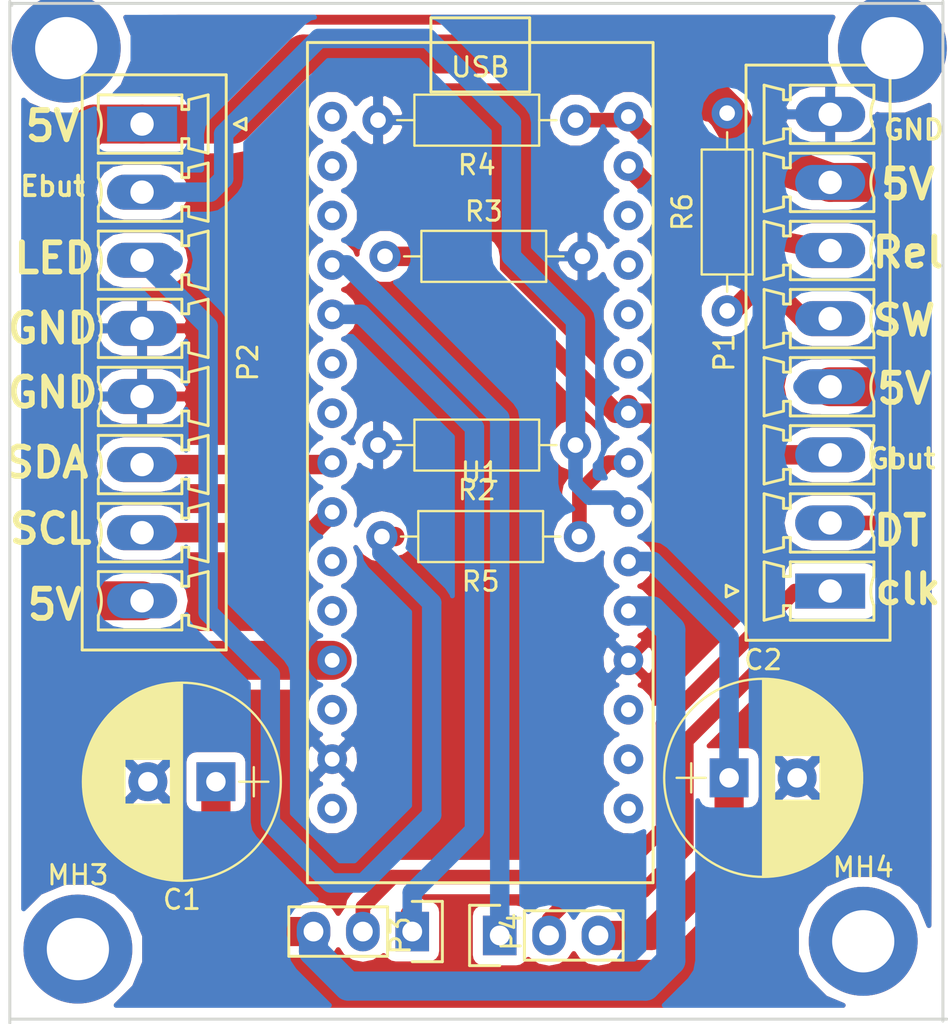
<source format=kicad_pcb>
(kicad_pcb (version 4) (host pcbnew 4.0.5+dfsg1-4)

  (general
    (links 34)
    (no_connects 0)
    (area 125.324999 72.024999 173.675001 124.675001)
    (thickness 1.6)
    (drawings 21)
    (tracks 128)
    (zones 0)
    (modules 16)
    (nets 37)
  )

  (page A4)
  (layers
    (0 F.Cu signal hide)
    (31 B.Cu signal)
    (32 B.Adhes user)
    (33 F.Adhes user)
    (34 B.Paste user)
    (35 F.Paste user)
    (36 B.SilkS user)
    (37 F.SilkS user)
    (38 B.Mask user)
    (39 F.Mask user)
    (40 Dwgs.User user)
    (41 Cmts.User user)
    (42 Eco1.User user)
    (43 Eco2.User user)
    (44 Edge.Cuts user)
    (45 Margin user)
    (46 B.CrtYd user)
    (47 F.CrtYd user)
    (48 B.Fab user)
    (49 F.Fab user)
  )

  (setup
    (last_trace_width 0.75)
    (user_trace_width 0.5)
    (user_trace_width 0.75)
    (user_trace_width 1)
    (user_trace_width 1.5)
    (user_trace_width 2)
    (trace_clearance 0.2)
    (zone_clearance 0.508)
    (zone_45_only no)
    (trace_min 0.2)
    (segment_width 0.2)
    (edge_width 0.15)
    (via_size 0.6)
    (via_drill 0.4)
    (via_min_size 0.4)
    (via_min_drill 0.3)
    (user_via 0.6 0.4)
    (user_via 1 0.8)
    (uvia_size 0.3)
    (uvia_drill 0.1)
    (uvias_allowed no)
    (uvia_min_size 0.2)
    (uvia_min_drill 0.1)
    (pcb_text_width 0.3)
    (pcb_text_size 1.5 1.5)
    (mod_edge_width 0.15)
    (mod_text_size 1 1)
    (mod_text_width 0.15)
    (pad_size 1.524 1.524)
    (pad_drill 0.762)
    (pad_to_mask_clearance 0.2)
    (aux_axis_origin 0 0)
    (visible_elements FFFFFF7F)
    (pcbplotparams
      (layerselection 0x00030_80000001)
      (usegerberextensions false)
      (excludeedgelayer true)
      (linewidth 0.100000)
      (plotframeref false)
      (viasonmask false)
      (mode 1)
      (useauxorigin false)
      (hpglpennumber 1)
      (hpglpenspeed 20)
      (hpglpendiameter 15)
      (hpglpenoverlay 2)
      (psnegative false)
      (psa4output false)
      (plotreference true)
      (plotvalue true)
      (plotinvisibletext false)
      (padsonsilk false)
      (subtractmaskfromsilk false)
      (outputformat 1)
      (mirror false)
      (drillshape 1)
      (scaleselection 1)
      (outputdirectory ""))
  )

  (net 0 "")
  (net 1 DT_conn)
  (net 2 GND)
  (net 3 CLK_conn)
  (net 4 Event_button)
  (net 5 SW)
  (net 6 RL)
  (net 7 +5V)
  (net 8 Grind_button)
  (net 9 "Net-(P2-Pad3)")
  (net 10 SDA)
  (net 11 SCL)
  (net 12 DT)
  (net 13 A_dt)
  (net 14 CLK)
  (net 15 A_sck)
  (net 16 Button_LED)
  (net 17 "Net-(U1-Pad1)")
  (net 18 "Net-(U1-Pad2)")
  (net 19 "Net-(U1-Pad3)")
  (net 20 "Net-(U1-Pad6)")
  (net 21 "Net-(U1-Pad7)")
  (net 22 "Net-(U1-Pad10)")
  (net 23 "Net-(U1-Pad11)")
  (net 24 "Net-(U1-Pad13)")
  (net 25 "Net-(U1-Pad15)")
  (net 26 "Net-(U1-Pad16)")
  (net 27 "Net-(U1-Pad17)")
  (net 28 "Net-(U1-Pad18)")
  (net 29 "Net-(U1-Pad25)")
  (net 30 "Net-(U1-Pad26)")
  (net 31 "Net-(U1-Pad27)")
  (net 32 "Net-(U1-Pad28)")
  (net 33 "Net-(MH1-Pad1)")
  (net 34 "Net-(MH2-Pad1)")
  (net 35 "Net-(MH3-Pad1)")
  (net 36 "Net-(MH4-Pad1)")

  (net_class Default "This is the default net class."
    (clearance 0.2)
    (trace_width 0.25)
    (via_dia 0.6)
    (via_drill 0.4)
    (uvia_dia 0.3)
    (uvia_drill 0.1)
    (add_net +5V)
    (add_net A_dt)
    (add_net A_sck)
    (add_net Button_LED)
    (add_net CLK)
    (add_net CLK_conn)
    (add_net DT)
    (add_net DT_conn)
    (add_net Event_button)
    (add_net GND)
    (add_net Grind_button)
    (add_net "Net-(MH1-Pad1)")
    (add_net "Net-(MH2-Pad1)")
    (add_net "Net-(MH3-Pad1)")
    (add_net "Net-(MH4-Pad1)")
    (add_net "Net-(P2-Pad3)")
    (add_net "Net-(U1-Pad1)")
    (add_net "Net-(U1-Pad10)")
    (add_net "Net-(U1-Pad11)")
    (add_net "Net-(U1-Pad13)")
    (add_net "Net-(U1-Pad15)")
    (add_net "Net-(U1-Pad16)")
    (add_net "Net-(U1-Pad17)")
    (add_net "Net-(U1-Pad18)")
    (add_net "Net-(U1-Pad2)")
    (add_net "Net-(U1-Pad25)")
    (add_net "Net-(U1-Pad26)")
    (add_net "Net-(U1-Pad27)")
    (add_net "Net-(U1-Pad28)")
    (add_net "Net-(U1-Pad3)")
    (add_net "Net-(U1-Pad6)")
    (add_net "Net-(U1-Pad7)")
    (add_net RL)
    (add_net SCL)
    (add_net SDA)
    (add_net SW)
  )

  (module Capacitors_THT:CP_Radial_D10.0mm_P3.50mm (layer F.Cu) (tedit 58765D06) (tstamp 58AF1606)
    (at 136 112.2 180)
    (descr "CP, Radial series, Radial, pin pitch=3.50mm, , diameter=10mm, Electrolytic Capacitor")
    (tags "CP Radial series Radial pin pitch 3.50mm  diameter 10mm Electrolytic Capacitor")
    (path /58A7FC41)
    (fp_text reference C1 (at 1.75 -6.06 180) (layer F.SilkS)
      (effects (font (size 1 1) (thickness 0.15)))
    )
    (fp_text value 47muF (at 1.75 6.06 180) (layer F.Fab)
      (effects (font (size 1 1) (thickness 0.15)))
    )
    (fp_circle (center 1.75 0) (end 6.75 0) (layer F.Fab) (width 0.1))
    (fp_circle (center 1.75 0) (end 6.84 0) (layer F.SilkS) (width 0.12))
    (fp_line (start -2.7 0) (end -1.2 0) (layer F.Fab) (width 0.1))
    (fp_line (start -1.95 -0.75) (end -1.95 0.75) (layer F.Fab) (width 0.1))
    (fp_line (start 1.75 -5.05) (end 1.75 5.05) (layer F.SilkS) (width 0.12))
    (fp_line (start 1.79 -5.05) (end 1.79 5.05) (layer F.SilkS) (width 0.12))
    (fp_line (start 1.83 -5.05) (end 1.83 5.05) (layer F.SilkS) (width 0.12))
    (fp_line (start 1.87 -5.049) (end 1.87 5.049) (layer F.SilkS) (width 0.12))
    (fp_line (start 1.91 -5.048) (end 1.91 5.048) (layer F.SilkS) (width 0.12))
    (fp_line (start 1.95 -5.047) (end 1.95 5.047) (layer F.SilkS) (width 0.12))
    (fp_line (start 1.99 -5.045) (end 1.99 5.045) (layer F.SilkS) (width 0.12))
    (fp_line (start 2.03 -5.043) (end 2.03 5.043) (layer F.SilkS) (width 0.12))
    (fp_line (start 2.07 -5.04) (end 2.07 5.04) (layer F.SilkS) (width 0.12))
    (fp_line (start 2.11 -5.038) (end 2.11 5.038) (layer F.SilkS) (width 0.12))
    (fp_line (start 2.15 -5.035) (end 2.15 5.035) (layer F.SilkS) (width 0.12))
    (fp_line (start 2.19 -5.031) (end 2.19 5.031) (layer F.SilkS) (width 0.12))
    (fp_line (start 2.23 -5.028) (end 2.23 5.028) (layer F.SilkS) (width 0.12))
    (fp_line (start 2.27 -5.024) (end 2.27 5.024) (layer F.SilkS) (width 0.12))
    (fp_line (start 2.31 -5.02) (end 2.31 5.02) (layer F.SilkS) (width 0.12))
    (fp_line (start 2.35 -5.015) (end 2.35 -1.181) (layer F.SilkS) (width 0.12))
    (fp_line (start 2.35 1.181) (end 2.35 5.015) (layer F.SilkS) (width 0.12))
    (fp_line (start 2.39 -5.01) (end 2.39 -1.181) (layer F.SilkS) (width 0.12))
    (fp_line (start 2.39 1.181) (end 2.39 5.01) (layer F.SilkS) (width 0.12))
    (fp_line (start 2.43 -5.005) (end 2.43 -1.181) (layer F.SilkS) (width 0.12))
    (fp_line (start 2.43 1.181) (end 2.43 5.005) (layer F.SilkS) (width 0.12))
    (fp_line (start 2.471 -4.999) (end 2.471 -1.181) (layer F.SilkS) (width 0.12))
    (fp_line (start 2.471 1.181) (end 2.471 4.999) (layer F.SilkS) (width 0.12))
    (fp_line (start 2.511 -4.993) (end 2.511 -1.181) (layer F.SilkS) (width 0.12))
    (fp_line (start 2.511 1.181) (end 2.511 4.993) (layer F.SilkS) (width 0.12))
    (fp_line (start 2.551 -4.987) (end 2.551 -1.181) (layer F.SilkS) (width 0.12))
    (fp_line (start 2.551 1.181) (end 2.551 4.987) (layer F.SilkS) (width 0.12))
    (fp_line (start 2.591 -4.981) (end 2.591 -1.181) (layer F.SilkS) (width 0.12))
    (fp_line (start 2.591 1.181) (end 2.591 4.981) (layer F.SilkS) (width 0.12))
    (fp_line (start 2.631 -4.974) (end 2.631 -1.181) (layer F.SilkS) (width 0.12))
    (fp_line (start 2.631 1.181) (end 2.631 4.974) (layer F.SilkS) (width 0.12))
    (fp_line (start 2.671 -4.967) (end 2.671 -1.181) (layer F.SilkS) (width 0.12))
    (fp_line (start 2.671 1.181) (end 2.671 4.967) (layer F.SilkS) (width 0.12))
    (fp_line (start 2.711 -4.959) (end 2.711 -1.181) (layer F.SilkS) (width 0.12))
    (fp_line (start 2.711 1.181) (end 2.711 4.959) (layer F.SilkS) (width 0.12))
    (fp_line (start 2.751 -4.951) (end 2.751 -1.181) (layer F.SilkS) (width 0.12))
    (fp_line (start 2.751 1.181) (end 2.751 4.951) (layer F.SilkS) (width 0.12))
    (fp_line (start 2.791 -4.943) (end 2.791 -1.181) (layer F.SilkS) (width 0.12))
    (fp_line (start 2.791 1.181) (end 2.791 4.943) (layer F.SilkS) (width 0.12))
    (fp_line (start 2.831 -4.935) (end 2.831 -1.181) (layer F.SilkS) (width 0.12))
    (fp_line (start 2.831 1.181) (end 2.831 4.935) (layer F.SilkS) (width 0.12))
    (fp_line (start 2.871 -4.926) (end 2.871 -1.181) (layer F.SilkS) (width 0.12))
    (fp_line (start 2.871 1.181) (end 2.871 4.926) (layer F.SilkS) (width 0.12))
    (fp_line (start 2.911 -4.917) (end 2.911 -1.181) (layer F.SilkS) (width 0.12))
    (fp_line (start 2.911 1.181) (end 2.911 4.917) (layer F.SilkS) (width 0.12))
    (fp_line (start 2.951 -4.907) (end 2.951 -1.181) (layer F.SilkS) (width 0.12))
    (fp_line (start 2.951 1.181) (end 2.951 4.907) (layer F.SilkS) (width 0.12))
    (fp_line (start 2.991 -4.897) (end 2.991 -1.181) (layer F.SilkS) (width 0.12))
    (fp_line (start 2.991 1.181) (end 2.991 4.897) (layer F.SilkS) (width 0.12))
    (fp_line (start 3.031 -4.887) (end 3.031 -1.181) (layer F.SilkS) (width 0.12))
    (fp_line (start 3.031 1.181) (end 3.031 4.887) (layer F.SilkS) (width 0.12))
    (fp_line (start 3.071 -4.876) (end 3.071 -1.181) (layer F.SilkS) (width 0.12))
    (fp_line (start 3.071 1.181) (end 3.071 4.876) (layer F.SilkS) (width 0.12))
    (fp_line (start 3.111 -4.865) (end 3.111 -1.181) (layer F.SilkS) (width 0.12))
    (fp_line (start 3.111 1.181) (end 3.111 4.865) (layer F.SilkS) (width 0.12))
    (fp_line (start 3.151 -4.854) (end 3.151 -1.181) (layer F.SilkS) (width 0.12))
    (fp_line (start 3.151 1.181) (end 3.151 4.854) (layer F.SilkS) (width 0.12))
    (fp_line (start 3.191 -4.843) (end 3.191 -1.181) (layer F.SilkS) (width 0.12))
    (fp_line (start 3.191 1.181) (end 3.191 4.843) (layer F.SilkS) (width 0.12))
    (fp_line (start 3.231 -4.831) (end 3.231 -1.181) (layer F.SilkS) (width 0.12))
    (fp_line (start 3.231 1.181) (end 3.231 4.831) (layer F.SilkS) (width 0.12))
    (fp_line (start 3.271 -4.818) (end 3.271 -1.181) (layer F.SilkS) (width 0.12))
    (fp_line (start 3.271 1.181) (end 3.271 4.818) (layer F.SilkS) (width 0.12))
    (fp_line (start 3.311 -4.806) (end 3.311 -1.181) (layer F.SilkS) (width 0.12))
    (fp_line (start 3.311 1.181) (end 3.311 4.806) (layer F.SilkS) (width 0.12))
    (fp_line (start 3.351 -4.792) (end 3.351 -1.181) (layer F.SilkS) (width 0.12))
    (fp_line (start 3.351 1.181) (end 3.351 4.792) (layer F.SilkS) (width 0.12))
    (fp_line (start 3.391 -4.779) (end 3.391 -1.181) (layer F.SilkS) (width 0.12))
    (fp_line (start 3.391 1.181) (end 3.391 4.779) (layer F.SilkS) (width 0.12))
    (fp_line (start 3.431 -4.765) (end 3.431 -1.181) (layer F.SilkS) (width 0.12))
    (fp_line (start 3.431 1.181) (end 3.431 4.765) (layer F.SilkS) (width 0.12))
    (fp_line (start 3.471 -4.751) (end 3.471 -1.181) (layer F.SilkS) (width 0.12))
    (fp_line (start 3.471 1.181) (end 3.471 4.751) (layer F.SilkS) (width 0.12))
    (fp_line (start 3.511 -4.737) (end 3.511 -1.181) (layer F.SilkS) (width 0.12))
    (fp_line (start 3.511 1.181) (end 3.511 4.737) (layer F.SilkS) (width 0.12))
    (fp_line (start 3.551 -4.722) (end 3.551 -1.181) (layer F.SilkS) (width 0.12))
    (fp_line (start 3.551 1.181) (end 3.551 4.722) (layer F.SilkS) (width 0.12))
    (fp_line (start 3.591 -4.706) (end 3.591 -1.181) (layer F.SilkS) (width 0.12))
    (fp_line (start 3.591 1.181) (end 3.591 4.706) (layer F.SilkS) (width 0.12))
    (fp_line (start 3.631 -4.691) (end 3.631 -1.181) (layer F.SilkS) (width 0.12))
    (fp_line (start 3.631 1.181) (end 3.631 4.691) (layer F.SilkS) (width 0.12))
    (fp_line (start 3.671 -4.674) (end 3.671 -1.181) (layer F.SilkS) (width 0.12))
    (fp_line (start 3.671 1.181) (end 3.671 4.674) (layer F.SilkS) (width 0.12))
    (fp_line (start 3.711 -4.658) (end 3.711 -1.181) (layer F.SilkS) (width 0.12))
    (fp_line (start 3.711 1.181) (end 3.711 4.658) (layer F.SilkS) (width 0.12))
    (fp_line (start 3.751 -4.641) (end 3.751 -1.181) (layer F.SilkS) (width 0.12))
    (fp_line (start 3.751 1.181) (end 3.751 4.641) (layer F.SilkS) (width 0.12))
    (fp_line (start 3.791 -4.624) (end 3.791 -1.181) (layer F.SilkS) (width 0.12))
    (fp_line (start 3.791 1.181) (end 3.791 4.624) (layer F.SilkS) (width 0.12))
    (fp_line (start 3.831 -4.606) (end 3.831 -1.181) (layer F.SilkS) (width 0.12))
    (fp_line (start 3.831 1.181) (end 3.831 4.606) (layer F.SilkS) (width 0.12))
    (fp_line (start 3.871 -4.588) (end 3.871 -1.181) (layer F.SilkS) (width 0.12))
    (fp_line (start 3.871 1.181) (end 3.871 4.588) (layer F.SilkS) (width 0.12))
    (fp_line (start 3.911 -4.569) (end 3.911 -1.181) (layer F.SilkS) (width 0.12))
    (fp_line (start 3.911 1.181) (end 3.911 4.569) (layer F.SilkS) (width 0.12))
    (fp_line (start 3.951 -4.55) (end 3.951 -1.181) (layer F.SilkS) (width 0.12))
    (fp_line (start 3.951 1.181) (end 3.951 4.55) (layer F.SilkS) (width 0.12))
    (fp_line (start 3.991 -4.531) (end 3.991 -1.181) (layer F.SilkS) (width 0.12))
    (fp_line (start 3.991 1.181) (end 3.991 4.531) (layer F.SilkS) (width 0.12))
    (fp_line (start 4.031 -4.511) (end 4.031 -1.181) (layer F.SilkS) (width 0.12))
    (fp_line (start 4.031 1.181) (end 4.031 4.511) (layer F.SilkS) (width 0.12))
    (fp_line (start 4.071 -4.491) (end 4.071 -1.181) (layer F.SilkS) (width 0.12))
    (fp_line (start 4.071 1.181) (end 4.071 4.491) (layer F.SilkS) (width 0.12))
    (fp_line (start 4.111 -4.47) (end 4.111 -1.181) (layer F.SilkS) (width 0.12))
    (fp_line (start 4.111 1.181) (end 4.111 4.47) (layer F.SilkS) (width 0.12))
    (fp_line (start 4.151 -4.449) (end 4.151 -1.181) (layer F.SilkS) (width 0.12))
    (fp_line (start 4.151 1.181) (end 4.151 4.449) (layer F.SilkS) (width 0.12))
    (fp_line (start 4.191 -4.428) (end 4.191 -1.181) (layer F.SilkS) (width 0.12))
    (fp_line (start 4.191 1.181) (end 4.191 4.428) (layer F.SilkS) (width 0.12))
    (fp_line (start 4.231 -4.405) (end 4.231 -1.181) (layer F.SilkS) (width 0.12))
    (fp_line (start 4.231 1.181) (end 4.231 4.405) (layer F.SilkS) (width 0.12))
    (fp_line (start 4.271 -4.383) (end 4.271 -1.181) (layer F.SilkS) (width 0.12))
    (fp_line (start 4.271 1.181) (end 4.271 4.383) (layer F.SilkS) (width 0.12))
    (fp_line (start 4.311 -4.36) (end 4.311 -1.181) (layer F.SilkS) (width 0.12))
    (fp_line (start 4.311 1.181) (end 4.311 4.36) (layer F.SilkS) (width 0.12))
    (fp_line (start 4.351 -4.336) (end 4.351 -1.181) (layer F.SilkS) (width 0.12))
    (fp_line (start 4.351 1.181) (end 4.351 4.336) (layer F.SilkS) (width 0.12))
    (fp_line (start 4.391 -4.312) (end 4.391 -1.181) (layer F.SilkS) (width 0.12))
    (fp_line (start 4.391 1.181) (end 4.391 4.312) (layer F.SilkS) (width 0.12))
    (fp_line (start 4.431 -4.288) (end 4.431 -1.181) (layer F.SilkS) (width 0.12))
    (fp_line (start 4.431 1.181) (end 4.431 4.288) (layer F.SilkS) (width 0.12))
    (fp_line (start 4.471 -4.263) (end 4.471 -1.181) (layer F.SilkS) (width 0.12))
    (fp_line (start 4.471 1.181) (end 4.471 4.263) (layer F.SilkS) (width 0.12))
    (fp_line (start 4.511 -4.237) (end 4.511 -1.181) (layer F.SilkS) (width 0.12))
    (fp_line (start 4.511 1.181) (end 4.511 4.237) (layer F.SilkS) (width 0.12))
    (fp_line (start 4.551 -4.211) (end 4.551 -1.181) (layer F.SilkS) (width 0.12))
    (fp_line (start 4.551 1.181) (end 4.551 4.211) (layer F.SilkS) (width 0.12))
    (fp_line (start 4.591 -4.185) (end 4.591 -1.181) (layer F.SilkS) (width 0.12))
    (fp_line (start 4.591 1.181) (end 4.591 4.185) (layer F.SilkS) (width 0.12))
    (fp_line (start 4.631 -4.157) (end 4.631 -1.181) (layer F.SilkS) (width 0.12))
    (fp_line (start 4.631 1.181) (end 4.631 4.157) (layer F.SilkS) (width 0.12))
    (fp_line (start 4.671 -4.13) (end 4.671 -1.181) (layer F.SilkS) (width 0.12))
    (fp_line (start 4.671 1.181) (end 4.671 4.13) (layer F.SilkS) (width 0.12))
    (fp_line (start 4.711 -4.101) (end 4.711 4.101) (layer F.SilkS) (width 0.12))
    (fp_line (start 4.751 -4.072) (end 4.751 4.072) (layer F.SilkS) (width 0.12))
    (fp_line (start 4.791 -4.043) (end 4.791 4.043) (layer F.SilkS) (width 0.12))
    (fp_line (start 4.831 -4.013) (end 4.831 4.013) (layer F.SilkS) (width 0.12))
    (fp_line (start 4.871 -3.982) (end 4.871 3.982) (layer F.SilkS) (width 0.12))
    (fp_line (start 4.911 -3.951) (end 4.911 3.951) (layer F.SilkS) (width 0.12))
    (fp_line (start 4.951 -3.919) (end 4.951 3.919) (layer F.SilkS) (width 0.12))
    (fp_line (start 4.991 -3.886) (end 4.991 3.886) (layer F.SilkS) (width 0.12))
    (fp_line (start 5.031 -3.853) (end 5.031 3.853) (layer F.SilkS) (width 0.12))
    (fp_line (start 5.071 -3.819) (end 5.071 3.819) (layer F.SilkS) (width 0.12))
    (fp_line (start 5.111 -3.784) (end 5.111 3.784) (layer F.SilkS) (width 0.12))
    (fp_line (start 5.151 -3.748) (end 5.151 3.748) (layer F.SilkS) (width 0.12))
    (fp_line (start 5.191 -3.712) (end 5.191 3.712) (layer F.SilkS) (width 0.12))
    (fp_line (start 5.231 -3.675) (end 5.231 3.675) (layer F.SilkS) (width 0.12))
    (fp_line (start 5.271 -3.637) (end 5.271 3.637) (layer F.SilkS) (width 0.12))
    (fp_line (start 5.311 -3.598) (end 5.311 3.598) (layer F.SilkS) (width 0.12))
    (fp_line (start 5.351 -3.559) (end 5.351 3.559) (layer F.SilkS) (width 0.12))
    (fp_line (start 5.391 -3.518) (end 5.391 3.518) (layer F.SilkS) (width 0.12))
    (fp_line (start 5.431 -3.477) (end 5.431 3.477) (layer F.SilkS) (width 0.12))
    (fp_line (start 5.471 -3.435) (end 5.471 3.435) (layer F.SilkS) (width 0.12))
    (fp_line (start 5.511 -3.391) (end 5.511 3.391) (layer F.SilkS) (width 0.12))
    (fp_line (start 5.551 -3.347) (end 5.551 3.347) (layer F.SilkS) (width 0.12))
    (fp_line (start 5.591 -3.302) (end 5.591 3.302) (layer F.SilkS) (width 0.12))
    (fp_line (start 5.631 -3.255) (end 5.631 3.255) (layer F.SilkS) (width 0.12))
    (fp_line (start 5.671 -3.207) (end 5.671 3.207) (layer F.SilkS) (width 0.12))
    (fp_line (start 5.711 -3.158) (end 5.711 3.158) (layer F.SilkS) (width 0.12))
    (fp_line (start 5.751 -3.108) (end 5.751 3.108) (layer F.SilkS) (width 0.12))
    (fp_line (start 5.791 -3.057) (end 5.791 3.057) (layer F.SilkS) (width 0.12))
    (fp_line (start 5.831 -3.004) (end 5.831 3.004) (layer F.SilkS) (width 0.12))
    (fp_line (start 5.871 -2.949) (end 5.871 2.949) (layer F.SilkS) (width 0.12))
    (fp_line (start 5.911 -2.894) (end 5.911 2.894) (layer F.SilkS) (width 0.12))
    (fp_line (start 5.951 -2.836) (end 5.951 2.836) (layer F.SilkS) (width 0.12))
    (fp_line (start 5.991 -2.777) (end 5.991 2.777) (layer F.SilkS) (width 0.12))
    (fp_line (start 6.031 -2.715) (end 6.031 2.715) (layer F.SilkS) (width 0.12))
    (fp_line (start 6.071 -2.652) (end 6.071 2.652) (layer F.SilkS) (width 0.12))
    (fp_line (start 6.111 -2.587) (end 6.111 2.587) (layer F.SilkS) (width 0.12))
    (fp_line (start 6.151 -2.519) (end 6.151 2.519) (layer F.SilkS) (width 0.12))
    (fp_line (start 6.191 -2.449) (end 6.191 2.449) (layer F.SilkS) (width 0.12))
    (fp_line (start 6.231 -2.377) (end 6.231 2.377) (layer F.SilkS) (width 0.12))
    (fp_line (start 6.271 -2.301) (end 6.271 2.301) (layer F.SilkS) (width 0.12))
    (fp_line (start 6.311 -2.222) (end 6.311 2.222) (layer F.SilkS) (width 0.12))
    (fp_line (start 6.351 -2.14) (end 6.351 2.14) (layer F.SilkS) (width 0.12))
    (fp_line (start 6.391 -2.053) (end 6.391 2.053) (layer F.SilkS) (width 0.12))
    (fp_line (start 6.431 -1.962) (end 6.431 1.962) (layer F.SilkS) (width 0.12))
    (fp_line (start 6.471 -1.866) (end 6.471 1.866) (layer F.SilkS) (width 0.12))
    (fp_line (start 6.511 -1.763) (end 6.511 1.763) (layer F.SilkS) (width 0.12))
    (fp_line (start 6.551 -1.654) (end 6.551 1.654) (layer F.SilkS) (width 0.12))
    (fp_line (start 6.591 -1.536) (end 6.591 1.536) (layer F.SilkS) (width 0.12))
    (fp_line (start 6.631 -1.407) (end 6.631 1.407) (layer F.SilkS) (width 0.12))
    (fp_line (start 6.671 -1.265) (end 6.671 1.265) (layer F.SilkS) (width 0.12))
    (fp_line (start 6.711 -1.104) (end 6.711 1.104) (layer F.SilkS) (width 0.12))
    (fp_line (start 6.751 -0.913) (end 6.751 0.913) (layer F.SilkS) (width 0.12))
    (fp_line (start 6.791 -0.672) (end 6.791 0.672) (layer F.SilkS) (width 0.12))
    (fp_line (start 6.831 -0.279) (end 6.831 0.279) (layer F.SilkS) (width 0.12))
    (fp_line (start -2.7 0) (end -1.2 0) (layer F.SilkS) (width 0.12))
    (fp_line (start -1.95 -0.75) (end -1.95 0.75) (layer F.SilkS) (width 0.12))
    (fp_line (start -3.6 -5.35) (end -3.6 5.35) (layer F.CrtYd) (width 0.05))
    (fp_line (start -3.6 5.35) (end 7.1 5.35) (layer F.CrtYd) (width 0.05))
    (fp_line (start 7.1 5.35) (end 7.1 -5.35) (layer F.CrtYd) (width 0.05))
    (fp_line (start 7.1 -5.35) (end -3.6 -5.35) (layer F.CrtYd) (width 0.05))
    (pad 1 thru_hole rect (at 0 0 180) (size 2 2) (drill 1) (layers *.Cu *.Mask)
      (net 14 CLK))
    (pad 2 thru_hole circle (at 3.5 0 180) (size 2 2) (drill 1) (layers *.Cu *.Mask)
      (net 2 GND))
    (model Capacitors_ThroughHole.3dshapes/CP_Radial_D10.0mm_P3.50mm.wrl
      (at (xyz 0 0 0))
      (scale (xyz 0.393701 0.393701 0.393701))
      (rotate (xyz 0 0 0))
    )
  )

  (module Capacitors_THT:CP_Radial_D10.0mm_P3.50mm (layer F.Cu) (tedit 58765D06) (tstamp 58AF16D1)
    (at 162.4 112)
    (descr "CP, Radial series, Radial, pin pitch=3.50mm, , diameter=10mm, Electrolytic Capacitor")
    (tags "CP Radial series Radial pin pitch 3.50mm  diameter 10mm Electrolytic Capacitor")
    (path /58A7F980)
    (fp_text reference C2 (at 1.75 -6.06) (layer F.SilkS)
      (effects (font (size 1 1) (thickness 0.15)))
    )
    (fp_text value 47muF (at 1.75 6.06) (layer F.Fab)
      (effects (font (size 1 1) (thickness 0.15)))
    )
    (fp_circle (center 1.75 0) (end 6.75 0) (layer F.Fab) (width 0.1))
    (fp_circle (center 1.75 0) (end 6.84 0) (layer F.SilkS) (width 0.12))
    (fp_line (start -2.7 0) (end -1.2 0) (layer F.Fab) (width 0.1))
    (fp_line (start -1.95 -0.75) (end -1.95 0.75) (layer F.Fab) (width 0.1))
    (fp_line (start 1.75 -5.05) (end 1.75 5.05) (layer F.SilkS) (width 0.12))
    (fp_line (start 1.79 -5.05) (end 1.79 5.05) (layer F.SilkS) (width 0.12))
    (fp_line (start 1.83 -5.05) (end 1.83 5.05) (layer F.SilkS) (width 0.12))
    (fp_line (start 1.87 -5.049) (end 1.87 5.049) (layer F.SilkS) (width 0.12))
    (fp_line (start 1.91 -5.048) (end 1.91 5.048) (layer F.SilkS) (width 0.12))
    (fp_line (start 1.95 -5.047) (end 1.95 5.047) (layer F.SilkS) (width 0.12))
    (fp_line (start 1.99 -5.045) (end 1.99 5.045) (layer F.SilkS) (width 0.12))
    (fp_line (start 2.03 -5.043) (end 2.03 5.043) (layer F.SilkS) (width 0.12))
    (fp_line (start 2.07 -5.04) (end 2.07 5.04) (layer F.SilkS) (width 0.12))
    (fp_line (start 2.11 -5.038) (end 2.11 5.038) (layer F.SilkS) (width 0.12))
    (fp_line (start 2.15 -5.035) (end 2.15 5.035) (layer F.SilkS) (width 0.12))
    (fp_line (start 2.19 -5.031) (end 2.19 5.031) (layer F.SilkS) (width 0.12))
    (fp_line (start 2.23 -5.028) (end 2.23 5.028) (layer F.SilkS) (width 0.12))
    (fp_line (start 2.27 -5.024) (end 2.27 5.024) (layer F.SilkS) (width 0.12))
    (fp_line (start 2.31 -5.02) (end 2.31 5.02) (layer F.SilkS) (width 0.12))
    (fp_line (start 2.35 -5.015) (end 2.35 -1.181) (layer F.SilkS) (width 0.12))
    (fp_line (start 2.35 1.181) (end 2.35 5.015) (layer F.SilkS) (width 0.12))
    (fp_line (start 2.39 -5.01) (end 2.39 -1.181) (layer F.SilkS) (width 0.12))
    (fp_line (start 2.39 1.181) (end 2.39 5.01) (layer F.SilkS) (width 0.12))
    (fp_line (start 2.43 -5.005) (end 2.43 -1.181) (layer F.SilkS) (width 0.12))
    (fp_line (start 2.43 1.181) (end 2.43 5.005) (layer F.SilkS) (width 0.12))
    (fp_line (start 2.471 -4.999) (end 2.471 -1.181) (layer F.SilkS) (width 0.12))
    (fp_line (start 2.471 1.181) (end 2.471 4.999) (layer F.SilkS) (width 0.12))
    (fp_line (start 2.511 -4.993) (end 2.511 -1.181) (layer F.SilkS) (width 0.12))
    (fp_line (start 2.511 1.181) (end 2.511 4.993) (layer F.SilkS) (width 0.12))
    (fp_line (start 2.551 -4.987) (end 2.551 -1.181) (layer F.SilkS) (width 0.12))
    (fp_line (start 2.551 1.181) (end 2.551 4.987) (layer F.SilkS) (width 0.12))
    (fp_line (start 2.591 -4.981) (end 2.591 -1.181) (layer F.SilkS) (width 0.12))
    (fp_line (start 2.591 1.181) (end 2.591 4.981) (layer F.SilkS) (width 0.12))
    (fp_line (start 2.631 -4.974) (end 2.631 -1.181) (layer F.SilkS) (width 0.12))
    (fp_line (start 2.631 1.181) (end 2.631 4.974) (layer F.SilkS) (width 0.12))
    (fp_line (start 2.671 -4.967) (end 2.671 -1.181) (layer F.SilkS) (width 0.12))
    (fp_line (start 2.671 1.181) (end 2.671 4.967) (layer F.SilkS) (width 0.12))
    (fp_line (start 2.711 -4.959) (end 2.711 -1.181) (layer F.SilkS) (width 0.12))
    (fp_line (start 2.711 1.181) (end 2.711 4.959) (layer F.SilkS) (width 0.12))
    (fp_line (start 2.751 -4.951) (end 2.751 -1.181) (layer F.SilkS) (width 0.12))
    (fp_line (start 2.751 1.181) (end 2.751 4.951) (layer F.SilkS) (width 0.12))
    (fp_line (start 2.791 -4.943) (end 2.791 -1.181) (layer F.SilkS) (width 0.12))
    (fp_line (start 2.791 1.181) (end 2.791 4.943) (layer F.SilkS) (width 0.12))
    (fp_line (start 2.831 -4.935) (end 2.831 -1.181) (layer F.SilkS) (width 0.12))
    (fp_line (start 2.831 1.181) (end 2.831 4.935) (layer F.SilkS) (width 0.12))
    (fp_line (start 2.871 -4.926) (end 2.871 -1.181) (layer F.SilkS) (width 0.12))
    (fp_line (start 2.871 1.181) (end 2.871 4.926) (layer F.SilkS) (width 0.12))
    (fp_line (start 2.911 -4.917) (end 2.911 -1.181) (layer F.SilkS) (width 0.12))
    (fp_line (start 2.911 1.181) (end 2.911 4.917) (layer F.SilkS) (width 0.12))
    (fp_line (start 2.951 -4.907) (end 2.951 -1.181) (layer F.SilkS) (width 0.12))
    (fp_line (start 2.951 1.181) (end 2.951 4.907) (layer F.SilkS) (width 0.12))
    (fp_line (start 2.991 -4.897) (end 2.991 -1.181) (layer F.SilkS) (width 0.12))
    (fp_line (start 2.991 1.181) (end 2.991 4.897) (layer F.SilkS) (width 0.12))
    (fp_line (start 3.031 -4.887) (end 3.031 -1.181) (layer F.SilkS) (width 0.12))
    (fp_line (start 3.031 1.181) (end 3.031 4.887) (layer F.SilkS) (width 0.12))
    (fp_line (start 3.071 -4.876) (end 3.071 -1.181) (layer F.SilkS) (width 0.12))
    (fp_line (start 3.071 1.181) (end 3.071 4.876) (layer F.SilkS) (width 0.12))
    (fp_line (start 3.111 -4.865) (end 3.111 -1.181) (layer F.SilkS) (width 0.12))
    (fp_line (start 3.111 1.181) (end 3.111 4.865) (layer F.SilkS) (width 0.12))
    (fp_line (start 3.151 -4.854) (end 3.151 -1.181) (layer F.SilkS) (width 0.12))
    (fp_line (start 3.151 1.181) (end 3.151 4.854) (layer F.SilkS) (width 0.12))
    (fp_line (start 3.191 -4.843) (end 3.191 -1.181) (layer F.SilkS) (width 0.12))
    (fp_line (start 3.191 1.181) (end 3.191 4.843) (layer F.SilkS) (width 0.12))
    (fp_line (start 3.231 -4.831) (end 3.231 -1.181) (layer F.SilkS) (width 0.12))
    (fp_line (start 3.231 1.181) (end 3.231 4.831) (layer F.SilkS) (width 0.12))
    (fp_line (start 3.271 -4.818) (end 3.271 -1.181) (layer F.SilkS) (width 0.12))
    (fp_line (start 3.271 1.181) (end 3.271 4.818) (layer F.SilkS) (width 0.12))
    (fp_line (start 3.311 -4.806) (end 3.311 -1.181) (layer F.SilkS) (width 0.12))
    (fp_line (start 3.311 1.181) (end 3.311 4.806) (layer F.SilkS) (width 0.12))
    (fp_line (start 3.351 -4.792) (end 3.351 -1.181) (layer F.SilkS) (width 0.12))
    (fp_line (start 3.351 1.181) (end 3.351 4.792) (layer F.SilkS) (width 0.12))
    (fp_line (start 3.391 -4.779) (end 3.391 -1.181) (layer F.SilkS) (width 0.12))
    (fp_line (start 3.391 1.181) (end 3.391 4.779) (layer F.SilkS) (width 0.12))
    (fp_line (start 3.431 -4.765) (end 3.431 -1.181) (layer F.SilkS) (width 0.12))
    (fp_line (start 3.431 1.181) (end 3.431 4.765) (layer F.SilkS) (width 0.12))
    (fp_line (start 3.471 -4.751) (end 3.471 -1.181) (layer F.SilkS) (width 0.12))
    (fp_line (start 3.471 1.181) (end 3.471 4.751) (layer F.SilkS) (width 0.12))
    (fp_line (start 3.511 -4.737) (end 3.511 -1.181) (layer F.SilkS) (width 0.12))
    (fp_line (start 3.511 1.181) (end 3.511 4.737) (layer F.SilkS) (width 0.12))
    (fp_line (start 3.551 -4.722) (end 3.551 -1.181) (layer F.SilkS) (width 0.12))
    (fp_line (start 3.551 1.181) (end 3.551 4.722) (layer F.SilkS) (width 0.12))
    (fp_line (start 3.591 -4.706) (end 3.591 -1.181) (layer F.SilkS) (width 0.12))
    (fp_line (start 3.591 1.181) (end 3.591 4.706) (layer F.SilkS) (width 0.12))
    (fp_line (start 3.631 -4.691) (end 3.631 -1.181) (layer F.SilkS) (width 0.12))
    (fp_line (start 3.631 1.181) (end 3.631 4.691) (layer F.SilkS) (width 0.12))
    (fp_line (start 3.671 -4.674) (end 3.671 -1.181) (layer F.SilkS) (width 0.12))
    (fp_line (start 3.671 1.181) (end 3.671 4.674) (layer F.SilkS) (width 0.12))
    (fp_line (start 3.711 -4.658) (end 3.711 -1.181) (layer F.SilkS) (width 0.12))
    (fp_line (start 3.711 1.181) (end 3.711 4.658) (layer F.SilkS) (width 0.12))
    (fp_line (start 3.751 -4.641) (end 3.751 -1.181) (layer F.SilkS) (width 0.12))
    (fp_line (start 3.751 1.181) (end 3.751 4.641) (layer F.SilkS) (width 0.12))
    (fp_line (start 3.791 -4.624) (end 3.791 -1.181) (layer F.SilkS) (width 0.12))
    (fp_line (start 3.791 1.181) (end 3.791 4.624) (layer F.SilkS) (width 0.12))
    (fp_line (start 3.831 -4.606) (end 3.831 -1.181) (layer F.SilkS) (width 0.12))
    (fp_line (start 3.831 1.181) (end 3.831 4.606) (layer F.SilkS) (width 0.12))
    (fp_line (start 3.871 -4.588) (end 3.871 -1.181) (layer F.SilkS) (width 0.12))
    (fp_line (start 3.871 1.181) (end 3.871 4.588) (layer F.SilkS) (width 0.12))
    (fp_line (start 3.911 -4.569) (end 3.911 -1.181) (layer F.SilkS) (width 0.12))
    (fp_line (start 3.911 1.181) (end 3.911 4.569) (layer F.SilkS) (width 0.12))
    (fp_line (start 3.951 -4.55) (end 3.951 -1.181) (layer F.SilkS) (width 0.12))
    (fp_line (start 3.951 1.181) (end 3.951 4.55) (layer F.SilkS) (width 0.12))
    (fp_line (start 3.991 -4.531) (end 3.991 -1.181) (layer F.SilkS) (width 0.12))
    (fp_line (start 3.991 1.181) (end 3.991 4.531) (layer F.SilkS) (width 0.12))
    (fp_line (start 4.031 -4.511) (end 4.031 -1.181) (layer F.SilkS) (width 0.12))
    (fp_line (start 4.031 1.181) (end 4.031 4.511) (layer F.SilkS) (width 0.12))
    (fp_line (start 4.071 -4.491) (end 4.071 -1.181) (layer F.SilkS) (width 0.12))
    (fp_line (start 4.071 1.181) (end 4.071 4.491) (layer F.SilkS) (width 0.12))
    (fp_line (start 4.111 -4.47) (end 4.111 -1.181) (layer F.SilkS) (width 0.12))
    (fp_line (start 4.111 1.181) (end 4.111 4.47) (layer F.SilkS) (width 0.12))
    (fp_line (start 4.151 -4.449) (end 4.151 -1.181) (layer F.SilkS) (width 0.12))
    (fp_line (start 4.151 1.181) (end 4.151 4.449) (layer F.SilkS) (width 0.12))
    (fp_line (start 4.191 -4.428) (end 4.191 -1.181) (layer F.SilkS) (width 0.12))
    (fp_line (start 4.191 1.181) (end 4.191 4.428) (layer F.SilkS) (width 0.12))
    (fp_line (start 4.231 -4.405) (end 4.231 -1.181) (layer F.SilkS) (width 0.12))
    (fp_line (start 4.231 1.181) (end 4.231 4.405) (layer F.SilkS) (width 0.12))
    (fp_line (start 4.271 -4.383) (end 4.271 -1.181) (layer F.SilkS) (width 0.12))
    (fp_line (start 4.271 1.181) (end 4.271 4.383) (layer F.SilkS) (width 0.12))
    (fp_line (start 4.311 -4.36) (end 4.311 -1.181) (layer F.SilkS) (width 0.12))
    (fp_line (start 4.311 1.181) (end 4.311 4.36) (layer F.SilkS) (width 0.12))
    (fp_line (start 4.351 -4.336) (end 4.351 -1.181) (layer F.SilkS) (width 0.12))
    (fp_line (start 4.351 1.181) (end 4.351 4.336) (layer F.SilkS) (width 0.12))
    (fp_line (start 4.391 -4.312) (end 4.391 -1.181) (layer F.SilkS) (width 0.12))
    (fp_line (start 4.391 1.181) (end 4.391 4.312) (layer F.SilkS) (width 0.12))
    (fp_line (start 4.431 -4.288) (end 4.431 -1.181) (layer F.SilkS) (width 0.12))
    (fp_line (start 4.431 1.181) (end 4.431 4.288) (layer F.SilkS) (width 0.12))
    (fp_line (start 4.471 -4.263) (end 4.471 -1.181) (layer F.SilkS) (width 0.12))
    (fp_line (start 4.471 1.181) (end 4.471 4.263) (layer F.SilkS) (width 0.12))
    (fp_line (start 4.511 -4.237) (end 4.511 -1.181) (layer F.SilkS) (width 0.12))
    (fp_line (start 4.511 1.181) (end 4.511 4.237) (layer F.SilkS) (width 0.12))
    (fp_line (start 4.551 -4.211) (end 4.551 -1.181) (layer F.SilkS) (width 0.12))
    (fp_line (start 4.551 1.181) (end 4.551 4.211) (layer F.SilkS) (width 0.12))
    (fp_line (start 4.591 -4.185) (end 4.591 -1.181) (layer F.SilkS) (width 0.12))
    (fp_line (start 4.591 1.181) (end 4.591 4.185) (layer F.SilkS) (width 0.12))
    (fp_line (start 4.631 -4.157) (end 4.631 -1.181) (layer F.SilkS) (width 0.12))
    (fp_line (start 4.631 1.181) (end 4.631 4.157) (layer F.SilkS) (width 0.12))
    (fp_line (start 4.671 -4.13) (end 4.671 -1.181) (layer F.SilkS) (width 0.12))
    (fp_line (start 4.671 1.181) (end 4.671 4.13) (layer F.SilkS) (width 0.12))
    (fp_line (start 4.711 -4.101) (end 4.711 4.101) (layer F.SilkS) (width 0.12))
    (fp_line (start 4.751 -4.072) (end 4.751 4.072) (layer F.SilkS) (width 0.12))
    (fp_line (start 4.791 -4.043) (end 4.791 4.043) (layer F.SilkS) (width 0.12))
    (fp_line (start 4.831 -4.013) (end 4.831 4.013) (layer F.SilkS) (width 0.12))
    (fp_line (start 4.871 -3.982) (end 4.871 3.982) (layer F.SilkS) (width 0.12))
    (fp_line (start 4.911 -3.951) (end 4.911 3.951) (layer F.SilkS) (width 0.12))
    (fp_line (start 4.951 -3.919) (end 4.951 3.919) (layer F.SilkS) (width 0.12))
    (fp_line (start 4.991 -3.886) (end 4.991 3.886) (layer F.SilkS) (width 0.12))
    (fp_line (start 5.031 -3.853) (end 5.031 3.853) (layer F.SilkS) (width 0.12))
    (fp_line (start 5.071 -3.819) (end 5.071 3.819) (layer F.SilkS) (width 0.12))
    (fp_line (start 5.111 -3.784) (end 5.111 3.784) (layer F.SilkS) (width 0.12))
    (fp_line (start 5.151 -3.748) (end 5.151 3.748) (layer F.SilkS) (width 0.12))
    (fp_line (start 5.191 -3.712) (end 5.191 3.712) (layer F.SilkS) (width 0.12))
    (fp_line (start 5.231 -3.675) (end 5.231 3.675) (layer F.SilkS) (width 0.12))
    (fp_line (start 5.271 -3.637) (end 5.271 3.637) (layer F.SilkS) (width 0.12))
    (fp_line (start 5.311 -3.598) (end 5.311 3.598) (layer F.SilkS) (width 0.12))
    (fp_line (start 5.351 -3.559) (end 5.351 3.559) (layer F.SilkS) (width 0.12))
    (fp_line (start 5.391 -3.518) (end 5.391 3.518) (layer F.SilkS) (width 0.12))
    (fp_line (start 5.431 -3.477) (end 5.431 3.477) (layer F.SilkS) (width 0.12))
    (fp_line (start 5.471 -3.435) (end 5.471 3.435) (layer F.SilkS) (width 0.12))
    (fp_line (start 5.511 -3.391) (end 5.511 3.391) (layer F.SilkS) (width 0.12))
    (fp_line (start 5.551 -3.347) (end 5.551 3.347) (layer F.SilkS) (width 0.12))
    (fp_line (start 5.591 -3.302) (end 5.591 3.302) (layer F.SilkS) (width 0.12))
    (fp_line (start 5.631 -3.255) (end 5.631 3.255) (layer F.SilkS) (width 0.12))
    (fp_line (start 5.671 -3.207) (end 5.671 3.207) (layer F.SilkS) (width 0.12))
    (fp_line (start 5.711 -3.158) (end 5.711 3.158) (layer F.SilkS) (width 0.12))
    (fp_line (start 5.751 -3.108) (end 5.751 3.108) (layer F.SilkS) (width 0.12))
    (fp_line (start 5.791 -3.057) (end 5.791 3.057) (layer F.SilkS) (width 0.12))
    (fp_line (start 5.831 -3.004) (end 5.831 3.004) (layer F.SilkS) (width 0.12))
    (fp_line (start 5.871 -2.949) (end 5.871 2.949) (layer F.SilkS) (width 0.12))
    (fp_line (start 5.911 -2.894) (end 5.911 2.894) (layer F.SilkS) (width 0.12))
    (fp_line (start 5.951 -2.836) (end 5.951 2.836) (layer F.SilkS) (width 0.12))
    (fp_line (start 5.991 -2.777) (end 5.991 2.777) (layer F.SilkS) (width 0.12))
    (fp_line (start 6.031 -2.715) (end 6.031 2.715) (layer F.SilkS) (width 0.12))
    (fp_line (start 6.071 -2.652) (end 6.071 2.652) (layer F.SilkS) (width 0.12))
    (fp_line (start 6.111 -2.587) (end 6.111 2.587) (layer F.SilkS) (width 0.12))
    (fp_line (start 6.151 -2.519) (end 6.151 2.519) (layer F.SilkS) (width 0.12))
    (fp_line (start 6.191 -2.449) (end 6.191 2.449) (layer F.SilkS) (width 0.12))
    (fp_line (start 6.231 -2.377) (end 6.231 2.377) (layer F.SilkS) (width 0.12))
    (fp_line (start 6.271 -2.301) (end 6.271 2.301) (layer F.SilkS) (width 0.12))
    (fp_line (start 6.311 -2.222) (end 6.311 2.222) (layer F.SilkS) (width 0.12))
    (fp_line (start 6.351 -2.14) (end 6.351 2.14) (layer F.SilkS) (width 0.12))
    (fp_line (start 6.391 -2.053) (end 6.391 2.053) (layer F.SilkS) (width 0.12))
    (fp_line (start 6.431 -1.962) (end 6.431 1.962) (layer F.SilkS) (width 0.12))
    (fp_line (start 6.471 -1.866) (end 6.471 1.866) (layer F.SilkS) (width 0.12))
    (fp_line (start 6.511 -1.763) (end 6.511 1.763) (layer F.SilkS) (width 0.12))
    (fp_line (start 6.551 -1.654) (end 6.551 1.654) (layer F.SilkS) (width 0.12))
    (fp_line (start 6.591 -1.536) (end 6.591 1.536) (layer F.SilkS) (width 0.12))
    (fp_line (start 6.631 -1.407) (end 6.631 1.407) (layer F.SilkS) (width 0.12))
    (fp_line (start 6.671 -1.265) (end 6.671 1.265) (layer F.SilkS) (width 0.12))
    (fp_line (start 6.711 -1.104) (end 6.711 1.104) (layer F.SilkS) (width 0.12))
    (fp_line (start 6.751 -0.913) (end 6.751 0.913) (layer F.SilkS) (width 0.12))
    (fp_line (start 6.791 -0.672) (end 6.791 0.672) (layer F.SilkS) (width 0.12))
    (fp_line (start 6.831 -0.279) (end 6.831 0.279) (layer F.SilkS) (width 0.12))
    (fp_line (start -2.7 0) (end -1.2 0) (layer F.SilkS) (width 0.12))
    (fp_line (start -1.95 -0.75) (end -1.95 0.75) (layer F.SilkS) (width 0.12))
    (fp_line (start -3.6 -5.35) (end -3.6 5.35) (layer F.CrtYd) (width 0.05))
    (fp_line (start -3.6 5.35) (end 7.1 5.35) (layer F.CrtYd) (width 0.05))
    (fp_line (start 7.1 5.35) (end 7.1 -5.35) (layer F.CrtYd) (width 0.05))
    (fp_line (start 7.1 -5.35) (end -3.6 -5.35) (layer F.CrtYd) (width 0.05))
    (pad 1 thru_hole rect (at 0 0) (size 2 2) (drill 1) (layers *.Cu *.Mask)
      (net 12 DT))
    (pad 2 thru_hole circle (at 3.5 0) (size 2 2) (drill 1) (layers *.Cu *.Mask)
      (net 2 GND))
    (model Capacitors_ThroughHole.3dshapes/CP_Radial_D10.0mm_P3.50mm.wrl
      (at (xyz 0 0 0))
      (scale (xyz 0.393701 0.393701 0.393701))
      (rotate (xyz 0 0 0))
    )
  )

  (module Connectors_Phoenix:PhoenixContact_MCV-G_08x3.50mm_Vertical (layer F.Cu) (tedit 5797DB14) (tstamp 58AF1760)
    (at 167.6 102.4 90)
    (descr "Generic Phoenix Contact connector footprint for series: MCV-G; number of pins: 08; pin pitch: 3.50mm; Vertical || order number: 1843664 8A 160V")
    (tags "phoenix_contact connector MCV_01x08_G_3.5mm")
    (path /58A80D49)
    (fp_text reference P1 (at 12.25 -5.45 90) (layer F.SilkS)
      (effects (font (size 1 1) (thickness 0.15)))
    )
    (fp_text value CONN_01X08 (at 12.25 4.5 90) (layer F.Fab)
      (effects (font (size 1 1) (thickness 0.15)))
    )
    (fp_arc (start 0 3.95) (end -0.75 2.25) (angle 47.6) (layer F.SilkS) (width 0.15))
    (fp_arc (start 3.5 3.95) (end 2.75 2.25) (angle 47.6) (layer F.SilkS) (width 0.15))
    (fp_arc (start 7 3.95) (end 6.25 2.25) (angle 47.6) (layer F.SilkS) (width 0.15))
    (fp_arc (start 10.5 3.95) (end 9.75 2.25) (angle 47.6) (layer F.SilkS) (width 0.15))
    (fp_arc (start 14 3.95) (end 13.25 2.25) (angle 47.6) (layer F.SilkS) (width 0.15))
    (fp_arc (start 17.5 3.95) (end 16.75 2.25) (angle 47.6) (layer F.SilkS) (width 0.15))
    (fp_arc (start 21 3.95) (end 20.25 2.25) (angle 47.6) (layer F.SilkS) (width 0.15))
    (fp_arc (start 24.5 3.95) (end 23.75 2.25) (angle 47.6) (layer F.SilkS) (width 0.15))
    (fp_line (start -2.53 -4.33) (end -2.53 3.08) (layer F.SilkS) (width 0.15))
    (fp_line (start -2.53 3.08) (end 27.03 3.08) (layer F.SilkS) (width 0.15))
    (fp_line (start 27.03 3.08) (end 27.03 -4.33) (layer F.SilkS) (width 0.15))
    (fp_line (start 27.03 -4.33) (end -2.53 -4.33) (layer F.SilkS) (width 0.15))
    (fp_line (start -0.75 2.25) (end -1.5 2.25) (layer F.SilkS) (width 0.15))
    (fp_line (start -1.5 2.25) (end -1.5 -2.05) (layer F.SilkS) (width 0.15))
    (fp_line (start -1.5 -2.05) (end -0.75 -2.05) (layer F.SilkS) (width 0.15))
    (fp_line (start -0.75 -2.05) (end -0.75 -2.4) (layer F.SilkS) (width 0.15))
    (fp_line (start -0.75 -2.4) (end -1.25 -2.4) (layer F.SilkS) (width 0.15))
    (fp_line (start -1.25 -2.4) (end -1.5 -3.4) (layer F.SilkS) (width 0.15))
    (fp_line (start -1.5 -3.4) (end 1.5 -3.4) (layer F.SilkS) (width 0.15))
    (fp_line (start 1.5 -3.4) (end 1.25 -2.4) (layer F.SilkS) (width 0.15))
    (fp_line (start 1.25 -2.4) (end 0.75 -2.4) (layer F.SilkS) (width 0.15))
    (fp_line (start 0.75 -2.4) (end 0.75 -2.05) (layer F.SilkS) (width 0.15))
    (fp_line (start 0.75 -2.05) (end 0.75 -2.05) (layer F.SilkS) (width 0.15))
    (fp_line (start 0.75 -2.05) (end 1.5 -2.05) (layer F.SilkS) (width 0.15))
    (fp_line (start 1.5 -2.05) (end 1.5 2.25) (layer F.SilkS) (width 0.15))
    (fp_line (start 1.5 2.25) (end 0.75 2.25) (layer F.SilkS) (width 0.15))
    (fp_line (start 2.75 2.25) (end 2 2.25) (layer F.SilkS) (width 0.15))
    (fp_line (start 2 2.25) (end 2 -2.05) (layer F.SilkS) (width 0.15))
    (fp_line (start 2 -2.05) (end 2.75 -2.05) (layer F.SilkS) (width 0.15))
    (fp_line (start 2.75 -2.05) (end 2.75 -2.4) (layer F.SilkS) (width 0.15))
    (fp_line (start 2.75 -2.4) (end 2.25 -2.4) (layer F.SilkS) (width 0.15))
    (fp_line (start 2.25 -2.4) (end 2 -3.4) (layer F.SilkS) (width 0.15))
    (fp_line (start 2 -3.4) (end 5 -3.4) (layer F.SilkS) (width 0.15))
    (fp_line (start 5 -3.4) (end 4.75 -2.4) (layer F.SilkS) (width 0.15))
    (fp_line (start 4.75 -2.4) (end 4.25 -2.4) (layer F.SilkS) (width 0.15))
    (fp_line (start 4.25 -2.4) (end 4.25 -2.05) (layer F.SilkS) (width 0.15))
    (fp_line (start 4.25 -2.05) (end 4.25 -2.05) (layer F.SilkS) (width 0.15))
    (fp_line (start 4.25 -2.05) (end 5 -2.05) (layer F.SilkS) (width 0.15))
    (fp_line (start 5 -2.05) (end 5 2.25) (layer F.SilkS) (width 0.15))
    (fp_line (start 5 2.25) (end 4.25 2.25) (layer F.SilkS) (width 0.15))
    (fp_line (start 6.25 2.25) (end 5.5 2.25) (layer F.SilkS) (width 0.15))
    (fp_line (start 5.5 2.25) (end 5.5 -2.05) (layer F.SilkS) (width 0.15))
    (fp_line (start 5.5 -2.05) (end 6.25 -2.05) (layer F.SilkS) (width 0.15))
    (fp_line (start 6.25 -2.05) (end 6.25 -2.4) (layer F.SilkS) (width 0.15))
    (fp_line (start 6.25 -2.4) (end 5.75 -2.4) (layer F.SilkS) (width 0.15))
    (fp_line (start 5.75 -2.4) (end 5.5 -3.4) (layer F.SilkS) (width 0.15))
    (fp_line (start 5.5 -3.4) (end 8.5 -3.4) (layer F.SilkS) (width 0.15))
    (fp_line (start 8.5 -3.4) (end 8.25 -2.4) (layer F.SilkS) (width 0.15))
    (fp_line (start 8.25 -2.4) (end 7.75 -2.4) (layer F.SilkS) (width 0.15))
    (fp_line (start 7.75 -2.4) (end 7.75 -2.05) (layer F.SilkS) (width 0.15))
    (fp_line (start 7.75 -2.05) (end 7.75 -2.05) (layer F.SilkS) (width 0.15))
    (fp_line (start 7.75 -2.05) (end 8.5 -2.05) (layer F.SilkS) (width 0.15))
    (fp_line (start 8.5 -2.05) (end 8.5 2.25) (layer F.SilkS) (width 0.15))
    (fp_line (start 8.5 2.25) (end 7.75 2.25) (layer F.SilkS) (width 0.15))
    (fp_line (start 9.75 2.25) (end 9 2.25) (layer F.SilkS) (width 0.15))
    (fp_line (start 9 2.25) (end 9 -2.05) (layer F.SilkS) (width 0.15))
    (fp_line (start 9 -2.05) (end 9.75 -2.05) (layer F.SilkS) (width 0.15))
    (fp_line (start 9.75 -2.05) (end 9.75 -2.4) (layer F.SilkS) (width 0.15))
    (fp_line (start 9.75 -2.4) (end 9.25 -2.4) (layer F.SilkS) (width 0.15))
    (fp_line (start 9.25 -2.4) (end 9 -3.4) (layer F.SilkS) (width 0.15))
    (fp_line (start 9 -3.4) (end 12 -3.4) (layer F.SilkS) (width 0.15))
    (fp_line (start 12 -3.4) (end 11.75 -2.4) (layer F.SilkS) (width 0.15))
    (fp_line (start 11.75 -2.4) (end 11.25 -2.4) (layer F.SilkS) (width 0.15))
    (fp_line (start 11.25 -2.4) (end 11.25 -2.05) (layer F.SilkS) (width 0.15))
    (fp_line (start 11.25 -2.05) (end 11.25 -2.05) (layer F.SilkS) (width 0.15))
    (fp_line (start 11.25 -2.05) (end 12 -2.05) (layer F.SilkS) (width 0.15))
    (fp_line (start 12 -2.05) (end 12 2.25) (layer F.SilkS) (width 0.15))
    (fp_line (start 12 2.25) (end 11.25 2.25) (layer F.SilkS) (width 0.15))
    (fp_line (start 13.25 2.25) (end 12.5 2.25) (layer F.SilkS) (width 0.15))
    (fp_line (start 12.5 2.25) (end 12.5 -2.05) (layer F.SilkS) (width 0.15))
    (fp_line (start 12.5 -2.05) (end 13.25 -2.05) (layer F.SilkS) (width 0.15))
    (fp_line (start 13.25 -2.05) (end 13.25 -2.4) (layer F.SilkS) (width 0.15))
    (fp_line (start 13.25 -2.4) (end 12.75 -2.4) (layer F.SilkS) (width 0.15))
    (fp_line (start 12.75 -2.4) (end 12.5 -3.4) (layer F.SilkS) (width 0.15))
    (fp_line (start 12.5 -3.4) (end 15.5 -3.4) (layer F.SilkS) (width 0.15))
    (fp_line (start 15.5 -3.4) (end 15.25 -2.4) (layer F.SilkS) (width 0.15))
    (fp_line (start 15.25 -2.4) (end 14.75 -2.4) (layer F.SilkS) (width 0.15))
    (fp_line (start 14.75 -2.4) (end 14.75 -2.05) (layer F.SilkS) (width 0.15))
    (fp_line (start 14.75 -2.05) (end 14.75 -2.05) (layer F.SilkS) (width 0.15))
    (fp_line (start 14.75 -2.05) (end 15.5 -2.05) (layer F.SilkS) (width 0.15))
    (fp_line (start 15.5 -2.05) (end 15.5 2.25) (layer F.SilkS) (width 0.15))
    (fp_line (start 15.5 2.25) (end 14.75 2.25) (layer F.SilkS) (width 0.15))
    (fp_line (start 16.75 2.25) (end 16 2.25) (layer F.SilkS) (width 0.15))
    (fp_line (start 16 2.25) (end 16 -2.05) (layer F.SilkS) (width 0.15))
    (fp_line (start 16 -2.05) (end 16.75 -2.05) (layer F.SilkS) (width 0.15))
    (fp_line (start 16.75 -2.05) (end 16.75 -2.4) (layer F.SilkS) (width 0.15))
    (fp_line (start 16.75 -2.4) (end 16.25 -2.4) (layer F.SilkS) (width 0.15))
    (fp_line (start 16.25 -2.4) (end 16 -3.4) (layer F.SilkS) (width 0.15))
    (fp_line (start 16 -3.4) (end 19 -3.4) (layer F.SilkS) (width 0.15))
    (fp_line (start 19 -3.4) (end 18.75 -2.4) (layer F.SilkS) (width 0.15))
    (fp_line (start 18.75 -2.4) (end 18.25 -2.4) (layer F.SilkS) (width 0.15))
    (fp_line (start 18.25 -2.4) (end 18.25 -2.05) (layer F.SilkS) (width 0.15))
    (fp_line (start 18.25 -2.05) (end 18.25 -2.05) (layer F.SilkS) (width 0.15))
    (fp_line (start 18.25 -2.05) (end 19 -2.05) (layer F.SilkS) (width 0.15))
    (fp_line (start 19 -2.05) (end 19 2.25) (layer F.SilkS) (width 0.15))
    (fp_line (start 19 2.25) (end 18.25 2.25) (layer F.SilkS) (width 0.15))
    (fp_line (start 20.25 2.25) (end 19.5 2.25) (layer F.SilkS) (width 0.15))
    (fp_line (start 19.5 2.25) (end 19.5 -2.05) (layer F.SilkS) (width 0.15))
    (fp_line (start 19.5 -2.05) (end 20.25 -2.05) (layer F.SilkS) (width 0.15))
    (fp_line (start 20.25 -2.05) (end 20.25 -2.4) (layer F.SilkS) (width 0.15))
    (fp_line (start 20.25 -2.4) (end 19.75 -2.4) (layer F.SilkS) (width 0.15))
    (fp_line (start 19.75 -2.4) (end 19.5 -3.4) (layer F.SilkS) (width 0.15))
    (fp_line (start 19.5 -3.4) (end 22.5 -3.4) (layer F.SilkS) (width 0.15))
    (fp_line (start 22.5 -3.4) (end 22.25 -2.4) (layer F.SilkS) (width 0.15))
    (fp_line (start 22.25 -2.4) (end 21.75 -2.4) (layer F.SilkS) (width 0.15))
    (fp_line (start 21.75 -2.4) (end 21.75 -2.05) (layer F.SilkS) (width 0.15))
    (fp_line (start 21.75 -2.05) (end 21.75 -2.05) (layer F.SilkS) (width 0.15))
    (fp_line (start 21.75 -2.05) (end 22.5 -2.05) (layer F.SilkS) (width 0.15))
    (fp_line (start 22.5 -2.05) (end 22.5 2.25) (layer F.SilkS) (width 0.15))
    (fp_line (start 22.5 2.25) (end 21.75 2.25) (layer F.SilkS) (width 0.15))
    (fp_line (start 23.75 2.25) (end 23 2.25) (layer F.SilkS) (width 0.15))
    (fp_line (start 23 2.25) (end 23 -2.05) (layer F.SilkS) (width 0.15))
    (fp_line (start 23 -2.05) (end 23.75 -2.05) (layer F.SilkS) (width 0.15))
    (fp_line (start 23.75 -2.05) (end 23.75 -2.4) (layer F.SilkS) (width 0.15))
    (fp_line (start 23.75 -2.4) (end 23.25 -2.4) (layer F.SilkS) (width 0.15))
    (fp_line (start 23.25 -2.4) (end 23 -3.4) (layer F.SilkS) (width 0.15))
    (fp_line (start 23 -3.4) (end 26 -3.4) (layer F.SilkS) (width 0.15))
    (fp_line (start 26 -3.4) (end 25.75 -2.4) (layer F.SilkS) (width 0.15))
    (fp_line (start 25.75 -2.4) (end 25.25 -2.4) (layer F.SilkS) (width 0.15))
    (fp_line (start 25.25 -2.4) (end 25.25 -2.05) (layer F.SilkS) (width 0.15))
    (fp_line (start 25.25 -2.05) (end 25.25 -2.05) (layer F.SilkS) (width 0.15))
    (fp_line (start 25.25 -2.05) (end 26 -2.05) (layer F.SilkS) (width 0.15))
    (fp_line (start 26 -2.05) (end 26 2.25) (layer F.SilkS) (width 0.15))
    (fp_line (start 26 2.25) (end 25.25 2.25) (layer F.SilkS) (width 0.15))
    (fp_line (start -2.95 -4.75) (end -2.95 3.5) (layer F.CrtYd) (width 0.05))
    (fp_line (start -2.95 3.5) (end 27.45 3.5) (layer F.CrtYd) (width 0.05))
    (fp_line (start 27.45 3.5) (end 27.45 -4.75) (layer F.CrtYd) (width 0.05))
    (fp_line (start 27.45 -4.75) (end -2.95 -4.75) (layer F.CrtYd) (width 0.05))
    (fp_line (start 0 -4.75) (end 0.3 -5.35) (layer F.SilkS) (width 0.15))
    (fp_line (start 0.3 -5.35) (end -0.3 -5.35) (layer F.SilkS) (width 0.15))
    (fp_line (start -0.3 -5.35) (end 0 -4.75) (layer F.SilkS) (width 0.15))
    (pad 1 thru_hole rect (at 0 0 90) (size 1.8 3.6) (drill 1.2) (layers *.Cu *.Mask)
      (net 3 CLK_conn))
    (pad 2 thru_hole oval (at 3.5 0 90) (size 1.8 3.6) (drill 1.2) (layers *.Cu *.Mask)
      (net 1 DT_conn))
    (pad 3 thru_hole oval (at 7 0 90) (size 1.8 3.6) (drill 1.2) (layers *.Cu *.Mask)
      (net 8 Grind_button))
    (pad 4 thru_hole oval (at 10.5 0 90) (size 1.8 3.6) (drill 1.2) (layers *.Cu *.Mask)
      (net 7 +5V))
    (pad 5 thru_hole oval (at 14 0 90) (size 1.8 3.6) (drill 1.2) (layers *.Cu *.Mask)
      (net 5 SW))
    (pad 6 thru_hole oval (at 17.5 0 90) (size 1.8 3.6) (drill 1.2) (layers *.Cu *.Mask)
      (net 6 RL))
    (pad 7 thru_hole oval (at 21 0 90) (size 1.8 3.6) (drill 1.2) (layers *.Cu *.Mask)
      (net 7 +5V))
    (pad 8 thru_hole oval (at 24.5 0 90) (size 1.8 3.6) (drill 1.2) (layers *.Cu *.Mask)
      (net 2 GND))
    (model Connectors_Phoenix.3dshapes/PhoenixContact_MCV-G_08x3.50mm_Vertical.wrl
      (at (xyz 0 0 0))
      (scale (xyz 1 1 1))
      (rotate (xyz 0 0 0))
    )
  )

  (module Connectors_Phoenix:PhoenixContact_MCV-G_08x3.50mm_Vertical (layer F.Cu) (tedit 5797DB14) (tstamp 58AF17EF)
    (at 132.2 78.4 270)
    (descr "Generic Phoenix Contact connector footprint for series: MCV-G; number of pins: 08; pin pitch: 3.50mm; Vertical || order number: 1843664 8A 160V")
    (tags "phoenix_contact connector MCV_01x08_G_3.5mm")
    (path /58A80E00)
    (fp_text reference P2 (at 12.25 -5.45 270) (layer F.SilkS)
      (effects (font (size 1 1) (thickness 0.15)))
    )
    (fp_text value CONN_01X08 (at 12.25 4.5 270) (layer F.Fab)
      (effects (font (size 1 1) (thickness 0.15)))
    )
    (fp_arc (start 0 3.95) (end -0.75 2.25) (angle 47.6) (layer F.SilkS) (width 0.15))
    (fp_arc (start 3.5 3.95) (end 2.75 2.25) (angle 47.6) (layer F.SilkS) (width 0.15))
    (fp_arc (start 7 3.95) (end 6.25 2.25) (angle 47.6) (layer F.SilkS) (width 0.15))
    (fp_arc (start 10.5 3.95) (end 9.75 2.25) (angle 47.6) (layer F.SilkS) (width 0.15))
    (fp_arc (start 14 3.95) (end 13.25 2.25) (angle 47.6) (layer F.SilkS) (width 0.15))
    (fp_arc (start 17.5 3.95) (end 16.75 2.25) (angle 47.6) (layer F.SilkS) (width 0.15))
    (fp_arc (start 21 3.95) (end 20.25 2.25) (angle 47.6) (layer F.SilkS) (width 0.15))
    (fp_arc (start 24.5 3.95) (end 23.75 2.25) (angle 47.6) (layer F.SilkS) (width 0.15))
    (fp_line (start -2.53 -4.33) (end -2.53 3.08) (layer F.SilkS) (width 0.15))
    (fp_line (start -2.53 3.08) (end 27.03 3.08) (layer F.SilkS) (width 0.15))
    (fp_line (start 27.03 3.08) (end 27.03 -4.33) (layer F.SilkS) (width 0.15))
    (fp_line (start 27.03 -4.33) (end -2.53 -4.33) (layer F.SilkS) (width 0.15))
    (fp_line (start -0.75 2.25) (end -1.5 2.25) (layer F.SilkS) (width 0.15))
    (fp_line (start -1.5 2.25) (end -1.5 -2.05) (layer F.SilkS) (width 0.15))
    (fp_line (start -1.5 -2.05) (end -0.75 -2.05) (layer F.SilkS) (width 0.15))
    (fp_line (start -0.75 -2.05) (end -0.75 -2.4) (layer F.SilkS) (width 0.15))
    (fp_line (start -0.75 -2.4) (end -1.25 -2.4) (layer F.SilkS) (width 0.15))
    (fp_line (start -1.25 -2.4) (end -1.5 -3.4) (layer F.SilkS) (width 0.15))
    (fp_line (start -1.5 -3.4) (end 1.5 -3.4) (layer F.SilkS) (width 0.15))
    (fp_line (start 1.5 -3.4) (end 1.25 -2.4) (layer F.SilkS) (width 0.15))
    (fp_line (start 1.25 -2.4) (end 0.75 -2.4) (layer F.SilkS) (width 0.15))
    (fp_line (start 0.75 -2.4) (end 0.75 -2.05) (layer F.SilkS) (width 0.15))
    (fp_line (start 0.75 -2.05) (end 0.75 -2.05) (layer F.SilkS) (width 0.15))
    (fp_line (start 0.75 -2.05) (end 1.5 -2.05) (layer F.SilkS) (width 0.15))
    (fp_line (start 1.5 -2.05) (end 1.5 2.25) (layer F.SilkS) (width 0.15))
    (fp_line (start 1.5 2.25) (end 0.75 2.25) (layer F.SilkS) (width 0.15))
    (fp_line (start 2.75 2.25) (end 2 2.25) (layer F.SilkS) (width 0.15))
    (fp_line (start 2 2.25) (end 2 -2.05) (layer F.SilkS) (width 0.15))
    (fp_line (start 2 -2.05) (end 2.75 -2.05) (layer F.SilkS) (width 0.15))
    (fp_line (start 2.75 -2.05) (end 2.75 -2.4) (layer F.SilkS) (width 0.15))
    (fp_line (start 2.75 -2.4) (end 2.25 -2.4) (layer F.SilkS) (width 0.15))
    (fp_line (start 2.25 -2.4) (end 2 -3.4) (layer F.SilkS) (width 0.15))
    (fp_line (start 2 -3.4) (end 5 -3.4) (layer F.SilkS) (width 0.15))
    (fp_line (start 5 -3.4) (end 4.75 -2.4) (layer F.SilkS) (width 0.15))
    (fp_line (start 4.75 -2.4) (end 4.25 -2.4) (layer F.SilkS) (width 0.15))
    (fp_line (start 4.25 -2.4) (end 4.25 -2.05) (layer F.SilkS) (width 0.15))
    (fp_line (start 4.25 -2.05) (end 4.25 -2.05) (layer F.SilkS) (width 0.15))
    (fp_line (start 4.25 -2.05) (end 5 -2.05) (layer F.SilkS) (width 0.15))
    (fp_line (start 5 -2.05) (end 5 2.25) (layer F.SilkS) (width 0.15))
    (fp_line (start 5 2.25) (end 4.25 2.25) (layer F.SilkS) (width 0.15))
    (fp_line (start 6.25 2.25) (end 5.5 2.25) (layer F.SilkS) (width 0.15))
    (fp_line (start 5.5 2.25) (end 5.5 -2.05) (layer F.SilkS) (width 0.15))
    (fp_line (start 5.5 -2.05) (end 6.25 -2.05) (layer F.SilkS) (width 0.15))
    (fp_line (start 6.25 -2.05) (end 6.25 -2.4) (layer F.SilkS) (width 0.15))
    (fp_line (start 6.25 -2.4) (end 5.75 -2.4) (layer F.SilkS) (width 0.15))
    (fp_line (start 5.75 -2.4) (end 5.5 -3.4) (layer F.SilkS) (width 0.15))
    (fp_line (start 5.5 -3.4) (end 8.5 -3.4) (layer F.SilkS) (width 0.15))
    (fp_line (start 8.5 -3.4) (end 8.25 -2.4) (layer F.SilkS) (width 0.15))
    (fp_line (start 8.25 -2.4) (end 7.75 -2.4) (layer F.SilkS) (width 0.15))
    (fp_line (start 7.75 -2.4) (end 7.75 -2.05) (layer F.SilkS) (width 0.15))
    (fp_line (start 7.75 -2.05) (end 7.75 -2.05) (layer F.SilkS) (width 0.15))
    (fp_line (start 7.75 -2.05) (end 8.5 -2.05) (layer F.SilkS) (width 0.15))
    (fp_line (start 8.5 -2.05) (end 8.5 2.25) (layer F.SilkS) (width 0.15))
    (fp_line (start 8.5 2.25) (end 7.75 2.25) (layer F.SilkS) (width 0.15))
    (fp_line (start 9.75 2.25) (end 9 2.25) (layer F.SilkS) (width 0.15))
    (fp_line (start 9 2.25) (end 9 -2.05) (layer F.SilkS) (width 0.15))
    (fp_line (start 9 -2.05) (end 9.75 -2.05) (layer F.SilkS) (width 0.15))
    (fp_line (start 9.75 -2.05) (end 9.75 -2.4) (layer F.SilkS) (width 0.15))
    (fp_line (start 9.75 -2.4) (end 9.25 -2.4) (layer F.SilkS) (width 0.15))
    (fp_line (start 9.25 -2.4) (end 9 -3.4) (layer F.SilkS) (width 0.15))
    (fp_line (start 9 -3.4) (end 12 -3.4) (layer F.SilkS) (width 0.15))
    (fp_line (start 12 -3.4) (end 11.75 -2.4) (layer F.SilkS) (width 0.15))
    (fp_line (start 11.75 -2.4) (end 11.25 -2.4) (layer F.SilkS) (width 0.15))
    (fp_line (start 11.25 -2.4) (end 11.25 -2.05) (layer F.SilkS) (width 0.15))
    (fp_line (start 11.25 -2.05) (end 11.25 -2.05) (layer F.SilkS) (width 0.15))
    (fp_line (start 11.25 -2.05) (end 12 -2.05) (layer F.SilkS) (width 0.15))
    (fp_line (start 12 -2.05) (end 12 2.25) (layer F.SilkS) (width 0.15))
    (fp_line (start 12 2.25) (end 11.25 2.25) (layer F.SilkS) (width 0.15))
    (fp_line (start 13.25 2.25) (end 12.5 2.25) (layer F.SilkS) (width 0.15))
    (fp_line (start 12.5 2.25) (end 12.5 -2.05) (layer F.SilkS) (width 0.15))
    (fp_line (start 12.5 -2.05) (end 13.25 -2.05) (layer F.SilkS) (width 0.15))
    (fp_line (start 13.25 -2.05) (end 13.25 -2.4) (layer F.SilkS) (width 0.15))
    (fp_line (start 13.25 -2.4) (end 12.75 -2.4) (layer F.SilkS) (width 0.15))
    (fp_line (start 12.75 -2.4) (end 12.5 -3.4) (layer F.SilkS) (width 0.15))
    (fp_line (start 12.5 -3.4) (end 15.5 -3.4) (layer F.SilkS) (width 0.15))
    (fp_line (start 15.5 -3.4) (end 15.25 -2.4) (layer F.SilkS) (width 0.15))
    (fp_line (start 15.25 -2.4) (end 14.75 -2.4) (layer F.SilkS) (width 0.15))
    (fp_line (start 14.75 -2.4) (end 14.75 -2.05) (layer F.SilkS) (width 0.15))
    (fp_line (start 14.75 -2.05) (end 14.75 -2.05) (layer F.SilkS) (width 0.15))
    (fp_line (start 14.75 -2.05) (end 15.5 -2.05) (layer F.SilkS) (width 0.15))
    (fp_line (start 15.5 -2.05) (end 15.5 2.25) (layer F.SilkS) (width 0.15))
    (fp_line (start 15.5 2.25) (end 14.75 2.25) (layer F.SilkS) (width 0.15))
    (fp_line (start 16.75 2.25) (end 16 2.25) (layer F.SilkS) (width 0.15))
    (fp_line (start 16 2.25) (end 16 -2.05) (layer F.SilkS) (width 0.15))
    (fp_line (start 16 -2.05) (end 16.75 -2.05) (layer F.SilkS) (width 0.15))
    (fp_line (start 16.75 -2.05) (end 16.75 -2.4) (layer F.SilkS) (width 0.15))
    (fp_line (start 16.75 -2.4) (end 16.25 -2.4) (layer F.SilkS) (width 0.15))
    (fp_line (start 16.25 -2.4) (end 16 -3.4) (layer F.SilkS) (width 0.15))
    (fp_line (start 16 -3.4) (end 19 -3.4) (layer F.SilkS) (width 0.15))
    (fp_line (start 19 -3.4) (end 18.75 -2.4) (layer F.SilkS) (width 0.15))
    (fp_line (start 18.75 -2.4) (end 18.25 -2.4) (layer F.SilkS) (width 0.15))
    (fp_line (start 18.25 -2.4) (end 18.25 -2.05) (layer F.SilkS) (width 0.15))
    (fp_line (start 18.25 -2.05) (end 18.25 -2.05) (layer F.SilkS) (width 0.15))
    (fp_line (start 18.25 -2.05) (end 19 -2.05) (layer F.SilkS) (width 0.15))
    (fp_line (start 19 -2.05) (end 19 2.25) (layer F.SilkS) (width 0.15))
    (fp_line (start 19 2.25) (end 18.25 2.25) (layer F.SilkS) (width 0.15))
    (fp_line (start 20.25 2.25) (end 19.5 2.25) (layer F.SilkS) (width 0.15))
    (fp_line (start 19.5 2.25) (end 19.5 -2.05) (layer F.SilkS) (width 0.15))
    (fp_line (start 19.5 -2.05) (end 20.25 -2.05) (layer F.SilkS) (width 0.15))
    (fp_line (start 20.25 -2.05) (end 20.25 -2.4) (layer F.SilkS) (width 0.15))
    (fp_line (start 20.25 -2.4) (end 19.75 -2.4) (layer F.SilkS) (width 0.15))
    (fp_line (start 19.75 -2.4) (end 19.5 -3.4) (layer F.SilkS) (width 0.15))
    (fp_line (start 19.5 -3.4) (end 22.5 -3.4) (layer F.SilkS) (width 0.15))
    (fp_line (start 22.5 -3.4) (end 22.25 -2.4) (layer F.SilkS) (width 0.15))
    (fp_line (start 22.25 -2.4) (end 21.75 -2.4) (layer F.SilkS) (width 0.15))
    (fp_line (start 21.75 -2.4) (end 21.75 -2.05) (layer F.SilkS) (width 0.15))
    (fp_line (start 21.75 -2.05) (end 21.75 -2.05) (layer F.SilkS) (width 0.15))
    (fp_line (start 21.75 -2.05) (end 22.5 -2.05) (layer F.SilkS) (width 0.15))
    (fp_line (start 22.5 -2.05) (end 22.5 2.25) (layer F.SilkS) (width 0.15))
    (fp_line (start 22.5 2.25) (end 21.75 2.25) (layer F.SilkS) (width 0.15))
    (fp_line (start 23.75 2.25) (end 23 2.25) (layer F.SilkS) (width 0.15))
    (fp_line (start 23 2.25) (end 23 -2.05) (layer F.SilkS) (width 0.15))
    (fp_line (start 23 -2.05) (end 23.75 -2.05) (layer F.SilkS) (width 0.15))
    (fp_line (start 23.75 -2.05) (end 23.75 -2.4) (layer F.SilkS) (width 0.15))
    (fp_line (start 23.75 -2.4) (end 23.25 -2.4) (layer F.SilkS) (width 0.15))
    (fp_line (start 23.25 -2.4) (end 23 -3.4) (layer F.SilkS) (width 0.15))
    (fp_line (start 23 -3.4) (end 26 -3.4) (layer F.SilkS) (width 0.15))
    (fp_line (start 26 -3.4) (end 25.75 -2.4) (layer F.SilkS) (width 0.15))
    (fp_line (start 25.75 -2.4) (end 25.25 -2.4) (layer F.SilkS) (width 0.15))
    (fp_line (start 25.25 -2.4) (end 25.25 -2.05) (layer F.SilkS) (width 0.15))
    (fp_line (start 25.25 -2.05) (end 25.25 -2.05) (layer F.SilkS) (width 0.15))
    (fp_line (start 25.25 -2.05) (end 26 -2.05) (layer F.SilkS) (width 0.15))
    (fp_line (start 26 -2.05) (end 26 2.25) (layer F.SilkS) (width 0.15))
    (fp_line (start 26 2.25) (end 25.25 2.25) (layer F.SilkS) (width 0.15))
    (fp_line (start -2.95 -4.75) (end -2.95 3.5) (layer F.CrtYd) (width 0.05))
    (fp_line (start -2.95 3.5) (end 27.45 3.5) (layer F.CrtYd) (width 0.05))
    (fp_line (start 27.45 3.5) (end 27.45 -4.75) (layer F.CrtYd) (width 0.05))
    (fp_line (start 27.45 -4.75) (end -2.95 -4.75) (layer F.CrtYd) (width 0.05))
    (fp_line (start 0 -4.75) (end 0.3 -5.35) (layer F.SilkS) (width 0.15))
    (fp_line (start 0.3 -5.35) (end -0.3 -5.35) (layer F.SilkS) (width 0.15))
    (fp_line (start -0.3 -5.35) (end 0 -4.75) (layer F.SilkS) (width 0.15))
    (pad 1 thru_hole rect (at 0 0 270) (size 1.8 3.6) (drill 1.2) (layers *.Cu *.Mask)
      (net 7 +5V))
    (pad 2 thru_hole oval (at 3.5 0 270) (size 1.8 3.6) (drill 1.2) (layers *.Cu *.Mask)
      (net 4 Event_button))
    (pad 3 thru_hole oval (at 7 0 270) (size 1.8 3.6) (drill 1.2) (layers *.Cu *.Mask)
      (net 9 "Net-(P2-Pad3)"))
    (pad 4 thru_hole oval (at 10.5 0 270) (size 1.8 3.6) (drill 1.2) (layers *.Cu *.Mask)
      (net 2 GND))
    (pad 5 thru_hole oval (at 14 0 270) (size 1.8 3.6) (drill 1.2) (layers *.Cu *.Mask)
      (net 2 GND))
    (pad 6 thru_hole oval (at 17.5 0 270) (size 1.8 3.6) (drill 1.2) (layers *.Cu *.Mask)
      (net 10 SDA))
    (pad 7 thru_hole oval (at 21 0 270) (size 1.8 3.6) (drill 1.2) (layers *.Cu *.Mask)
      (net 11 SCL))
    (pad 8 thru_hole oval (at 24.5 0 270) (size 1.8 3.6) (drill 1.2) (layers *.Cu *.Mask)
      (net 7 +5V))
    (model Connectors_Phoenix.3dshapes/PhoenixContact_MCV-G_08x3.50mm_Vertical.wrl
      (at (xyz 0 0 0))
      (scale (xyz 1 1 1))
      (rotate (xyz 0 0 0))
    )
  )

  (module Pin_Headers:Pin_Header_Straight_1x03 (layer F.Cu) (tedit 0) (tstamp 58AF1801)
    (at 150.6 120.1 90)
    (descr "Through hole pin header")
    (tags "pin header")
    (path /58A81789)
    (fp_text reference P3 (at 0 -5.1 90) (layer F.SilkS)
      (effects (font (size 1 1) (thickness 0.15)))
    )
    (fp_text value Enc_jumperDT (at 0 -3.1 90) (layer F.Fab)
      (effects (font (size 1 1) (thickness 0.15)))
    )
    (fp_line (start -1.75 -1.75) (end -1.75 6.85) (layer F.CrtYd) (width 0.05))
    (fp_line (start 1.75 -1.75) (end 1.75 6.85) (layer F.CrtYd) (width 0.05))
    (fp_line (start -1.75 -1.75) (end 1.75 -1.75) (layer F.CrtYd) (width 0.05))
    (fp_line (start -1.75 6.85) (end 1.75 6.85) (layer F.CrtYd) (width 0.05))
    (fp_line (start -1.27 1.27) (end -1.27 6.35) (layer F.SilkS) (width 0.15))
    (fp_line (start -1.27 6.35) (end 1.27 6.35) (layer F.SilkS) (width 0.15))
    (fp_line (start 1.27 6.35) (end 1.27 1.27) (layer F.SilkS) (width 0.15))
    (fp_line (start 1.55 -1.55) (end 1.55 0) (layer F.SilkS) (width 0.15))
    (fp_line (start 1.27 1.27) (end -1.27 1.27) (layer F.SilkS) (width 0.15))
    (fp_line (start -1.55 0) (end -1.55 -1.55) (layer F.SilkS) (width 0.15))
    (fp_line (start -1.55 -1.55) (end 1.55 -1.55) (layer F.SilkS) (width 0.15))
    (pad 1 thru_hole rect (at 0 0 90) (size 2.032 1.7272) (drill 1.016) (layers *.Cu *.Mask)
      (net 13 A_dt))
    (pad 2 thru_hole oval (at 0 2.54 90) (size 2.032 1.7272) (drill 1.016) (layers *.Cu *.Mask)
      (net 1 DT_conn))
    (pad 3 thru_hole oval (at 0 5.08 90) (size 2.032 1.7272) (drill 1.016) (layers *.Cu *.Mask)
      (net 12 DT))
    (model Pin_Headers.3dshapes/Pin_Header_Straight_1x03.wrl
      (at (xyz 0 -0.1 0))
      (scale (xyz 1 1 1))
      (rotate (xyz 0 0 90))
    )
  )

  (module Pin_Headers:Pin_Header_Straight_1x03 (layer F.Cu) (tedit 0) (tstamp 58AF1813)
    (at 146.1 119.9 270)
    (descr "Through hole pin header")
    (tags "pin header")
    (path /58A81C5D)
    (fp_text reference P4 (at 0 -5.1 270) (layer F.SilkS)
      (effects (font (size 1 1) (thickness 0.15)))
    )
    (fp_text value Enc_jumperCLK (at 0 -3.1 270) (layer F.Fab)
      (effects (font (size 1 1) (thickness 0.15)))
    )
    (fp_line (start -1.75 -1.75) (end -1.75 6.85) (layer F.CrtYd) (width 0.05))
    (fp_line (start 1.75 -1.75) (end 1.75 6.85) (layer F.CrtYd) (width 0.05))
    (fp_line (start -1.75 -1.75) (end 1.75 -1.75) (layer F.CrtYd) (width 0.05))
    (fp_line (start -1.75 6.85) (end 1.75 6.85) (layer F.CrtYd) (width 0.05))
    (fp_line (start -1.27 1.27) (end -1.27 6.35) (layer F.SilkS) (width 0.15))
    (fp_line (start -1.27 6.35) (end 1.27 6.35) (layer F.SilkS) (width 0.15))
    (fp_line (start 1.27 6.35) (end 1.27 1.27) (layer F.SilkS) (width 0.15))
    (fp_line (start 1.55 -1.55) (end 1.55 0) (layer F.SilkS) (width 0.15))
    (fp_line (start 1.27 1.27) (end -1.27 1.27) (layer F.SilkS) (width 0.15))
    (fp_line (start -1.55 0) (end -1.55 -1.55) (layer F.SilkS) (width 0.15))
    (fp_line (start -1.55 -1.55) (end 1.55 -1.55) (layer F.SilkS) (width 0.15))
    (pad 1 thru_hole rect (at 0 0 270) (size 2.032 1.7272) (drill 1.016) (layers *.Cu *.Mask)
      (net 15 A_sck))
    (pad 2 thru_hole oval (at 0 2.54 270) (size 2.032 1.7272) (drill 1.016) (layers *.Cu *.Mask)
      (net 3 CLK_conn))
    (pad 3 thru_hole oval (at 0 5.08 270) (size 2.032 1.7272) (drill 1.016) (layers *.Cu *.Mask)
      (net 14 CLK))
    (model Pin_Headers.3dshapes/Pin_Header_Straight_1x03.wrl
      (at (xyz 0 -0.1 0))
      (scale (xyz 1 1 1))
      (rotate (xyz 0 0 90))
    )
  )

  (module arduino_nano:ArduinoNano (layer F.Cu) (tedit 580B26E4) (tstamp 58AF18AC)
    (at 149.6 95.8)
    (path /5887E781)
    (fp_text reference U1 (at 0 0.5) (layer F.SilkS)
      (effects (font (size 1 1) (thickness 0.15)))
    )
    (fp_text value arduino_nano (at 0 11.43) (layer F.Fab)
      (effects (font (size 1 1) (thickness 0.15)))
    )
    (fp_text user USB (at 0 -20.32) (layer F.SilkS)
      (effects (font (size 1 1) (thickness 0.15)))
    )
    (fp_line (start -2.54 -22.86) (end -2.54 -19.05) (layer F.SilkS) (width 0.15))
    (fp_line (start -2.54 -19.05) (end 2.54 -19.05) (layer F.SilkS) (width 0.15))
    (fp_line (start 2.54 -19.05) (end 2.54 -22.86) (layer F.SilkS) (width 0.15))
    (fp_line (start 2.54 -22.86) (end -2.54 -22.86) (layer F.SilkS) (width 0.15))
    (fp_line (start -8.89 21.59) (end 8.89 21.59) (layer F.SilkS) (width 0.15))
    (fp_line (start 8.89 21.59) (end 8.89 -21.59) (layer F.SilkS) (width 0.15))
    (fp_line (start 8.89 -21.59) (end -8.89 -21.59) (layer F.SilkS) (width 0.15))
    (fp_line (start -8.89 -21.59) (end -8.89 21.59) (layer F.SilkS) (width 0.15))
    (pad 1 thru_hole circle (at -7.62 -17.78) (size 1.524 1.524) (drill 0.762) (layers *.Cu *.Mask)
      (net 17 "Net-(U1-Pad1)"))
    (pad 2 thru_hole circle (at -7.62 -15.24) (size 1.524 1.524) (drill 0.762) (layers *.Cu *.Mask)
      (net 18 "Net-(U1-Pad2)"))
    (pad 3 thru_hole circle (at -7.62 -12.7) (size 1.524 1.524) (drill 0.762) (layers *.Cu *.Mask)
      (net 19 "Net-(U1-Pad3)"))
    (pad 4 thru_hole circle (at -7.62 -10.16) (size 1.524 1.524) (drill 0.762) (layers *.Cu *.Mask)
      (net 13 A_dt))
    (pad 5 thru_hole circle (at -7.62 -7.62) (size 1.524 1.524) (drill 0.762) (layers *.Cu *.Mask)
      (net 15 A_sck))
    (pad 6 thru_hole circle (at -7.62 -5.08) (size 1.524 1.524) (drill 0.762) (layers *.Cu *.Mask)
      (net 20 "Net-(U1-Pad6)"))
    (pad 7 thru_hole circle (at -7.62 -2.54) (size 1.524 1.524) (drill 0.762) (layers *.Cu *.Mask)
      (net 21 "Net-(U1-Pad7)"))
    (pad 8 thru_hole circle (at -7.62 0) (size 1.524 1.524) (drill 0.762) (layers *.Cu *.Mask)
      (net 10 SDA))
    (pad 9 thru_hole circle (at -7.62 2.54) (size 1.524 1.524) (drill 0.762) (layers *.Cu *.Mask)
      (net 11 SCL))
    (pad 10 thru_hole circle (at -7.62 5.08) (size 1.524 1.524) (drill 0.762) (layers *.Cu *.Mask)
      (net 22 "Net-(U1-Pad10)"))
    (pad 11 thru_hole circle (at -7.62 7.62) (size 1.524 1.524) (drill 0.762) (layers *.Cu *.Mask)
      (net 23 "Net-(U1-Pad11)"))
    (pad 12 thru_hole circle (at -7.62 10.16) (size 1.524 1.524) (drill 0.762) (layers *.Cu *.Mask)
      (net 7 +5V))
    (pad 13 thru_hole circle (at -7.62 12.7) (size 1.524 1.524) (drill 0.762) (layers *.Cu *.Mask)
      (net 24 "Net-(U1-Pad13)"))
    (pad 14 thru_hole circle (at -7.62 15.24) (size 1.524 1.524) (drill 0.762) (layers *.Cu *.Mask)
      (net 2 GND))
    (pad 15 thru_hole circle (at -7.62 17.78) (size 1.524 1.524) (drill 0.762) (layers *.Cu *.Mask)
      (net 25 "Net-(U1-Pad15)"))
    (pad 16 thru_hole circle (at 7.62 17.78) (size 1.524 1.524) (drill 0.762) (layers *.Cu *.Mask)
      (net 26 "Net-(U1-Pad16)"))
    (pad 17 thru_hole circle (at 7.62 15.24) (size 1.524 1.524) (drill 0.762) (layers *.Cu *.Mask)
      (net 27 "Net-(U1-Pad17)"))
    (pad 18 thru_hole circle (at 7.62 12.7) (size 1.524 1.524) (drill 0.762) (layers *.Cu *.Mask)
      (net 28 "Net-(U1-Pad18)"))
    (pad 19 thru_hole circle (at 7.62 10.16) (size 1.524 1.524) (drill 0.762) (layers *.Cu *.Mask)
      (net 2 GND))
    (pad 20 thru_hole circle (at 7.62 7.62) (size 1.524 1.524) (drill 0.762) (layers *.Cu *.Mask)
      (net 14 CLK))
    (pad 21 thru_hole circle (at 7.62 5.08) (size 1.524 1.524) (drill 0.762) (layers *.Cu *.Mask)
      (net 12 DT))
    (pad 22 thru_hole circle (at 7.62 2.54) (size 1.524 1.524) (drill 0.762) (layers *.Cu *.Mask)
      (net 4 Event_button))
    (pad 23 thru_hole circle (at 7.62 0) (size 1.524 1.524) (drill 0.762) (layers *.Cu *.Mask)
      (net 16 Button_LED))
    (pad 24 thru_hole circle (at 7.62 -2.54) (size 1.524 1.524) (drill 0.762) (layers *.Cu *.Mask)
      (net 8 Grind_button))
    (pad 25 thru_hole circle (at 7.62 -5.08) (size 1.524 1.524) (drill 0.762) (layers *.Cu *.Mask)
      (net 29 "Net-(U1-Pad25)"))
    (pad 26 thru_hole circle (at 7.62 -7.62) (size 1.524 1.524) (drill 0.762) (layers *.Cu *.Mask)
      (net 30 "Net-(U1-Pad26)"))
    (pad 27 thru_hole circle (at 7.62 -10.16) (size 1.524 1.524) (drill 0.762) (layers *.Cu *.Mask)
      (net 31 "Net-(U1-Pad27)"))
    (pad 28 thru_hole circle (at 7.62 -12.7) (size 1.524 1.524) (drill 0.762) (layers *.Cu *.Mask)
      (net 32 "Net-(U1-Pad28)"))
    (pad 29 thru_hole circle (at 7.62 -15.24) (size 1.524 1.524) (drill 0.762) (layers *.Cu *.Mask)
      (net 5 SW))
    (pad 30 thru_hole circle (at 7.62 -17.78) (size 1.524 1.524) (drill 0.762) (layers *.Cu *.Mask)
      (net 6 RL))
  )

  (module Resistors_THT:R_Axial_DIN0207_L6.3mm_D2.5mm_P10.16mm_Horizontal (layer F.Cu) (tedit 5874F706) (tstamp 58AFC28C)
    (at 154.5 94.9 180)
    (descr "Resistor, Axial_DIN0207 series, Axial, Horizontal, pin pitch=10.16mm, 0.25W = 1/4W, length*diameter=6.3*2.5mm^2, http://cdn-reichelt.de/documents/datenblatt/B400/1_4W%23YAG.pdf")
    (tags "Resistor Axial_DIN0207 series Axial Horizontal pin pitch 10.16mm 0.25W = 1/4W length 6.3mm diameter 2.5mm")
    (path /588A6DCC)
    (fp_text reference R2 (at 5.08 -2.31 180) (layer F.SilkS)
      (effects (font (size 1 1) (thickness 0.15)))
    )
    (fp_text value 10k (at 5.08 2.31 180) (layer F.Fab)
      (effects (font (size 1 1) (thickness 0.15)))
    )
    (fp_line (start 1.93 -1.25) (end 1.93 1.25) (layer F.Fab) (width 0.1))
    (fp_line (start 1.93 1.25) (end 8.23 1.25) (layer F.Fab) (width 0.1))
    (fp_line (start 8.23 1.25) (end 8.23 -1.25) (layer F.Fab) (width 0.1))
    (fp_line (start 8.23 -1.25) (end 1.93 -1.25) (layer F.Fab) (width 0.1))
    (fp_line (start 0 0) (end 1.93 0) (layer F.Fab) (width 0.1))
    (fp_line (start 10.16 0) (end 8.23 0) (layer F.Fab) (width 0.1))
    (fp_line (start 1.87 -1.31) (end 1.87 1.31) (layer F.SilkS) (width 0.12))
    (fp_line (start 1.87 1.31) (end 8.29 1.31) (layer F.SilkS) (width 0.12))
    (fp_line (start 8.29 1.31) (end 8.29 -1.31) (layer F.SilkS) (width 0.12))
    (fp_line (start 8.29 -1.31) (end 1.87 -1.31) (layer F.SilkS) (width 0.12))
    (fp_line (start 0.98 0) (end 1.87 0) (layer F.SilkS) (width 0.12))
    (fp_line (start 9.18 0) (end 8.29 0) (layer F.SilkS) (width 0.12))
    (fp_line (start -1.05 -1.6) (end -1.05 1.6) (layer F.CrtYd) (width 0.05))
    (fp_line (start -1.05 1.6) (end 11.25 1.6) (layer F.CrtYd) (width 0.05))
    (fp_line (start 11.25 1.6) (end 11.25 -1.6) (layer F.CrtYd) (width 0.05))
    (fp_line (start 11.25 -1.6) (end -1.05 -1.6) (layer F.CrtYd) (width 0.05))
    (pad 1 thru_hole circle (at 0 0 180) (size 1.6 1.6) (drill 0.8) (layers *.Cu *.Mask)
      (net 4 Event_button))
    (pad 2 thru_hole oval (at 10.16 0 180) (size 1.6 1.6) (drill 0.8) (layers *.Cu *.Mask)
      (net 2 GND))
    (model Resistors_ThroughHole.3dshapes/R_Axial_DIN0207_L6.3mm_D2.5mm_P10.16mm_Horizontal.wrl
      (at (xyz 0 0 0))
      (scale (xyz 0.393701 0.393701 0.393701))
      (rotate (xyz 0 0 0))
    )
  )

  (module Resistors_THT:R_Axial_DIN0207_L6.3mm_D2.5mm_P10.16mm_Horizontal (layer F.Cu) (tedit 5874F706) (tstamp 58AFC2A2)
    (at 144.7 85.2)
    (descr "Resistor, Axial_DIN0207 series, Axial, Horizontal, pin pitch=10.16mm, 0.25W = 1/4W, length*diameter=6.3*2.5mm^2, http://cdn-reichelt.de/documents/datenblatt/B400/1_4W%23YAG.pdf")
    (tags "Resistor Axial_DIN0207 series Axial Horizontal pin pitch 10.16mm 0.25W = 1/4W length 6.3mm diameter 2.5mm")
    (path /588A6D98)
    (fp_text reference R3 (at 5.08 -2.31) (layer F.SilkS)
      (effects (font (size 1 1) (thickness 0.15)))
    )
    (fp_text value 10k (at 5.08 2.31) (layer F.Fab)
      (effects (font (size 1 1) (thickness 0.15)))
    )
    (fp_line (start 1.93 -1.25) (end 1.93 1.25) (layer F.Fab) (width 0.1))
    (fp_line (start 1.93 1.25) (end 8.23 1.25) (layer F.Fab) (width 0.1))
    (fp_line (start 8.23 1.25) (end 8.23 -1.25) (layer F.Fab) (width 0.1))
    (fp_line (start 8.23 -1.25) (end 1.93 -1.25) (layer F.Fab) (width 0.1))
    (fp_line (start 0 0) (end 1.93 0) (layer F.Fab) (width 0.1))
    (fp_line (start 10.16 0) (end 8.23 0) (layer F.Fab) (width 0.1))
    (fp_line (start 1.87 -1.31) (end 1.87 1.31) (layer F.SilkS) (width 0.12))
    (fp_line (start 1.87 1.31) (end 8.29 1.31) (layer F.SilkS) (width 0.12))
    (fp_line (start 8.29 1.31) (end 8.29 -1.31) (layer F.SilkS) (width 0.12))
    (fp_line (start 8.29 -1.31) (end 1.87 -1.31) (layer F.SilkS) (width 0.12))
    (fp_line (start 0.98 0) (end 1.87 0) (layer F.SilkS) (width 0.12))
    (fp_line (start 9.18 0) (end 8.29 0) (layer F.SilkS) (width 0.12))
    (fp_line (start -1.05 -1.6) (end -1.05 1.6) (layer F.CrtYd) (width 0.05))
    (fp_line (start -1.05 1.6) (end 11.25 1.6) (layer F.CrtYd) (width 0.05))
    (fp_line (start 11.25 1.6) (end 11.25 -1.6) (layer F.CrtYd) (width 0.05))
    (fp_line (start 11.25 -1.6) (end -1.05 -1.6) (layer F.CrtYd) (width 0.05))
    (pad 1 thru_hole circle (at 0 0) (size 1.6 1.6) (drill 0.8) (layers *.Cu *.Mask)
      (net 8 Grind_button))
    (pad 2 thru_hole oval (at 10.16 0) (size 1.6 1.6) (drill 0.8) (layers *.Cu *.Mask)
      (net 2 GND))
    (model Resistors_ThroughHole.3dshapes/R_Axial_DIN0207_L6.3mm_D2.5mm_P10.16mm_Horizontal.wrl
      (at (xyz 0 0 0))
      (scale (xyz 0.393701 0.393701 0.393701))
      (rotate (xyz 0 0 0))
    )
  )

  (module Resistors_THT:R_Axial_DIN0207_L6.3mm_D2.5mm_P10.16mm_Horizontal (layer F.Cu) (tedit 5874F706) (tstamp 58AFC2B8)
    (at 154.5 78.2 180)
    (descr "Resistor, Axial_DIN0207 series, Axial, Horizontal, pin pitch=10.16mm, 0.25W = 1/4W, length*diameter=6.3*2.5mm^2, http://cdn-reichelt.de/documents/datenblatt/B400/1_4W%23YAG.pdf")
    (tags "Resistor Axial_DIN0207 series Axial Horizontal pin pitch 10.16mm 0.25W = 1/4W length 6.3mm diameter 2.5mm")
    (path /588A6FC8)
    (fp_text reference R4 (at 5.08 -2.31 180) (layer F.SilkS)
      (effects (font (size 1 1) (thickness 0.15)))
    )
    (fp_text value 10K (at 5.08 2.31 180) (layer F.Fab)
      (effects (font (size 1 1) (thickness 0.15)))
    )
    (fp_line (start 1.93 -1.25) (end 1.93 1.25) (layer F.Fab) (width 0.1))
    (fp_line (start 1.93 1.25) (end 8.23 1.25) (layer F.Fab) (width 0.1))
    (fp_line (start 8.23 1.25) (end 8.23 -1.25) (layer F.Fab) (width 0.1))
    (fp_line (start 8.23 -1.25) (end 1.93 -1.25) (layer F.Fab) (width 0.1))
    (fp_line (start 0 0) (end 1.93 0) (layer F.Fab) (width 0.1))
    (fp_line (start 10.16 0) (end 8.23 0) (layer F.Fab) (width 0.1))
    (fp_line (start 1.87 -1.31) (end 1.87 1.31) (layer F.SilkS) (width 0.12))
    (fp_line (start 1.87 1.31) (end 8.29 1.31) (layer F.SilkS) (width 0.12))
    (fp_line (start 8.29 1.31) (end 8.29 -1.31) (layer F.SilkS) (width 0.12))
    (fp_line (start 8.29 -1.31) (end 1.87 -1.31) (layer F.SilkS) (width 0.12))
    (fp_line (start 0.98 0) (end 1.87 0) (layer F.SilkS) (width 0.12))
    (fp_line (start 9.18 0) (end 8.29 0) (layer F.SilkS) (width 0.12))
    (fp_line (start -1.05 -1.6) (end -1.05 1.6) (layer F.CrtYd) (width 0.05))
    (fp_line (start -1.05 1.6) (end 11.25 1.6) (layer F.CrtYd) (width 0.05))
    (fp_line (start 11.25 1.6) (end 11.25 -1.6) (layer F.CrtYd) (width 0.05))
    (fp_line (start 11.25 -1.6) (end -1.05 -1.6) (layer F.CrtYd) (width 0.05))
    (pad 1 thru_hole circle (at 0 0 180) (size 1.6 1.6) (drill 0.8) (layers *.Cu *.Mask)
      (net 6 RL))
    (pad 2 thru_hole oval (at 10.16 0 180) (size 1.6 1.6) (drill 0.8) (layers *.Cu *.Mask)
      (net 2 GND))
    (model Resistors_ThroughHole.3dshapes/R_Axial_DIN0207_L6.3mm_D2.5mm_P10.16mm_Horizontal.wrl
      (at (xyz 0 0 0))
      (scale (xyz 0.393701 0.393701 0.393701))
      (rotate (xyz 0 0 0))
    )
  )

  (module Resistors_THT:R_Axial_DIN0207_L6.3mm_D2.5mm_P10.16mm_Horizontal (layer F.Cu) (tedit 5874F706) (tstamp 58AFC2CE)
    (at 154.7 99.6 180)
    (descr "Resistor, Axial_DIN0207 series, Axial, Horizontal, pin pitch=10.16mm, 0.25W = 1/4W, length*diameter=6.3*2.5mm^2, http://cdn-reichelt.de/documents/datenblatt/B400/1_4W%23YAG.pdf")
    (tags "Resistor Axial_DIN0207 series Axial Horizontal pin pitch 10.16mm 0.25W = 1/4W length 6.3mm diameter 2.5mm")
    (path /588A76BD)
    (fp_text reference R5 (at 5.08 -2.31 180) (layer F.SilkS)
      (effects (font (size 1 1) (thickness 0.15)))
    )
    (fp_text value 200 (at 5.08 2.31 180) (layer F.Fab)
      (effects (font (size 1 1) (thickness 0.15)))
    )
    (fp_line (start 1.93 -1.25) (end 1.93 1.25) (layer F.Fab) (width 0.1))
    (fp_line (start 1.93 1.25) (end 8.23 1.25) (layer F.Fab) (width 0.1))
    (fp_line (start 8.23 1.25) (end 8.23 -1.25) (layer F.Fab) (width 0.1))
    (fp_line (start 8.23 -1.25) (end 1.93 -1.25) (layer F.Fab) (width 0.1))
    (fp_line (start 0 0) (end 1.93 0) (layer F.Fab) (width 0.1))
    (fp_line (start 10.16 0) (end 8.23 0) (layer F.Fab) (width 0.1))
    (fp_line (start 1.87 -1.31) (end 1.87 1.31) (layer F.SilkS) (width 0.12))
    (fp_line (start 1.87 1.31) (end 8.29 1.31) (layer F.SilkS) (width 0.12))
    (fp_line (start 8.29 1.31) (end 8.29 -1.31) (layer F.SilkS) (width 0.12))
    (fp_line (start 8.29 -1.31) (end 1.87 -1.31) (layer F.SilkS) (width 0.12))
    (fp_line (start 0.98 0) (end 1.87 0) (layer F.SilkS) (width 0.12))
    (fp_line (start 9.18 0) (end 8.29 0) (layer F.SilkS) (width 0.12))
    (fp_line (start -1.05 -1.6) (end -1.05 1.6) (layer F.CrtYd) (width 0.05))
    (fp_line (start -1.05 1.6) (end 11.25 1.6) (layer F.CrtYd) (width 0.05))
    (fp_line (start 11.25 1.6) (end 11.25 -1.6) (layer F.CrtYd) (width 0.05))
    (fp_line (start 11.25 -1.6) (end -1.05 -1.6) (layer F.CrtYd) (width 0.05))
    (pad 1 thru_hole circle (at 0 0 180) (size 1.6 1.6) (drill 0.8) (layers *.Cu *.Mask)
      (net 16 Button_LED))
    (pad 2 thru_hole oval (at 10.16 0 180) (size 1.6 1.6) (drill 0.8) (layers *.Cu *.Mask)
      (net 9 "Net-(P2-Pad3)"))
    (model Resistors_ThroughHole.3dshapes/R_Axial_DIN0207_L6.3mm_D2.5mm_P10.16mm_Horizontal.wrl
      (at (xyz 0 0 0))
      (scale (xyz 0.393701 0.393701 0.393701))
      (rotate (xyz 0 0 0))
    )
  )

  (module Resistors_THT:R_Axial_DIN0207_L6.3mm_D2.5mm_P10.16mm_Horizontal (layer F.Cu) (tedit 5874F706) (tstamp 58AFC2E4)
    (at 162.3 88 90)
    (descr "Resistor, Axial_DIN0207 series, Axial, Horizontal, pin pitch=10.16mm, 0.25W = 1/4W, length*diameter=6.3*2.5mm^2, http://cdn-reichelt.de/documents/datenblatt/B400/1_4W%23YAG.pdf")
    (tags "Resistor Axial_DIN0207 series Axial Horizontal pin pitch 10.16mm 0.25W = 1/4W length 6.3mm diameter 2.5mm")
    (path /58A801DE)
    (fp_text reference R6 (at 5.08 -2.31 90) (layer F.SilkS)
      (effects (font (size 1 1) (thickness 0.15)))
    )
    (fp_text value 10k (at 5.08 2.31 90) (layer F.Fab)
      (effects (font (size 1 1) (thickness 0.15)))
    )
    (fp_line (start 1.93 -1.25) (end 1.93 1.25) (layer F.Fab) (width 0.1))
    (fp_line (start 1.93 1.25) (end 8.23 1.25) (layer F.Fab) (width 0.1))
    (fp_line (start 8.23 1.25) (end 8.23 -1.25) (layer F.Fab) (width 0.1))
    (fp_line (start 8.23 -1.25) (end 1.93 -1.25) (layer F.Fab) (width 0.1))
    (fp_line (start 0 0) (end 1.93 0) (layer F.Fab) (width 0.1))
    (fp_line (start 10.16 0) (end 8.23 0) (layer F.Fab) (width 0.1))
    (fp_line (start 1.87 -1.31) (end 1.87 1.31) (layer F.SilkS) (width 0.12))
    (fp_line (start 1.87 1.31) (end 8.29 1.31) (layer F.SilkS) (width 0.12))
    (fp_line (start 8.29 1.31) (end 8.29 -1.31) (layer F.SilkS) (width 0.12))
    (fp_line (start 8.29 -1.31) (end 1.87 -1.31) (layer F.SilkS) (width 0.12))
    (fp_line (start 0.98 0) (end 1.87 0) (layer F.SilkS) (width 0.12))
    (fp_line (start 9.18 0) (end 8.29 0) (layer F.SilkS) (width 0.12))
    (fp_line (start -1.05 -1.6) (end -1.05 1.6) (layer F.CrtYd) (width 0.05))
    (fp_line (start -1.05 1.6) (end 11.25 1.6) (layer F.CrtYd) (width 0.05))
    (fp_line (start 11.25 1.6) (end 11.25 -1.6) (layer F.CrtYd) (width 0.05))
    (fp_line (start 11.25 -1.6) (end -1.05 -1.6) (layer F.CrtYd) (width 0.05))
    (pad 1 thru_hole circle (at 0 0 90) (size 1.6 1.6) (drill 0.8) (layers *.Cu *.Mask)
      (net 5 SW))
    (pad 2 thru_hole oval (at 10.16 0 90) (size 1.6 1.6) (drill 0.8) (layers *.Cu *.Mask)
      (net 7 +5V))
    (model Resistors_ThroughHole.3dshapes/R_Axial_DIN0207_L6.3mm_D2.5mm_P10.16mm_Horizontal.wrl
      (at (xyz 0 0 0))
      (scale (xyz 0.393701 0.393701 0.393701))
      (rotate (xyz 0 0 0))
    )
  )

  (module Mounting_Holes:MountingHole_3.2mm_M3_DIN965_Pad (layer F.Cu) (tedit 56D1B4CB) (tstamp 58AFDDC9)
    (at 170.8 74.5)
    (descr "Mounting Hole 3.2mm, M3, DIN965")
    (tags "mounting hole 3.2mm m3 din965")
    (path /58A84A57)
    (fp_text reference MH1 (at 0 -3.8) (layer F.SilkS)
      (effects (font (size 1 1) (thickness 0.15)))
    )
    (fp_text value "mounting hole" (at 0 3.8) (layer F.Fab)
      (effects (font (size 1 1) (thickness 0.15)))
    )
    (fp_circle (center 0 0) (end 2.8 0) (layer Cmts.User) (width 0.15))
    (fp_circle (center 0 0) (end 3.05 0) (layer F.CrtYd) (width 0.05))
    (pad 1 thru_hole circle (at 0 0) (size 5.6 5.6) (drill 3.2) (layers *.Cu *.Mask)
      (net 33 "Net-(MH1-Pad1)"))
  )

  (module Mounting_Holes:MountingHole_3.2mm_M3_DIN965_Pad (layer F.Cu) (tedit 56D1B4CB) (tstamp 58AFDDD0)
    (at 128.3 74.5)
    (descr "Mounting Hole 3.2mm, M3, DIN965")
    (tags "mounting hole 3.2mm m3 din965")
    (path /58A84BDF)
    (fp_text reference MH2 (at 0 -3.8) (layer F.SilkS)
      (effects (font (size 1 1) (thickness 0.15)))
    )
    (fp_text value "mounting hole" (at 0 3.8) (layer F.Fab)
      (effects (font (size 1 1) (thickness 0.15)))
    )
    (fp_circle (center 0 0) (end 2.8 0) (layer Cmts.User) (width 0.15))
    (fp_circle (center 0 0) (end 3.05 0) (layer F.CrtYd) (width 0.05))
    (pad 1 thru_hole circle (at 0 0) (size 5.6 5.6) (drill 3.2) (layers *.Cu *.Mask)
      (net 34 "Net-(MH2-Pad1)"))
  )

  (module Mounting_Holes:MountingHole_3.2mm_M3_DIN965_Pad (layer F.Cu) (tedit 56D1B4CB) (tstamp 58AFDDD7)
    (at 128.9 120.8)
    (descr "Mounting Hole 3.2mm, M3, DIN965")
    (tags "mounting hole 3.2mm m3 din965")
    (path /58A84C2B)
    (fp_text reference MH3 (at 0 -3.8) (layer F.SilkS)
      (effects (font (size 1 1) (thickness 0.15)))
    )
    (fp_text value "mounting hole" (at 0 3.8) (layer F.Fab)
      (effects (font (size 1 1) (thickness 0.15)))
    )
    (fp_circle (center 0 0) (end 2.8 0) (layer Cmts.User) (width 0.15))
    (fp_circle (center 0 0) (end 3.05 0) (layer F.CrtYd) (width 0.05))
    (pad 1 thru_hole circle (at 0 0) (size 5.6 5.6) (drill 3.2) (layers *.Cu *.Mask)
      (net 35 "Net-(MH3-Pad1)"))
  )

  (module Mounting_Holes:MountingHole_3.2mm_M3_DIN965_Pad (layer F.Cu) (tedit 56D1B4CB) (tstamp 58AFDDDE)
    (at 169.3 120.4)
    (descr "Mounting Hole 3.2mm, M3, DIN965")
    (tags "mounting hole 3.2mm m3 din965")
    (path /58A84CD0)
    (fp_text reference MH4 (at 0 -3.8) (layer F.SilkS)
      (effects (font (size 1 1) (thickness 0.15)))
    )
    (fp_text value "mounting hole" (at 0 3.8) (layer F.Fab)
      (effects (font (size 1 1) (thickness 0.15)))
    )
    (fp_circle (center 0 0) (end 2.8 0) (layer Cmts.User) (width 0.15))
    (fp_circle (center 0 0) (end 3.05 0) (layer F.CrtYd) (width 0.05))
    (pad 1 thru_hole circle (at 0 0) (size 5.6 5.6) (drill 3.2) (layers *.Cu *.Mask)
      (net 36 "Net-(MH4-Pad1)"))
  )

  (gr_text 5V (at 127.7 103.1) (layer F.SilkS)
    (effects (font (size 1.5 1.5) (thickness 0.3)))
  )
  (gr_text SCL (at 127.5 99.2) (layer F.SilkS)
    (effects (font (size 1.5 1.5) (thickness 0.3)))
  )
  (gr_text SDA (at 127.3 95.8) (layer F.SilkS)
    (effects (font (size 1.5 1.5) (thickness 0.3)))
  )
  (gr_text GND (at 127.6 92.2) (layer F.SilkS)
    (effects (font (size 1.5 1.5) (thickness 0.3)))
  )
  (gr_text GND (at 127.6 88.9) (layer F.SilkS)
    (effects (font (size 1.5 1.5) (thickness 0.3)))
  )
  (gr_text GND (at 171.9 78.7) (layer F.SilkS)
    (effects (font (size 1 1) (thickness 0.2)))
  )
  (gr_text LED (at 127.7 85.3) (layer F.SilkS)
    (effects (font (size 1.5 1.5) (thickness 0.3)))
  )
  (gr_text Ebut (at 127.6 81.6) (layer F.SilkS)
    (effects (font (size 1 1) (thickness 0.2)))
  )
  (gr_text 5V (at 127.6 78.5) (layer F.SilkS)
    (effects (font (size 1.5 1.5) (thickness 0.3)))
  )
  (gr_text 5V (at 171.6 81.5) (layer F.SilkS)
    (effects (font (size 1.5 1.5) (thickness 0.3)))
  )
  (gr_text Rel (at 171.6 85) (layer F.SilkS)
    (effects (font (size 1.5 1.5) (thickness 0.3)))
  )
  (gr_text SW (at 171.4 88.5) (layer F.SilkS)
    (effects (font (size 1.5 1.5) (thickness 0.3)))
  )
  (gr_text 5V (at 171.4 92) (layer F.SilkS)
    (effects (font (size 1.5 1.5) (thickness 0.3)))
  )
  (gr_text Gbut (at 171.3 95.6) (layer F.SilkS)
    (effects (font (size 1 1) (thickness 0.2)))
  )
  (gr_text DT (at 171.2 99.3) (layer F.SilkS)
    (effects (font (size 1.5 1.5) (thickness 0.3)))
  )
  (gr_text clk (at 171.6 102.3) (layer F.SilkS)
    (effects (font (size 1.5 1.5) (thickness 0.3)))
  )
  (gr_line (start 125.5 72.2) (end 125.5 72.3) (angle 90) (layer Edge.Cuts) (width 0.15))
  (gr_line (start 173.4 72.2) (end 125.5 72.2) (angle 90) (layer Edge.Cuts) (width 0.15))
  (gr_line (start 173.4 124.5) (end 173.4 72.1) (angle 90) (layer Edge.Cuts) (width 0.15))
  (gr_line (start 125.5 124.4) (end 173.6 124.4) (angle 90) (layer Edge.Cuts) (width 0.15))
  (gr_line (start 125.4 72.1) (end 125.4 124.6) (angle 90) (layer Edge.Cuts) (width 0.15))

  (segment (start 153.14 120.1) (end 153.14 119.26) (width 0.75) (layer F.Cu) (net 1))
  (segment (start 153.14 119.26) (end 154.6 117.8) (width 0.75) (layer F.Cu) (net 1) (tstamp 58AFD1B0))
  (segment (start 154.6 117.8) (end 158 117.8) (width 0.75) (layer F.Cu) (net 1) (tstamp 58AFD1B1))
  (segment (start 158 117.8) (end 160.2 115.6) (width 0.75) (layer F.Cu) (net 1) (tstamp 58AFD1B2))
  (segment (start 160.2 115.6) (end 160.2 110.1) (width 0.75) (layer F.Cu) (net 1) (tstamp 58AFD1B3))
  (segment (start 160.2 110.1) (end 165.3 105) (width 0.75) (layer F.Cu) (net 1) (tstamp 58AFD1B4))
  (segment (start 165.3 105) (end 169.8 105) (width 0.75) (layer F.Cu) (net 1) (tstamp 58AFD1B5))
  (segment (start 169.8 105) (end 170.7 104.1) (width 0.75) (layer F.Cu) (net 1) (tstamp 58AFD1B7))
  (segment (start 170.7 104.1) (end 170.7 99.6) (width 0.75) (layer F.Cu) (net 1) (tstamp 58AFD1B8))
  (segment (start 170.7 99.6) (end 170 98.9) (width 0.75) (layer F.Cu) (net 1) (tstamp 58AFD1B9))
  (segment (start 170 98.9) (end 167.6 98.9) (width 0.75) (layer F.Cu) (net 1) (tstamp 58AFD1BA))
  (segment (start 143.56 119.9) (end 143.56 118.64) (width 0.75) (layer F.Cu) (net 3))
  (segment (start 159 109.2) (end 165.8 102.4) (width 0.75) (layer F.Cu) (net 3) (tstamp 58AFD1C3))
  (segment (start 159 114.6) (end 159 109.2) (width 0.75) (layer F.Cu) (net 3) (tstamp 58AFD1C2))
  (segment (start 157.6 116) (end 159 114.6) (width 0.75) (layer F.Cu) (net 3) (tstamp 58AFD1C1))
  (segment (start 154.3 116) (end 157.6 116) (width 0.75) (layer F.Cu) (net 3) (tstamp 58AFD1C0))
  (segment (start 153.2 117.1) (end 154.3 116) (width 0.75) (layer F.Cu) (net 3) (tstamp 58AFD1BF))
  (segment (start 145.1 117.1) (end 153.2 117.1) (width 0.75) (layer F.Cu) (net 3) (tstamp 58AFD1BE))
  (segment (start 143.56 118.64) (end 145.1 117.1) (width 0.75) (layer F.Cu) (net 3) (tstamp 58AFD1BD))
  (segment (start 165.8 102.4) (end 167.6 102.4) (width 0.75) (layer F.Cu) (net 3) (tstamp 58AFD1C5))
  (segment (start 154.5 94.9) (end 154.5 96.9) (width 0.75) (layer B.Cu) (net 4) (status 400000))
  (segment (start 156.48 97.6) (end 157.22 98.34) (width 0.75) (layer B.Cu) (net 4) (tstamp 58BFBD27) (status 800000))
  (segment (start 155.2 97.6) (end 156.48 97.6) (width 0.75) (layer B.Cu) (net 4) (tstamp 58BFBD26))
  (segment (start 154.5 96.9) (end 155.2 97.6) (width 0.75) (layer B.Cu) (net 4) (tstamp 58BFBD25))
  (segment (start 154.5 94.9) (end 154.5 88.5) (width 1) (layer B.Cu) (net 4))
  (segment (start 135.7 81.9) (end 132.2 81.9) (width 1) (layer B.Cu) (net 4) (tstamp 58AFD20E))
  (segment (start 136.4 81.2) (end 135.7 81.9) (width 1) (layer B.Cu) (net 4) (tstamp 58AFD20D))
  (segment (start 136.4 78.9) (end 136.4 81.2) (width 1) (layer B.Cu) (net 4) (tstamp 58AFD20C))
  (segment (start 141.3 74) (end 136.4 78.9) (width 1) (layer B.Cu) (net 4) (tstamp 58AFD20B))
  (segment (start 146.9 74) (end 141.3 74) (width 1) (layer B.Cu) (net 4) (tstamp 58AFD209))
  (segment (start 151.2 78.3) (end 146.9 74) (width 1) (layer B.Cu) (net 4) (tstamp 58AFD207))
  (segment (start 151.2 85.2) (end 151.2 78.3) (width 1) (layer B.Cu) (net 4) (tstamp 58AFD206))
  (segment (start 154.5 88.5) (end 151.2 85.2) (width 1) (layer B.Cu) (net 4) (tstamp 58AFD205))
  (segment (start 157.18 98.3) (end 157.22 98.34) (width 0.75) (layer F.Cu) (net 4) (tstamp 58AFCF07))
  (segment (start 162.3 88) (end 162.6 88) (width 1) (layer F.Cu) (net 5))
  (segment (start 162.6 88) (end 164.2 86.4) (width 1) (layer F.Cu) (net 5) (tstamp 58AFDE02))
  (segment (start 159.368096 82.107075) (end 158.767075 82.107075) (width 1) (layer F.Cu) (net 5))
  (segment (start 158.767075 82.107075) (end 157.22 80.56) (width 1) (layer F.Cu) (net 5) (tstamp 58AFD15F))
  (segment (start 167.6 88.4) (end 166.2 88.4) (width 1) (layer F.Cu) (net 5))
  (segment (start 166.2 88.4) (end 164.2 86.4) (width 1) (layer F.Cu) (net 5) (tstamp 58AFD151))
  (segment (start 164.2 86.4) (end 163.1 85.3) (width 1) (layer F.Cu) (net 5) (tstamp 58AFDE05))
  (segment (start 163.1 85.3) (end 161.96 85.3) (width 1) (layer F.Cu) (net 5) (tstamp 58AFD152))
  (segment (start 161.96 85.3) (end 159.368096 82.107075) (width 1) (layer F.Cu) (net 5) (tstamp 58AFD153))
  (segment (start 159.368096 82.107075) (end 159.239721 81.948932) (width 1) (layer F.Cu) (net 5) (tstamp 58AFD15D))
  (segment (start 167.6 84.9) (end 164.021133 84.207709) (width 1) (layer F.Cu) (net 6))
  (segment (start 158.9 79.7) (end 157.22 78.02) (width 1) (layer F.Cu) (net 6) (tstamp 58AFD148))
  (segment (start 159.6 79.7) (end 158.9 79.7) (width 1) (layer F.Cu) (net 6) (tstamp 58AFD147))
  (segment (start 159.9 80) (end 159.6 79.7) (width 1) (layer F.Cu) (net 6) (tstamp 58AFD146))
  (segment (start 160.023817 80.494031) (end 159.9 80) (width 1) (layer F.Cu) (net 6) (tstamp 58AFD145))
  (segment (start 164.021133 84.207709) (end 160.023817 80.494031) (width 1) (layer F.Cu) (net 6) (tstamp 58AFD144))
  (segment (start 154.5 78.2) (end 157.04 78.2) (width 0.75) (layer F.Cu) (net 6))
  (segment (start 157.04 78.2) (end 157.22 78.02) (width 0.75) (layer F.Cu) (net 6) (tstamp 58AFCEFE))
  (segment (start 132.2 78.4) (end 136.9 78.4) (width 2) (layer F.Cu) (net 7))
  (segment (start 159.26 74.8) (end 162.3 77.84) (width 2) (layer F.Cu) (net 7) (tstamp 58AFD253))
  (segment (start 140.5 74.8) (end 159.26 74.8) (width 2) (layer F.Cu) (net 7) (tstamp 58AFD252))
  (segment (start 136.9 78.4) (end 140.5 74.8) (width 2) (layer F.Cu) (net 7) (tstamp 58AFD251))
  (segment (start 170.854853 80.710081) (end 171.1 81.4) (width 2) (layer F.Cu) (net 7) (tstamp 58AFCDF9))
  (segment (start 132.2 78.4) (end 129.7 78.4) (width 2) (layer F.Cu) (net 7))
  (segment (start 129.7 78.4) (end 127.9 80.2) (width 2) (layer F.Cu) (net 7) (tstamp 58AFD217))
  (segment (start 171.1 81.4) (end 171.1 91.1) (width 2) (layer F.Cu) (net 7))
  (segment (start 170.3 91.9) (end 167.6 91.9) (width 2) (layer F.Cu) (net 7) (tstamp 58AFD214))
  (segment (start 171.1 91.1) (end 170.3 91.9) (width 2) (layer F.Cu) (net 7) (tstamp 58AFD213))
  (segment (start 167.6 91.9) (end 166.2 91.9) (width 1) (layer B.Cu) (net 7))
  (segment (start 167.6 81.4) (end 164.357725 80.261782) (width 2) (layer F.Cu) (net 7))
  (segment (start 163.555041 79.937642) (end 162.3 77.84) (width 2) (layer F.Cu) (net 7) (tstamp 58AFCFE7))
  (segment (start 164.357725 80.261782) (end 163.555041 79.937642) (width 2) (layer F.Cu) (net 7) (tstamp 58AFCFE6))
  (segment (start 161.3 77.9) (end 162.1 77.9) (width 0.75) (layer F.Cu) (net 7) (tstamp 58AFCE02))
  (segment (start 132.2 102.9) (end 129.1 102.9) (width 2) (layer F.Cu) (net 7))
  (segment (start 129.1 102.9) (end 127.9 101.7) (width 2) (layer F.Cu) (net 7) (tstamp 58AFCF2E))
  (segment (start 141.98 105.96) (end 128.46 105.96) (width 2) (layer F.Cu) (net 7))
  (segment (start 171.1 81.4) (end 167.6 81.4) (width 2) (layer F.Cu) (net 7) (tstamp 58AFCDFA))
  (segment (start 127.9 105.4) (end 127.9 101.7) (width 2) (layer F.Cu) (net 7) (tstamp 58AFCDF5))
  (segment (start 127.9 101.7) (end 127.9 80.2) (width 2) (layer F.Cu) (net 7) (tstamp 58AFCF31))
  (segment (start 128.46 105.96) (end 127.9 105.4) (width 2) (layer F.Cu) (net 7) (tstamp 58AFCDF4))
  (segment (start 167.6 95.4) (end 160.6 95.4) (width 1) (layer F.Cu) (net 8))
  (segment (start 158.46 93.26) (end 157.22 93.26) (width 1) (layer F.Cu) (net 8) (tstamp 58AFD163))
  (segment (start 160.6 95.4) (end 158.46 93.26) (width 1) (layer F.Cu) (net 8) (tstamp 58AFD162))
  (segment (start 167.2 95.8) (end 167.6 95.4) (width 0.75) (layer F.Cu) (net 8) (tstamp 58AFCF04))
  (segment (start 157.22 93.26) (end 156.56 93.26) (width 1) (layer F.Cu) (net 8))
  (segment (start 156.56 93.26) (end 149.6 86.3) (width 1) (layer F.Cu) (net 8) (tstamp 58AFCFC9))
  (segment (start 144.7 85.2) (end 149.6 85.2) (width 1) (layer F.Cu) (net 8))
  (segment (start 149.6 86.3) (end 149.6 85.2) (width 1) (layer F.Cu) (net 8) (tstamp 58AFCFCA))
  (segment (start 157.22 92.82) (end 157.22 93.26) (width 1) (layer F.Cu) (net 8) (tstamp 58AFCFA5))
  (segment (start 144.54 99.6) (end 144.54 100.44) (width 1) (layer B.Cu) (net 9))
  (segment (start 135.6 88.8) (end 132.2 85.4) (width 1) (layer B.Cu) (net 9) (tstamp 58AFD234))
  (segment (start 135.6 103.5) (end 135.6 88.8) (width 1) (layer B.Cu) (net 9) (tstamp 58AFD233))
  (segment (start 138.8 106.7) (end 135.6 103.5) (width 1) (layer B.Cu) (net 9) (tstamp 58AFD232))
  (segment (start 138.8 114.3) (end 138.8 106.7) (width 1) (layer B.Cu) (net 9) (tstamp 58AFD231))
  (segment (start 141.9 117.4) (end 138.8 114.3) (width 1) (layer B.Cu) (net 9) (tstamp 58AFD230))
  (segment (start 143.6 117.4) (end 141.9 117.4) (width 1) (layer B.Cu) (net 9) (tstamp 58AFD22F))
  (segment (start 147.1 113.9) (end 143.6 117.4) (width 1) (layer B.Cu) (net 9) (tstamp 58AFD22E))
  (segment (start 147.1 103) (end 147.1 113.9) (width 1) (layer B.Cu) (net 9) (tstamp 58AFD22D))
  (segment (start 144.54 100.44) (end 147.1 103) (width 1) (layer B.Cu) (net 9) (tstamp 58AFD22C))
  (segment (start 132.3 85.3) (end 132.2 85.4) (width 1) (layer B.Cu) (net 9) (tstamp 58AFD126))
  (segment (start 144.54 99.6) (end 145.2 99.6) (width 1) (layer F.Cu) (net 9))
  (segment (start 133.8 85.4) (end 132.2 85.4) (width 1) (layer B.Cu) (net 9) (tstamp 58AFCFFB))
  (segment (start 132.2 95.9) (end 141.88 95.9) (width 1) (layer F.Cu) (net 10))
  (segment (start 141.88 95.9) (end 141.98 95.8) (width 0.75) (layer F.Cu) (net 10) (tstamp 58AFD21E))
  (segment (start 132.2 99.4) (end 140.92 99.4) (width 1) (layer F.Cu) (net 11))
  (segment (start 140.92 99.4) (end 141.98 98.34) (width 1) (layer F.Cu) (net 11) (tstamp 58AFD221))
  (segment (start 162.4 112) (end 162.4 104.8) (width 1) (layer B.Cu) (net 12))
  (segment (start 158.48 100.88) (end 157.22 100.88) (width 1) (layer B.Cu) (net 12) (tstamp 58AFD1CA))
  (segment (start 162.4 104.8) (end 158.48 100.88) (width 1) (layer B.Cu) (net 12) (tstamp 58AFD1C8))
  (segment (start 155.68 120.1) (end 158.4 120.1) (width 1.5) (layer F.Cu) (net 12))
  (segment (start 162.4 116.1) (end 162.4 112) (width 1.5) (layer F.Cu) (net 12) (tstamp 58AFD1A8))
  (segment (start 158.4 120.1) (end 162.4 116.1) (width 1.5) (layer F.Cu) (net 12) (tstamp 58AFD1A7))
  (segment (start 150.6 120.1) (end 150.6 93.5) (width 1) (layer B.Cu) (net 13))
  (segment (start 150.6 93.5) (end 142.74 85.64) (width 1) (layer B.Cu) (net 13) (tstamp 58AFD1E1))
  (segment (start 142.74 85.64) (end 141.98 85.64) (width 1) (layer B.Cu) (net 13) (tstamp 58AFD1E3))
  (segment (start 141.02 119.9) (end 141.02 120.92) (width 1.5) (layer B.Cu) (net 14))
  (segment (start 158.42 103.42) (end 157.22 103.42) (width 1.5) (layer B.Cu) (net 14) (tstamp 58AFD1D3))
  (segment (start 159.4 104.4) (end 158.42 103.42) (width 1.5) (layer B.Cu) (net 14) (tstamp 58AFD1D2))
  (segment (start 159.4 121.4) (end 159.4 104.4) (width 1.5) (layer B.Cu) (net 14) (tstamp 58AFD1D1))
  (segment (start 158.1 122.7) (end 159.4 121.4) (width 1.5) (layer B.Cu) (net 14) (tstamp 58AFD1D0))
  (segment (start 142.8 122.7) (end 158.1 122.7) (width 1.5) (layer B.Cu) (net 14) (tstamp 58AFD1CF))
  (segment (start 141.02 120.92) (end 142.8 122.7) (width 1.5) (layer B.Cu) (net 14) (tstamp 58AFD1CE))
  (segment (start 141.02 119.9) (end 138.4 119.9) (width 1.5) (layer F.Cu) (net 14))
  (segment (start 136 117.5) (end 136 112.2) (width 1.5) (layer F.Cu) (net 14) (tstamp 58AFD1AC))
  (segment (start 138.4 119.9) (end 136 117.5) (width 1.5) (layer F.Cu) (net 14) (tstamp 58AFD1AB))
  (segment (start 146.1 119.9) (end 146.1 117.899998) (width 1) (layer B.Cu) (net 15))
  (segment (start 143.48 88.18) (end 141.98 88.18) (width 1) (layer B.Cu) (net 15) (tstamp 58AFD1F3))
  (segment (start 149.3 94) (end 143.48 88.18) (width 1) (layer B.Cu) (net 15) (tstamp 58AFD1F1))
  (segment (start 149.3 114.699998) (end 149.3 94) (width 1) (layer B.Cu) (net 15) (tstamp 58AFD1F0))
  (segment (start 146.1 117.899998) (end 149.3 114.699998) (width 1) (layer B.Cu) (net 15) (tstamp 58AFD1EF))
  (segment (start 146 120.2) (end 146 119) (width 1) (layer F.Cu) (net 15))
  (segment (start 154.7 99.6) (end 154.7 97.3) (width 0.75) (layer F.Cu) (net 16) (status 400000))
  (segment (start 156.2 95.8) (end 157.22 95.8) (width 0.75) (layer F.Cu) (net 16) (tstamp 58BFBD10) (status 800000))
  (segment (start 154.7 97.3) (end 156.2 95.8) (width 0.75) (layer F.Cu) (net 16) (tstamp 58BFBD0B))

  (zone (net 2) (net_name GND) (layer B.Cu) (tstamp 58AFCA6E) (hatch edge 0.508)
    (connect_pads (clearance 0.508))
    (min_thickness 0.254)
    (fill yes (arc_segments 16) (thermal_gap 0.508) (thermal_bridge_width 0.508))
    (polygon
      (pts
        (xy 126.1 72.8) (xy 172.9 72.7) (xy 172.8 123.9) (xy 125.9 123.9) (xy 125.9 72.8)
      )
    )
    (filled_polygon
      (pts
        (xy 167.365597 73.813739) (xy 167.364405 75.180266) (xy 167.853926 76.365) (xy 167.727 76.365) (xy 167.727 77.773)
        (xy 167.747 77.773) (xy 167.747 78.027) (xy 167.727 78.027) (xy 167.727 79.435) (xy 168.627 79.435)
        (xy 169.204752 79.269554) (xy 169.675212 78.895606) (xy 169.966756 78.370086) (xy 169.991036 78.26474) (xy 169.870379 78.027002)
        (xy 170.035 78.027002) (xy 170.035 77.901708) (xy 170.113739 77.934403) (xy 171.480266 77.935595) (xy 172.69 77.435744)
        (xy 172.69 115.195944) (xy 172.681421 119.588622) (xy 172.21375 118.456771) (xy 171.248312 117.489646) (xy 169.986261 116.965597)
        (xy 168.619734 116.964405) (xy 167.356771 117.48625) (xy 166.389646 118.451688) (xy 165.865597 119.713739) (xy 165.864405 121.080266)
        (xy 166.38625 122.343229) (xy 167.351688 123.310354) (xy 168.265978 123.69) (xy 159.063394 123.69) (xy 159.079343 123.679343)
        (xy 160.379343 122.379343) (xy 160.679574 121.930016) (xy 160.785 121.4) (xy 160.785 113.172404) (xy 160.796838 113.235317)
        (xy 160.93591 113.451441) (xy 161.14811 113.596431) (xy 161.4 113.64744) (xy 163.4 113.64744) (xy 163.635317 113.603162)
        (xy 163.851441 113.46409) (xy 163.996431 113.25189) (xy 164.016551 113.152532) (xy 164.927073 113.152532) (xy 165.025736 113.419387)
        (xy 165.635461 113.645908) (xy 166.28546 113.621856) (xy 166.774264 113.419387) (xy 166.872927 113.152532) (xy 165.9 112.179605)
        (xy 164.927073 113.152532) (xy 164.016551 113.152532) (xy 164.04744 113) (xy 164.04744 111.735461) (xy 164.254092 111.735461)
        (xy 164.278144 112.38546) (xy 164.480613 112.874264) (xy 164.747468 112.972927) (xy 165.720395 112) (xy 166.079605 112)
        (xy 167.052532 112.972927) (xy 167.319387 112.874264) (xy 167.545908 112.264539) (xy 167.521856 111.61454) (xy 167.319387 111.125736)
        (xy 167.052532 111.027073) (xy 166.079605 112) (xy 165.720395 112) (xy 164.747468 111.027073) (xy 164.480613 111.125736)
        (xy 164.254092 111.735461) (xy 164.04744 111.735461) (xy 164.04744 111) (xy 164.01874 110.847468) (xy 164.927073 110.847468)
        (xy 165.9 111.820395) (xy 166.872927 110.847468) (xy 166.774264 110.580613) (xy 166.164539 110.354092) (xy 165.51454 110.378144)
        (xy 165.025736 110.580613) (xy 164.927073 110.847468) (xy 164.01874 110.847468) (xy 164.003162 110.764683) (xy 163.86409 110.548559)
        (xy 163.65189 110.403569) (xy 163.535 110.379898) (xy 163.535 104.8) (xy 163.448603 104.365654) (xy 163.202566 103.997434)
        (xy 160.705132 101.5) (xy 165.15256 101.5) (xy 165.15256 103.3) (xy 165.196838 103.535317) (xy 165.33591 103.751441)
        (xy 165.54811 103.896431) (xy 165.8 103.94744) (xy 169.4 103.94744) (xy 169.635317 103.903162) (xy 169.851441 103.76409)
        (xy 169.996431 103.55189) (xy 170.04744 103.3) (xy 170.04744 101.5) (xy 170.003162 101.264683) (xy 169.86409 101.048559)
        (xy 169.65189 100.903569) (xy 169.4 100.85256) (xy 165.8 100.85256) (xy 165.564683 100.896838) (xy 165.348559 101.03591)
        (xy 165.203569 101.24811) (xy 165.15256 101.5) (xy 160.705132 101.5) (xy 159.282566 100.077434) (xy 159.144841 99.985409)
        (xy 158.914346 99.831397) (xy 158.48 99.745) (xy 158.060914 99.745) (xy 158.01237 99.696371) (xy 157.804488 99.610051)
        (xy 158.010303 99.52501) (xy 158.403629 99.13237) (xy 158.500117 98.9) (xy 165.117296 98.9) (xy 165.234141 99.487419)
        (xy 165.566887 99.985409) (xy 166.064877 100.318155) (xy 166.652296 100.435) (xy 168.547704 100.435) (xy 169.135123 100.318155)
        (xy 169.633113 99.985409) (xy 169.965859 99.487419) (xy 170.082704 98.9) (xy 169.965859 98.312581) (xy 169.633113 97.814591)
        (xy 169.135123 97.481845) (xy 168.547704 97.365) (xy 166.652296 97.365) (xy 166.064877 97.481845) (xy 165.566887 97.814591)
        (xy 165.234141 98.312581) (xy 165.117296 98.9) (xy 158.500117 98.9) (xy 158.616757 98.6191) (xy 158.617242 98.063339)
        (xy 158.40501 97.549697) (xy 158.01237 97.156371) (xy 157.804488 97.070051) (xy 158.010303 96.98501) (xy 158.403629 96.59237)
        (xy 158.616757 96.0791) (xy 158.617242 95.523339) (xy 158.56628 95.4) (xy 165.117296 95.4) (xy 165.234141 95.987419)
        (xy 165.566887 96.485409) (xy 166.064877 96.818155) (xy 166.652296 96.935) (xy 168.547704 96.935) (xy 169.135123 96.818155)
        (xy 169.633113 96.485409) (xy 169.965859 95.987419) (xy 170.082704 95.4) (xy 169.965859 94.812581) (xy 169.633113 94.314591)
        (xy 169.135123 93.981845) (xy 168.547704 93.865) (xy 166.652296 93.865) (xy 166.064877 93.981845) (xy 165.566887 94.314591)
        (xy 165.234141 94.812581) (xy 165.117296 95.4) (xy 158.56628 95.4) (xy 158.40501 95.009697) (xy 158.01237 94.616371)
        (xy 157.804488 94.530051) (xy 158.010303 94.44501) (xy 158.403629 94.05237) (xy 158.616757 93.5391) (xy 158.617242 92.983339)
        (xy 158.40501 92.469697) (xy 158.01237 92.076371) (xy 157.804488 91.990051) (xy 158.010303 91.90501) (xy 158.015321 91.9)
        (xy 165.065 91.9) (xy 165.151397 92.334346) (xy 165.22586 92.445788) (xy 165.234141 92.487419) (xy 165.566887 92.985409)
        (xy 166.064877 93.318155) (xy 166.652296 93.435) (xy 168.547704 93.435) (xy 169.135123 93.318155) (xy 169.633113 92.985409)
        (xy 169.965859 92.487419) (xy 170.082704 91.9) (xy 169.965859 91.312581) (xy 169.633113 90.814591) (xy 169.135123 90.481845)
        (xy 168.547704 90.365) (xy 166.652296 90.365) (xy 166.064877 90.481845) (xy 165.566887 90.814591) (xy 165.234141 91.312581)
        (xy 165.22586 91.354212) (xy 165.151397 91.465654) (xy 165.065 91.9) (xy 158.015321 91.9) (xy 158.403629 91.51237)
        (xy 158.616757 90.9991) (xy 158.617242 90.443339) (xy 158.40501 89.929697) (xy 158.01237 89.536371) (xy 157.804488 89.450051)
        (xy 158.010303 89.36501) (xy 158.403629 88.97237) (xy 158.616757 88.4591) (xy 158.616909 88.284187) (xy 160.864752 88.284187)
        (xy 161.082757 88.8118) (xy 161.486077 89.215824) (xy 162.013309 89.43475) (xy 162.584187 89.435248) (xy 163.1118 89.217243)
        (xy 163.515824 88.813923) (xy 163.687699 88.4) (xy 165.117296 88.4) (xy 165.234141 88.987419) (xy 165.566887 89.485409)
        (xy 166.064877 89.818155) (xy 166.652296 89.935) (xy 168.547704 89.935) (xy 169.135123 89.818155) (xy 169.633113 89.485409)
        (xy 169.965859 88.987419) (xy 170.082704 88.4) (xy 169.965859 87.812581) (xy 169.633113 87.314591) (xy 169.135123 86.981845)
        (xy 168.547704 86.865) (xy 166.652296 86.865) (xy 166.064877 86.981845) (xy 165.566887 87.314591) (xy 165.234141 87.812581)
        (xy 165.117296 88.4) (xy 163.687699 88.4) (xy 163.73475 88.286691) (xy 163.735248 87.715813) (xy 163.517243 87.1882)
        (xy 163.113923 86.784176) (xy 162.586691 86.56525) (xy 162.015813 86.564752) (xy 161.4882 86.782757) (xy 161.084176 87.186077)
        (xy 160.86525 87.713309) (xy 160.864752 88.284187) (xy 158.616909 88.284187) (xy 158.617242 87.903339) (xy 158.40501 87.389697)
        (xy 158.01237 86.996371) (xy 157.804488 86.910051) (xy 158.010303 86.82501) (xy 158.403629 86.43237) (xy 158.616757 85.9191)
        (xy 158.617242 85.363339) (xy 158.425795 84.9) (xy 165.117296 84.9) (xy 165.234141 85.487419) (xy 165.566887 85.985409)
        (xy 166.064877 86.318155) (xy 166.652296 86.435) (xy 168.547704 86.435) (xy 169.135123 86.318155) (xy 169.633113 85.985409)
        (xy 169.965859 85.487419) (xy 170.082704 84.9) (xy 169.965859 84.312581) (xy 169.633113 83.814591) (xy 169.135123 83.481845)
        (xy 168.547704 83.365) (xy 166.652296 83.365) (xy 166.064877 83.481845) (xy 165.566887 83.814591) (xy 165.234141 84.312581)
        (xy 165.117296 84.9) (xy 158.425795 84.9) (xy 158.40501 84.849697) (xy 158.01237 84.456371) (xy 157.804488 84.370051)
        (xy 158.010303 84.28501) (xy 158.403629 83.89237) (xy 158.616757 83.3791) (xy 158.617242 82.823339) (xy 158.40501 82.309697)
        (xy 158.01237 81.916371) (xy 157.804488 81.830051) (xy 158.010303 81.74501) (xy 158.355915 81.4) (xy 165.117296 81.4)
        (xy 165.234141 81.987419) (xy 165.566887 82.485409) (xy 166.064877 82.818155) (xy 166.652296 82.935) (xy 168.547704 82.935)
        (xy 169.135123 82.818155) (xy 169.633113 82.485409) (xy 169.965859 81.987419) (xy 170.082704 81.4) (xy 169.965859 80.812581)
        (xy 169.633113 80.314591) (xy 169.135123 79.981845) (xy 168.547704 79.865) (xy 166.652296 79.865) (xy 166.064877 79.981845)
        (xy 165.566887 80.314591) (xy 165.234141 80.812581) (xy 165.117296 81.4) (xy 158.355915 81.4) (xy 158.403629 81.35237)
        (xy 158.616757 80.8391) (xy 158.617242 80.283339) (xy 158.40501 79.769697) (xy 158.01237 79.376371) (xy 157.804488 79.290051)
        (xy 158.010303 79.20501) (xy 158.403629 78.81237) (xy 158.616757 78.2991) (xy 158.617182 77.811887) (xy 160.865 77.811887)
        (xy 160.865 77.868113) (xy 160.974233 78.417264) (xy 161.285302 78.882811) (xy 161.750849 79.19388) (xy 162.3 79.303113)
        (xy 162.849151 79.19388) (xy 163.314698 78.882811) (xy 163.625767 78.417264) (xy 163.656105 78.26474) (xy 165.208964 78.26474)
        (xy 165.233244 78.370086) (xy 165.524788 78.895606) (xy 165.995248 79.269554) (xy 166.573 79.435) (xy 167.473 79.435)
        (xy 167.473 78.027) (xy 165.329622 78.027) (xy 165.208964 78.26474) (xy 163.656105 78.26474) (xy 163.735 77.868113)
        (xy 163.735 77.811887) (xy 163.679976 77.53526) (xy 165.208964 77.53526) (xy 165.329622 77.773) (xy 167.473 77.773)
        (xy 167.473 76.365) (xy 166.573 76.365) (xy 165.995248 76.530446) (xy 165.524788 76.904394) (xy 165.233244 77.429914)
        (xy 165.208964 77.53526) (xy 163.679976 77.53526) (xy 163.625767 77.262736) (xy 163.314698 76.797189) (xy 162.849151 76.48612)
        (xy 162.3 76.376887) (xy 161.750849 76.48612) (xy 161.285302 76.797189) (xy 160.974233 77.262736) (xy 160.865 77.811887)
        (xy 158.617182 77.811887) (xy 158.617242 77.743339) (xy 158.40501 77.229697) (xy 158.01237 76.836371) (xy 157.4991 76.623243)
        (xy 156.943339 76.622758) (xy 156.429697 76.83499) (xy 156.036371 77.22763) (xy 155.843158 77.692939) (xy 155.717243 77.3882)
        (xy 155.313923 76.984176) (xy 154.786691 76.76525) (xy 154.215813 76.764752) (xy 153.6882 76.982757) (xy 153.284176 77.386077)
        (xy 153.06525 77.913309) (xy 153.064752 78.484187) (xy 153.282757 79.0118) (xy 153.686077 79.415824) (xy 154.213309 79.63475)
        (xy 154.784187 79.635248) (xy 155.3118 79.417243) (xy 155.715824 79.013923) (xy 155.917972 78.527097) (xy 156.03499 78.810303)
        (xy 156.42763 79.203629) (xy 156.635512 79.289949) (xy 156.429697 79.37499) (xy 156.036371 79.76763) (xy 155.823243 80.2809)
        (xy 155.822758 80.836661) (xy 156.03499 81.350303) (xy 156.42763 81.743629) (xy 156.635512 81.829949) (xy 156.429697 81.91499)
        (xy 156.036371 82.30763) (xy 155.823243 82.8209) (xy 155.822758 83.376661) (xy 156.03499 83.890303) (xy 156.42763 84.283629)
        (xy 156.635512 84.369949) (xy 156.429697 84.45499) (xy 156.187881 84.696385) (xy 156.091041 84.462577) (xy 155.715134 84.047611)
        (xy 155.209041 83.808086) (xy 154.987 83.929371) (xy 154.987 85.073) (xy 155.007 85.073) (xy 155.007 85.327)
        (xy 154.987 85.327) (xy 154.987 86.470629) (xy 155.209041 86.591914) (xy 155.715134 86.352389) (xy 155.912688 86.134308)
        (xy 156.03499 86.430303) (xy 156.42763 86.823629) (xy 156.635512 86.909949) (xy 156.429697 86.99499) (xy 156.036371 87.38763)
        (xy 155.823243 87.9009) (xy 155.822758 88.456661) (xy 156.03499 88.970303) (xy 156.42763 89.363629) (xy 156.635512 89.449949)
        (xy 156.429697 89.53499) (xy 156.036371 89.92763) (xy 155.823243 90.4409) (xy 155.822758 90.996661) (xy 156.03499 91.510303)
        (xy 156.42763 91.903629) (xy 156.635512 91.989949) (xy 156.429697 92.07499) (xy 156.036371 92.46763) (xy 155.823243 92.9809)
        (xy 155.822758 93.536661) (xy 156.03499 94.050303) (xy 156.42763 94.443629) (xy 156.635512 94.529949) (xy 156.429697 94.61499)
        (xy 156.036371 95.00763) (xy 155.823243 95.5209) (xy 155.822758 96.076661) (xy 156.034865 96.59) (xy 155.618355 96.59)
        (xy 155.51 96.481644) (xy 155.51 95.919388) (xy 155.715824 95.713923) (xy 155.93475 95.186691) (xy 155.935248 94.615813)
        (xy 155.717243 94.0882) (xy 155.635 94.005813) (xy 155.635 88.5) (xy 155.548603 88.065654) (xy 155.302566 87.697434)
        (xy 153.154171 85.549039) (xy 153.468096 85.549039) (xy 153.628959 85.937423) (xy 154.004866 86.352389) (xy 154.510959 86.591914)
        (xy 154.733 86.470629) (xy 154.733 85.327) (xy 153.590085 85.327) (xy 153.468096 85.549039) (xy 153.154171 85.549039)
        (xy 152.456093 84.850961) (xy 153.468096 84.850961) (xy 153.590085 85.073) (xy 154.733 85.073) (xy 154.733 83.929371)
        (xy 154.510959 83.808086) (xy 154.004866 84.047611) (xy 153.628959 84.462577) (xy 153.468096 84.850961) (xy 152.456093 84.850961)
        (xy 152.335 84.729868) (xy 152.335 78.3) (xy 152.248603 77.865654) (xy 152.002566 77.497434) (xy 147.702566 73.197434)
        (xy 147.422051 73.01) (xy 147.334346 72.951397) (xy 147.12623 72.91) (xy 167.740862 72.91)
      )
    )
    (filled_polygon
      (pts
        (xy 140.865654 72.951397) (xy 140.497433 73.197434) (xy 135.597434 78.097434) (xy 135.351397 78.465654) (xy 135.265 78.9)
        (xy 135.265 80.729867) (xy 135.229868 80.765) (xy 134.158895 80.765) (xy 133.735123 80.481845) (xy 133.147704 80.365)
        (xy 131.252296 80.365) (xy 130.664877 80.481845) (xy 130.166887 80.814591) (xy 129.834141 81.312581) (xy 129.717296 81.9)
        (xy 129.834141 82.487419) (xy 130.166887 82.985409) (xy 130.664877 83.318155) (xy 131.252296 83.435) (xy 133.147704 83.435)
        (xy 133.735123 83.318155) (xy 134.158895 83.035) (xy 135.7 83.035) (xy 136.134346 82.948603) (xy 136.502566 82.702566)
        (xy 137.202566 82.002567) (xy 137.448603 81.634346) (xy 137.535 81.2) (xy 137.535 79.370132) (xy 141.770133 75.135)
        (xy 146.429868 75.135) (xy 150.065 78.770132) (xy 150.065 85.2) (xy 150.151397 85.634346) (xy 150.285033 85.834346)
        (xy 150.397434 86.002566) (xy 153.365 88.970132) (xy 153.365 94.005394) (xy 153.284176 94.086077) (xy 153.06525 94.613309)
        (xy 153.064752 95.184187) (xy 153.282757 95.7118) (xy 153.49 95.919405) (xy 153.49 96.9) (xy 153.566882 97.28651)
        (xy 153.785822 97.614178) (xy 154.359617 98.187972) (xy 153.8882 98.382757) (xy 153.484176 98.786077) (xy 153.26525 99.313309)
        (xy 153.264752 99.884187) (xy 153.482757 100.4118) (xy 153.886077 100.815824) (xy 154.413309 101.03475) (xy 154.984187 101.035248)
        (xy 155.5118 100.817243) (xy 155.890304 100.439398) (xy 155.823243 100.6009) (xy 155.822758 101.156661) (xy 156.03499 101.670303)
        (xy 156.42763 102.063629) (xy 156.635512 102.149949) (xy 156.429697 102.23499) (xy 156.036371 102.62763) (xy 155.823243 103.1409)
        (xy 155.822758 103.696661) (xy 156.03499 104.210303) (xy 156.42763 104.603629) (xy 156.619727 104.683395) (xy 156.488857 104.737603)
        (xy 156.419392 104.979787) (xy 157.22 105.780395) (xy 157.234143 105.766253) (xy 157.413748 105.945858) (xy 157.399605 105.96)
        (xy 157.413748 105.974143) (xy 157.234143 106.153748) (xy 157.22 106.139605) (xy 156.419392 106.940213) (xy 156.488857 107.182397)
        (xy 156.629318 107.232509) (xy 156.429697 107.31499) (xy 156.036371 107.70763) (xy 155.823243 108.2209) (xy 155.822758 108.776661)
        (xy 156.03499 109.290303) (xy 156.42763 109.683629) (xy 156.635512 109.769949) (xy 156.429697 109.85499) (xy 156.036371 110.24763)
        (xy 155.823243 110.7609) (xy 155.822758 111.316661) (xy 156.03499 111.830303) (xy 156.42763 112.223629) (xy 156.635512 112.309949)
        (xy 156.429697 112.39499) (xy 156.036371 112.78763) (xy 155.823243 113.3009) (xy 155.822758 113.856661) (xy 156.03499 114.370303)
        (xy 156.42763 114.763629) (xy 156.9409 114.976757) (xy 157.496661 114.977242) (xy 158.010303 114.76501) (xy 158.015 114.760321)
        (xy 158.015 120.826314) (xy 157.526314 121.315) (xy 156.759324 121.315) (xy 157.064526 120.858234) (xy 157.1786 120.284745)
        (xy 157.1786 119.915255) (xy 157.064526 119.341766) (xy 156.73967 118.855585) (xy 156.253489 118.530729) (xy 155.68 118.416655)
        (xy 155.106511 118.530729) (xy 154.62033 118.855585) (xy 154.41 119.170366) (xy 154.19967 118.855585) (xy 153.713489 118.530729)
        (xy 153.14 118.416655) (xy 152.566511 118.530729) (xy 152.08033 118.855585) (xy 152.070757 118.869913) (xy 152.066762 118.848683)
        (xy 151.92769 118.632559) (xy 151.735 118.5009) (xy 151.735 105.752302) (xy 155.810856 105.752302) (xy 155.838638 106.307368)
        (xy 155.997603 106.691143) (xy 156.239787 106.760608) (xy 157.040395 105.96) (xy 156.239787 105.159392) (xy 155.997603 105.228857)
        (xy 155.810856 105.752302) (xy 151.735 105.752302) (xy 151.735 93.5) (xy 151.674816 93.197434) (xy 151.648604 93.065655)
        (xy 151.402566 92.697434) (xy 145.236236 86.531104) (xy 145.5118 86.417243) (xy 145.915824 86.013923) (xy 146.13475 85.486691)
        (xy 146.135248 84.915813) (xy 145.917243 84.3882) (xy 145.513923 83.984176) (xy 144.986691 83.76525) (xy 144.415813 83.764752)
        (xy 143.8882 83.982757) (xy 143.484176 84.386077) (xy 143.350144 84.708862) (xy 143.174346 84.591397) (xy 142.840962 84.525083)
        (xy 142.77237 84.456371) (xy 142.564488 84.370051) (xy 142.770303 84.28501) (xy 143.163629 83.89237) (xy 143.376757 83.3791)
        (xy 143.377242 82.823339) (xy 143.16501 82.309697) (xy 142.77237 81.916371) (xy 142.564488 81.830051) (xy 142.770303 81.74501)
        (xy 143.163629 81.35237) (xy 143.376757 80.8391) (xy 143.377242 80.283339) (xy 143.16501 79.769697) (xy 142.77237 79.376371)
        (xy 142.564488 79.290051) (xy 142.770303 79.20501) (xy 143.088307 78.887561) (xy 143.108959 78.937423) (xy 143.484866 79.352389)
        (xy 143.990959 79.591914) (xy 144.213 79.470629) (xy 144.213 78.327) (xy 144.467 78.327) (xy 144.467 79.470629)
        (xy 144.689041 79.591914) (xy 145.195134 79.352389) (xy 145.571041 78.937423) (xy 145.731904 78.549039) (xy 145.609915 78.327)
        (xy 144.467 78.327) (xy 144.213 78.327) (xy 144.193 78.327) (xy 144.193 78.073) (xy 144.213 78.073)
        (xy 144.213 76.929371) (xy 144.467 76.929371) (xy 144.467 78.073) (xy 145.609915 78.073) (xy 145.731904 77.850961)
        (xy 145.571041 77.462577) (xy 145.195134 77.047611) (xy 144.689041 76.808086) (xy 144.467 76.929371) (xy 144.213 76.929371)
        (xy 143.990959 76.808086) (xy 143.484866 77.047611) (xy 143.213534 77.347136) (xy 143.16501 77.229697) (xy 142.77237 76.836371)
        (xy 142.2591 76.623243) (xy 141.703339 76.622758) (xy 141.189697 76.83499) (xy 140.796371 77.22763) (xy 140.583243 77.7409)
        (xy 140.582758 78.296661) (xy 140.79499 78.810303) (xy 141.18763 79.203629) (xy 141.395512 79.289949) (xy 141.189697 79.37499)
        (xy 140.796371 79.76763) (xy 140.583243 80.2809) (xy 140.582758 80.836661) (xy 140.79499 81.350303) (xy 141.18763 81.743629)
        (xy 141.395512 81.829949) (xy 141.189697 81.91499) (xy 140.796371 82.30763) (xy 140.583243 82.8209) (xy 140.582758 83.376661)
        (xy 140.79499 83.890303) (xy 141.18763 84.283629) (xy 141.395512 84.369949) (xy 141.189697 84.45499) (xy 140.796371 84.84763)
        (xy 140.583243 85.3609) (xy 140.582758 85.916661) (xy 140.79499 86.430303) (xy 141.18763 86.823629) (xy 141.395512 86.909949)
        (xy 141.189697 86.99499) (xy 140.796371 87.38763) (xy 140.583243 87.9009) (xy 140.582758 88.456661) (xy 140.79499 88.970303)
        (xy 141.18763 89.363629) (xy 141.395512 89.449949) (xy 141.189697 89.53499) (xy 140.796371 89.92763) (xy 140.583243 90.4409)
        (xy 140.582758 90.996661) (xy 140.79499 91.510303) (xy 141.18763 91.903629) (xy 141.395512 91.989949) (xy 141.189697 92.07499)
        (xy 140.796371 92.46763) (xy 140.583243 92.9809) (xy 140.582758 93.536661) (xy 140.79499 94.050303) (xy 141.18763 94.443629)
        (xy 141.395512 94.529949) (xy 141.189697 94.61499) (xy 140.796371 95.00763) (xy 140.583243 95.5209) (xy 140.582758 96.076661)
        (xy 140.79499 96.590303) (xy 141.18763 96.983629) (xy 141.395512 97.069949) (xy 141.189697 97.15499) (xy 140.796371 97.54763)
        (xy 140.583243 98.0609) (xy 140.582758 98.616661) (xy 140.79499 99.130303) (xy 141.18763 99.523629) (xy 141.395512 99.609949)
        (xy 141.189697 99.69499) (xy 140.796371 100.08763) (xy 140.583243 100.6009) (xy 140.582758 101.156661) (xy 140.79499 101.670303)
        (xy 141.18763 102.063629) (xy 141.395512 102.149949) (xy 141.189697 102.23499) (xy 140.796371 102.62763) (xy 140.583243 103.1409)
        (xy 140.582758 103.696661) (xy 140.79499 104.210303) (xy 141.18763 104.603629) (xy 141.395512 104.689949) (xy 141.189697 104.77499)
        (xy 140.796371 105.16763) (xy 140.583243 105.6809) (xy 140.582758 106.236661) (xy 140.79499 106.750303) (xy 141.18763 107.143629)
        (xy 141.395512 107.229949) (xy 141.189697 107.31499) (xy 140.796371 107.70763) (xy 140.583243 108.2209) (xy 140.582758 108.776661)
        (xy 140.79499 109.290303) (xy 141.18763 109.683629) (xy 141.379727 109.763395) (xy 141.248857 109.817603) (xy 141.179392 110.059787)
        (xy 141.98 110.860395) (xy 142.780608 110.059787) (xy 142.711143 109.817603) (xy 142.570682 109.767491) (xy 142.770303 109.68501)
        (xy 143.163629 109.29237) (xy 143.376757 108.7791) (xy 143.377242 108.223339) (xy 143.16501 107.709697) (xy 142.77237 107.316371)
        (xy 142.564488 107.230051) (xy 142.770303 107.14501) (xy 143.163629 106.75237) (xy 143.376757 106.2391) (xy 143.377242 105.683339)
        (xy 143.16501 105.169697) (xy 142.77237 104.776371) (xy 142.564488 104.690051) (xy 142.770303 104.60501) (xy 143.163629 104.21237)
        (xy 143.376757 103.6991) (xy 143.377242 103.143339) (xy 143.16501 102.629697) (xy 142.77237 102.236371) (xy 142.564488 102.150051)
        (xy 142.770303 102.06501) (xy 143.163629 101.67237) (xy 143.376757 101.1591) (xy 143.377242 100.603339) (xy 143.195176 100.162704)
        (xy 143.415402 100.492296) (xy 143.491397 100.874346) (xy 143.599351 101.03591) (xy 143.737434 101.242566) (xy 145.965 103.470132)
        (xy 145.965 113.429867) (xy 143.129868 116.265) (xy 142.370132 116.265) (xy 139.961793 113.856661) (xy 140.582758 113.856661)
        (xy 140.79499 114.370303) (xy 141.18763 114.763629) (xy 141.7009 114.976757) (xy 142.256661 114.977242) (xy 142.770303 114.76501)
        (xy 143.163629 114.37237) (xy 143.376757 113.8591) (xy 143.377242 113.303339) (xy 143.16501 112.789697) (xy 142.77237 112.396371)
        (xy 142.580273 112.316605) (xy 142.711143 112.262397) (xy 142.780608 112.020213) (xy 141.98 111.219605) (xy 141.179392 112.020213)
        (xy 141.248857 112.262397) (xy 141.389318 112.312509) (xy 141.189697 112.39499) (xy 140.796371 112.78763) (xy 140.583243 113.3009)
        (xy 140.582758 113.856661) (xy 139.961793 113.856661) (xy 139.935 113.829868) (xy 139.935 110.832302) (xy 140.570856 110.832302)
        (xy 140.598638 111.387368) (xy 140.757603 111.771143) (xy 140.999787 111.840608) (xy 141.800395 111.04) (xy 142.159605 111.04)
        (xy 142.960213 111.840608) (xy 143.202397 111.771143) (xy 143.389144 111.247698) (xy 143.361362 110.692632) (xy 143.202397 110.308857)
        (xy 142.960213 110.239392) (xy 142.159605 111.04) (xy 141.800395 111.04) (xy 140.999787 110.239392) (xy 140.757603 110.308857)
        (xy 140.570856 110.832302) (xy 139.935 110.832302) (xy 139.935 106.7) (xy 139.848603 106.265654) (xy 139.602566 105.897434)
        (xy 136.735 103.029868) (xy 136.735 88.8) (xy 136.648603 88.365654) (xy 136.402566 87.997434) (xy 134.604622 86.19949)
        (xy 134.848603 85.834346) (xy 134.935 85.4) (xy 134.848603 84.965654) (xy 134.602566 84.597434) (xy 134.276547 84.379595)
        (xy 134.233113 84.314591) (xy 133.735123 83.981845) (xy 133.147704 83.865) (xy 131.252296 83.865) (xy 130.664877 83.981845)
        (xy 130.166887 84.314591) (xy 129.834141 84.812581) (xy 129.717296 85.4) (xy 129.834141 85.987419) (xy 130.166887 86.485409)
        (xy 130.664877 86.818155) (xy 131.252296 86.935) (xy 132.129868 86.935) (xy 132.559868 87.365) (xy 132.327 87.365)
        (xy 132.327 88.773) (xy 132.347 88.773) (xy 132.347 89.027) (xy 132.327 89.027) (xy 132.327 90.435)
        (xy 133.227 90.435) (xy 133.804752 90.269554) (xy 134.275212 89.895606) (xy 134.465 89.553505) (xy 134.465 91.746495)
        (xy 134.275212 91.404394) (xy 133.804752 91.030446) (xy 133.227 90.865) (xy 132.327 90.865) (xy 132.327 92.273)
        (xy 132.347 92.273) (xy 132.347 92.527) (xy 132.327 92.527) (xy 132.327 93.935) (xy 133.227 93.935)
        (xy 133.804752 93.769554) (xy 134.275212 93.395606) (xy 134.465 93.053505) (xy 134.465 95.161635) (xy 134.233113 94.814591)
        (xy 133.735123 94.481845) (xy 133.147704 94.365) (xy 131.252296 94.365) (xy 130.664877 94.481845) (xy 130.166887 94.814591)
        (xy 129.834141 95.312581) (xy 129.717296 95.9) (xy 129.834141 96.487419) (xy 130.166887 96.985409) (xy 130.664877 97.318155)
        (xy 131.252296 97.435) (xy 133.147704 97.435) (xy 133.735123 97.318155) (xy 134.233113 96.985409) (xy 134.465 96.638365)
        (xy 134.465 98.661635) (xy 134.233113 98.314591) (xy 133.735123 97.981845) (xy 133.147704 97.865) (xy 131.252296 97.865)
        (xy 130.664877 97.981845) (xy 130.166887 98.314591) (xy 129.834141 98.812581) (xy 129.717296 99.4) (xy 129.834141 99.987419)
        (xy 130.166887 100.485409) (xy 130.664877 100.818155) (xy 131.252296 100.935) (xy 133.147704 100.935) (xy 133.735123 100.818155)
        (xy 134.233113 100.485409) (xy 134.465 100.138365) (xy 134.465 102.161635) (xy 134.233113 101.814591) (xy 133.735123 101.481845)
        (xy 133.147704 101.365) (xy 131.252296 101.365) (xy 130.664877 101.481845) (xy 130.166887 101.814591) (xy 129.834141 102.312581)
        (xy 129.717296 102.9) (xy 129.834141 103.487419) (xy 130.166887 103.985409) (xy 130.664877 104.318155) (xy 131.252296 104.435)
        (xy 133.147704 104.435) (xy 133.735123 104.318155) (xy 134.233113 103.985409) (xy 134.486209 103.606624) (xy 134.551397 103.934346)
        (xy 134.68547 104.135) (xy 134.797434 104.302566) (xy 137.665 107.170132) (xy 137.665 114.3) (xy 137.751397 114.734346)
        (xy 137.894559 114.948603) (xy 137.997434 115.102566) (xy 141.097434 118.202566) (xy 141.16028 118.244558) (xy 141.02 118.216655)
        (xy 140.446511 118.330729) (xy 139.96033 118.655585) (xy 139.635474 119.141766) (xy 139.5214 119.715255) (xy 139.5214 120.084745)
        (xy 139.635 120.655851) (xy 139.635 120.92) (xy 139.740427 121.450017) (xy 139.920264 121.719162) (xy 140.040657 121.899343)
        (xy 141.820657 123.679343) (xy 141.836606 123.69) (xy 130.867021 123.69) (xy 131.810354 122.748312) (xy 132.334403 121.486261)
        (xy 132.335595 120.119734) (xy 131.81375 118.856771) (xy 130.848312 117.889646) (xy 129.586261 117.365597) (xy 128.219734 117.364405)
        (xy 126.956771 117.88625) (xy 126.11 118.731544) (xy 126.11 113.352532) (xy 131.527073 113.352532) (xy 131.625736 113.619387)
        (xy 132.235461 113.845908) (xy 132.88546 113.821856) (xy 133.374264 113.619387) (xy 133.472927 113.352532) (xy 132.5 112.379605)
        (xy 131.527073 113.352532) (xy 126.11 113.352532) (xy 126.11 111.935461) (xy 130.854092 111.935461) (xy 130.878144 112.58546)
        (xy 131.080613 113.074264) (xy 131.347468 113.172927) (xy 132.320395 112.2) (xy 132.679605 112.2) (xy 133.652532 113.172927)
        (xy 133.919387 113.074264) (xy 134.145908 112.464539) (xy 134.121856 111.81454) (xy 133.919387 111.325736) (xy 133.652532 111.227073)
        (xy 132.679605 112.2) (xy 132.320395 112.2) (xy 131.347468 111.227073) (xy 131.080613 111.325736) (xy 130.854092 111.935461)
        (xy 126.11 111.935461) (xy 126.11 111.047468) (xy 131.527073 111.047468) (xy 132.5 112.020395) (xy 133.320395 111.2)
        (xy 134.35256 111.2) (xy 134.35256 113.2) (xy 134.396838 113.435317) (xy 134.53591 113.651441) (xy 134.74811 113.796431)
        (xy 135 113.84744) (xy 137 113.84744) (xy 137.235317 113.803162) (xy 137.451441 113.66409) (xy 137.596431 113.45189)
        (xy 137.64744 113.2) (xy 137.64744 111.2) (xy 137.603162 110.964683) (xy 137.46409 110.748559) (xy 137.25189 110.603569)
        (xy 137 110.55256) (xy 135 110.55256) (xy 134.764683 110.596838) (xy 134.548559 110.73591) (xy 134.403569 110.94811)
        (xy 134.35256 111.2) (xy 133.320395 111.2) (xy 133.472927 111.047468) (xy 133.374264 110.780613) (xy 132.764539 110.554092)
        (xy 132.11454 110.578144) (xy 131.625736 110.780613) (xy 131.527073 111.047468) (xy 126.11 111.047468) (xy 126.11 92.76474)
        (xy 129.808964 92.76474) (xy 129.833244 92.870086) (xy 130.124788 93.395606) (xy 130.595248 93.769554) (xy 131.173 93.935)
        (xy 132.073 93.935) (xy 132.073 92.527) (xy 129.929622 92.527) (xy 129.808964 92.76474) (xy 126.11 92.76474)
        (xy 126.11 92.03526) (xy 129.808964 92.03526) (xy 129.929622 92.273) (xy 132.073 92.273) (xy 132.073 90.865)
        (xy 131.173 90.865) (xy 130.595248 91.030446) (xy 130.124788 91.404394) (xy 129.833244 91.929914) (xy 129.808964 92.03526)
        (xy 126.11 92.03526) (xy 126.11 89.26474) (xy 129.808964 89.26474) (xy 129.833244 89.370086) (xy 130.124788 89.895606)
        (xy 130.595248 90.269554) (xy 131.173 90.435) (xy 132.073 90.435) (xy 132.073 89.027) (xy 129.929622 89.027)
        (xy 129.808964 89.26474) (xy 126.11 89.26474) (xy 126.11 88.53526) (xy 129.808964 88.53526) (xy 129.929622 88.773)
        (xy 132.073 88.773) (xy 132.073 87.365) (xy 131.173 87.365) (xy 130.595248 87.530446) (xy 130.124788 87.904394)
        (xy 129.833244 88.429914) (xy 129.808964 88.53526) (xy 126.11 88.53526) (xy 126.11 77.168244) (xy 126.351688 77.410354)
        (xy 127.613739 77.934403) (xy 128.980266 77.935595) (xy 129.75256 77.61649) (xy 129.75256 79.3) (xy 129.796838 79.535317)
        (xy 129.93591 79.751441) (xy 130.14811 79.896431) (xy 130.4 79.94744) (xy 134 79.94744) (xy 134.235317 79.903162)
        (xy 134.451441 79.76409) (xy 134.596431 79.55189) (xy 134.64744 79.3) (xy 134.64744 77.5) (xy 134.603162 77.264683)
        (xy 134.46409 77.048559) (xy 134.25189 76.903569) (xy 134 76.85256) (xy 130.8054 76.85256) (xy 131.210354 76.448312)
        (xy 131.734403 75.186261) (xy 131.735595 73.819734) (xy 131.36208 72.915757) (xy 134.056233 72.91) (xy 141.07377 72.91)
      )
    )
    (filled_polygon
      (pts
        (xy 148.165 94.470132) (xy 148.165 102.648087) (xy 148.148603 102.565654) (xy 147.902566 102.197434) (xy 145.87802 100.172888)
        (xy 145.89388 100.149151) (xy 146.003113 99.6) (xy 145.89388 99.050849) (xy 145.582811 98.585302) (xy 145.117264 98.274233)
        (xy 144.568113 98.165) (xy 144.511887 98.165) (xy 143.962736 98.274233) (xy 143.497189 98.585302) (xy 143.216127 99.00594)
        (xy 143.376757 98.6191) (xy 143.377242 98.063339) (xy 143.16501 97.549697) (xy 142.77237 97.156371) (xy 142.564488 97.070051)
        (xy 142.770303 96.98501) (xy 143.163629 96.59237) (xy 143.376757 96.0791) (xy 143.376884 95.933187) (xy 143.484866 96.052389)
        (xy 143.990959 96.291914) (xy 144.213 96.170629) (xy 144.213 95.027) (xy 144.467 95.027) (xy 144.467 96.170629)
        (xy 144.689041 96.291914) (xy 145.195134 96.052389) (xy 145.571041 95.637423) (xy 145.731904 95.249039) (xy 145.609915 95.027)
        (xy 144.467 95.027) (xy 144.213 95.027) (xy 144.193 95.027) (xy 144.193 94.773) (xy 144.213 94.773)
        (xy 144.213 93.629371) (xy 144.467 93.629371) (xy 144.467 94.773) (xy 145.609915 94.773) (xy 145.731904 94.550961)
        (xy 145.571041 94.162577) (xy 145.195134 93.747611) (xy 144.689041 93.508086) (xy 144.467 93.629371) (xy 144.213 93.629371)
        (xy 143.990959 93.508086) (xy 143.484866 93.747611) (xy 143.108959 94.162577) (xy 142.948096 94.550961) (xy 143.070084 94.772998)
        (xy 142.928724 94.772998) (xy 142.77237 94.616371) (xy 142.564488 94.530051) (xy 142.770303 94.44501) (xy 143.163629 94.05237)
        (xy 143.376757 93.5391) (xy 143.377242 92.983339) (xy 143.16501 92.469697) (xy 142.77237 92.076371) (xy 142.564488 91.990051)
        (xy 142.770303 91.90501) (xy 143.163629 91.51237) (xy 143.376757 90.9991) (xy 143.377242 90.443339) (xy 143.16501 89.929697)
        (xy 142.77237 89.536371) (xy 142.564488 89.450051) (xy 142.770303 89.36501) (xy 142.8204 89.315) (xy 143.009868 89.315)
      )
    )
  )
  (zone (net 2) (net_name GND) (layer F.Cu) (tstamp 58AFCA6F) (hatch edge 0.508)
    (connect_pads (clearance 0.508))
    (min_thickness 0.254)
    (fill yes (arc_segments 16) (thermal_gap 0.508) (thermal_bridge_width 0.508))
    (polygon
      (pts
        (xy 126 72.8) (xy 172.9 72.7) (xy 172.8 123.9) (xy 126.1 123.8)
      )
    )
    (filled_polygon
      (pts
        (xy 126.351688 77.410354) (xy 127.613739 77.934403) (xy 127.853149 77.934612) (xy 126.74388 79.04388) (xy 126.389457 79.574312)
        (xy 126.264999 80.2) (xy 126.265 80.200005) (xy 126.265 101.699995) (xy 126.264999 101.7) (xy 126.265 101.700005)
        (xy 126.265 105.399995) (xy 126.264999 105.4) (xy 126.389457 106.025688) (xy 126.74388 106.55612) (xy 127.303878 107.116117)
        (xy 127.30388 107.11612) (xy 127.834313 107.470543) (xy 128.46 107.595001) (xy 128.460005 107.595) (xy 140.909198 107.595)
        (xy 140.796371 107.70763) (xy 140.583243 108.2209) (xy 140.582758 108.776661) (xy 140.79499 109.290303) (xy 141.18763 109.683629)
        (xy 141.379727 109.763395) (xy 141.248857 109.817603) (xy 141.179392 110.059787) (xy 141.98 110.860395) (xy 142.780608 110.059787)
        (xy 142.711143 109.817603) (xy 142.570682 109.767491) (xy 142.770303 109.68501) (xy 143.163629 109.29237) (xy 143.376757 108.7791)
        (xy 143.377242 108.223339) (xy 143.16501 107.709697) (xy 142.797999 107.342045) (xy 143.13612 107.11612) (xy 143.490543 106.585687)
        (xy 143.615 105.96) (xy 143.573687 105.752302) (xy 155.810856 105.752302) (xy 155.838638 106.307368) (xy 155.997603 106.691143)
        (xy 156.239787 106.760608) (xy 157.040395 105.96) (xy 157.399605 105.96) (xy 158.200213 106.760608) (xy 158.442397 106.691143)
        (xy 158.629144 106.167698) (xy 158.601362 105.612632) (xy 158.442397 105.228857) (xy 158.200213 105.159392) (xy 157.399605 105.96)
        (xy 157.040395 105.96) (xy 156.239787 105.159392) (xy 155.997603 105.228857) (xy 155.810856 105.752302) (xy 143.573687 105.752302)
        (xy 143.490543 105.334313) (xy 143.13612 104.80388) (xy 142.797643 104.577718) (xy 143.163629 104.21237) (xy 143.376757 103.6991)
        (xy 143.377242 103.143339) (xy 143.16501 102.629697) (xy 142.77237 102.236371) (xy 142.564488 102.150051) (xy 142.770303 102.06501)
        (xy 143.163629 101.67237) (xy 143.376757 101.1591) (xy 143.377242 100.603339) (xy 143.195176 100.162704) (xy 143.497189 100.614698)
        (xy 143.962736 100.925767) (xy 144.511887 101.035) (xy 144.568113 101.035) (xy 145.117264 100.925767) (xy 145.488715 100.677571)
        (xy 145.634346 100.648603) (xy 146.002566 100.402566) (xy 146.248603 100.034346) (xy 146.335 99.6) (xy 146.248603 99.165654)
        (xy 146.002566 98.797434) (xy 145.634346 98.551397) (xy 145.488715 98.522429) (xy 145.117264 98.274233) (xy 144.568113 98.165)
        (xy 144.511887 98.165) (xy 143.962736 98.274233) (xy 143.497189 98.585302) (xy 143.216127 99.00594) (xy 143.376757 98.6191)
        (xy 143.377242 98.063339) (xy 143.16501 97.549697) (xy 142.77237 97.156371) (xy 142.564488 97.070051) (xy 142.770303 96.98501)
        (xy 143.163629 96.59237) (xy 143.376757 96.0791) (xy 143.376884 95.933187) (xy 143.484866 96.052389) (xy 143.990959 96.291914)
        (xy 144.213 96.170629) (xy 144.213 95.027) (xy 144.467 95.027) (xy 144.467 96.170629) (xy 144.689041 96.291914)
        (xy 145.195134 96.052389) (xy 145.571041 95.637423) (xy 145.731904 95.249039) (xy 145.609915 95.027) (xy 144.467 95.027)
        (xy 144.213 95.027) (xy 144.193 95.027) (xy 144.193 94.773) (xy 144.213 94.773) (xy 144.213 93.629371)
        (xy 144.467 93.629371) (xy 144.467 94.773) (xy 145.609915 94.773) (xy 145.731904 94.550961) (xy 145.571041 94.162577)
        (xy 145.195134 93.747611) (xy 144.689041 93.508086) (xy 144.467 93.629371) (xy 144.213 93.629371) (xy 143.990959 93.508086)
        (xy 143.484866 93.747611) (xy 143.108959 94.162577) (xy 142.948096 94.550961) (xy 143.070084 94.772998) (xy 142.928724 94.772998)
        (xy 142.77237 94.616371) (xy 142.564488 94.530051) (xy 142.770303 94.44501) (xy 143.163629 94.05237) (xy 143.376757 93.5391)
        (xy 143.377242 92.983339) (xy 143.16501 92.469697) (xy 142.77237 92.076371) (xy 142.564488 91.990051) (xy 142.770303 91.90501)
        (xy 143.163629 91.51237) (xy 143.376757 90.9991) (xy 143.377242 90.443339) (xy 143.16501 89.929697) (xy 142.77237 89.536371)
        (xy 142.564488 89.450051) (xy 142.770303 89.36501) (xy 143.163629 88.97237) (xy 143.376757 88.4591) (xy 143.377242 87.903339)
        (xy 143.16501 87.389697) (xy 142.77237 86.996371) (xy 142.564488 86.910051) (xy 142.770303 86.82501) (xy 143.163629 86.43237)
        (xy 143.376757 85.9191) (xy 143.3769 85.755605) (xy 143.482757 86.0118) (xy 143.886077 86.415824) (xy 144.413309 86.63475)
        (xy 144.984187 86.635248) (xy 145.5118 86.417243) (xy 145.594187 86.335) (xy 148.471962 86.335) (xy 148.551397 86.734346)
        (xy 148.68547 86.935) (xy 148.797434 87.102566) (xy 155.757434 94.062566) (xy 156.125654 94.308603) (xy 156.334262 94.350098)
        (xy 156.42763 94.443629) (xy 156.635512 94.529949) (xy 156.429697 94.61499) (xy 156.254381 94.79) (xy 156.2 94.79)
        (xy 155.93505 94.842702) (xy 155.935248 94.615813) (xy 155.717243 94.0882) (xy 155.313923 93.684176) (xy 154.786691 93.46525)
        (xy 154.215813 93.464752) (xy 153.6882 93.682757) (xy 153.284176 94.086077) (xy 153.06525 94.613309) (xy 153.064752 95.184187)
        (xy 153.282757 95.7118) (xy 153.686077 96.115824) (xy 154.213309 96.33475) (xy 154.236873 96.334771) (xy 153.985822 96.585822)
        (xy 153.766882 96.91349) (xy 153.69 97.3) (xy 153.69 98.580612) (xy 153.484176 98.786077) (xy 153.26525 99.313309)
        (xy 153.264752 99.884187) (xy 153.482757 100.4118) (xy 153.886077 100.815824) (xy 154.413309 101.03475) (xy 154.984187 101.035248)
        (xy 155.5118 100.817243) (xy 155.890304 100.439398) (xy 155.823243 100.6009) (xy 155.822758 101.156661) (xy 156.03499 101.670303)
        (xy 156.42763 102.063629) (xy 156.635512 102.149949) (xy 156.429697 102.23499) (xy 156.036371 102.62763) (xy 155.823243 103.1409)
        (xy 155.822758 103.696661) (xy 156.03499 104.210303) (xy 156.42763 104.603629) (xy 156.619727 104.683395) (xy 156.488857 104.737603)
        (xy 156.419392 104.979787) (xy 157.22 105.780395) (xy 158.020608 104.979787) (xy 157.951143 104.737603) (xy 157.810682 104.687491)
        (xy 158.010303 104.60501) (xy 158.403629 104.21237) (xy 158.616757 103.6991) (xy 158.617242 103.143339) (xy 158.40501 102.629697)
        (xy 158.01237 102.236371) (xy 157.804488 102.150051) (xy 158.010303 102.06501) (xy 158.403629 101.67237) (xy 158.616757 101.1591)
        (xy 158.617242 100.603339) (xy 158.40501 100.089697) (xy 158.01237 99.696371) (xy 157.804488 99.610051) (xy 158.010303 99.52501)
        (xy 158.403629 99.13237) (xy 158.616757 98.6191) (xy 158.617242 98.063339) (xy 158.40501 97.549697) (xy 158.01237 97.156371)
        (xy 157.804488 97.070051) (xy 158.010303 96.98501) (xy 158.403629 96.59237) (xy 158.616757 96.0791) (xy 158.617242 95.523339)
        (xy 158.40501 95.009697) (xy 158.01237 94.616371) (xy 157.804488 94.530051) (xy 158.010303 94.44501) (xy 158.025103 94.430235)
        (xy 159.797434 96.202566) (xy 160.165654 96.448603) (xy 160.6 96.535) (xy 165.641105 96.535) (xy 166.064877 96.818155)
        (xy 166.652296 96.935) (xy 168.547704 96.935) (xy 169.135123 96.818155) (xy 169.633113 96.485409) (xy 169.965859 95.987419)
        (xy 170.082704 95.4) (xy 169.965859 94.812581) (xy 169.633113 94.314591) (xy 169.135123 93.981845) (xy 168.547704 93.865)
        (xy 166.652296 93.865) (xy 166.064877 93.981845) (xy 165.641105 94.265) (xy 161.070132 94.265) (xy 159.262566 92.457434)
        (xy 158.894346 92.211397) (xy 158.46 92.125) (xy 158.094439 92.125) (xy 158.022566 92.017434) (xy 157.913916 91.944836)
        (xy 158.010303 91.90501) (xy 158.403629 91.51237) (xy 158.616757 90.9991) (xy 158.617242 90.443339) (xy 158.40501 89.929697)
        (xy 158.01237 89.536371) (xy 157.804488 89.450051) (xy 158.010303 89.36501) (xy 158.403629 88.97237) (xy 158.616757 88.4591)
        (xy 158.617242 87.903339) (xy 158.40501 87.389697) (xy 158.01237 86.996371) (xy 157.804488 86.910051) (xy 158.010303 86.82501)
        (xy 158.403629 86.43237) (xy 158.616757 85.9191) (xy 158.617242 85.363339) (xy 158.40501 84.849697) (xy 158.01237 84.456371)
        (xy 157.804488 84.370051) (xy 158.010303 84.28501) (xy 158.403629 83.89237) (xy 158.616757 83.3791) (xy 158.616903 83.212204)
        (xy 158.767075 83.242075) (xy 158.827562 83.242075) (xy 161.078794 86.015332) (xy 161.124464 86.053223) (xy 161.157434 86.102566)
        (xy 161.293593 86.193545) (xy 161.419618 86.298104) (xy 161.476312 86.315634) (xy 161.525654 86.348603) (xy 161.686263 86.38055)
        (xy 161.842709 86.428923) (xy 161.901796 86.423423) (xy 161.96 86.435) (xy 162.559868 86.435) (xy 162.429755 86.565113)
        (xy 162.015813 86.564752) (xy 161.4882 86.782757) (xy 161.084176 87.186077) (xy 160.86525 87.713309) (xy 160.864752 88.284187)
        (xy 161.082757 88.8118) (xy 161.486077 89.215824) (xy 162.013309 89.43475) (xy 162.584187 89.435248) (xy 163.1118 89.217243)
        (xy 163.515824 88.813923) (xy 163.604312 88.60082) (xy 164.2 88.005132) (xy 165.338558 89.14369) (xy 165.566887 89.485409)
        (xy 166.064877 89.818155) (xy 166.652296 89.935) (xy 168.547704 89.935) (xy 169.135123 89.818155) (xy 169.465 89.597738)
        (xy 169.465 90.265) (xy 167.6 90.265) (xy 167.097267 90.365) (xy 166.652296 90.365) (xy 166.064877 90.481845)
        (xy 165.566887 90.814591) (xy 165.234141 91.312581) (xy 165.117296 91.9) (xy 165.234141 92.487419) (xy 165.566887 92.985409)
        (xy 166.064877 93.318155) (xy 166.652296 93.435) (xy 167.097267 93.435) (xy 167.6 93.535) (xy 170.299995 93.535)
        (xy 170.3 93.535001) (xy 170.925688 93.410543) (xy 171.45612 93.05612) (xy 172.256117 92.256122) (xy 172.25612 92.25612)
        (xy 172.490724 91.90501) (xy 172.610543 91.725688) (xy 172.69 91.326234) (xy 172.69 115.195717) (xy 172.68142 119.588621)
        (xy 172.21375 118.456771) (xy 171.248312 117.489646) (xy 169.986261 116.965597) (xy 168.619734 116.964405) (xy 167.356771 117.48625)
        (xy 166.389646 118.451688) (xy 165.865597 119.713739) (xy 165.864405 121.080266) (xy 166.38625 122.343229) (xy 167.351688 123.310354)
        (xy 168.265978 123.69) (xy 134.039208 123.69) (xy 130.873811 123.683222) (xy 131.810354 122.748312) (xy 132.334403 121.486261)
        (xy 132.335595 120.119734) (xy 131.81375 118.856771) (xy 130.848312 117.889646) (xy 129.586261 117.365597) (xy 128.219734 117.364405)
        (xy 126.956771 117.88625) (xy 126.216853 118.624877) (xy 126.206516 113.352532) (xy 131.527073 113.352532) (xy 131.625736 113.619387)
        (xy 132.235461 113.845908) (xy 132.88546 113.821856) (xy 133.374264 113.619387) (xy 133.472927 113.352532) (xy 132.5 112.379605)
        (xy 131.527073 113.352532) (xy 126.206516 113.352532) (xy 126.203737 111.935461) (xy 130.854092 111.935461) (xy 130.878144 112.58546)
        (xy 131.080613 113.074264) (xy 131.347468 113.172927) (xy 132.320395 112.2) (xy 132.679605 112.2) (xy 133.652532 113.172927)
        (xy 133.919387 113.074264) (xy 134.145908 112.464539) (xy 134.121856 111.81454) (xy 133.919387 111.325736) (xy 133.652532 111.227073)
        (xy 132.679605 112.2) (xy 132.320395 112.2) (xy 131.347468 111.227073) (xy 131.080613 111.325736) (xy 130.854092 111.935461)
        (xy 126.203737 111.935461) (xy 126.201996 111.047468) (xy 131.527073 111.047468) (xy 132.5 112.020395) (xy 133.320395 111.2)
        (xy 134.35256 111.2) (xy 134.35256 113.2) (xy 134.396838 113.435317) (xy 134.53591 113.651441) (xy 134.615 113.705481)
        (xy 134.615 117.5) (xy 134.720427 118.030017) (xy 134.97877 118.416655) (xy 135.020657 118.479343) (xy 137.420657 120.879343)
        (xy 137.869984 121.179574) (xy 138.4 121.285) (xy 140.17073 121.285) (xy 140.446511 121.469271) (xy 141.02 121.583345)
        (xy 141.593489 121.469271) (xy 142.07967 121.144415) (xy 142.29 120.829634) (xy 142.50033 121.144415) (xy 142.986511 121.469271)
        (xy 143.56 121.583345) (xy 144.133489 121.469271) (xy 144.61967 121.144415) (xy 144.629243 121.130087) (xy 144.633238 121.151317)
        (xy 144.77231 121.367441) (xy 144.98451 121.512431) (xy 145.2364 121.56344) (xy 146.9636 121.56344) (xy 147.198917 121.519162)
        (xy 147.415041 121.38009) (xy 147.560031 121.16789) (xy 147.61104 120.916) (xy 147.61104 118.884) (xy 147.566762 118.648683)
        (xy 147.42769 118.432559) (xy 147.21549 118.287569) (xy 146.9636 118.23656) (xy 146.828709 118.23656) (xy 146.802566 118.197434)
        (xy 146.671712 118.11) (xy 152.861644 118.11) (xy 152.425822 118.545822) (xy 152.330567 118.688382) (xy 152.08033 118.855585)
        (xy 152.070757 118.869913) (xy 152.066762 118.848683) (xy 151.92769 118.632559) (xy 151.71549 118.487569) (xy 151.4636 118.43656)
        (xy 149.7364 118.43656) (xy 149.501083 118.480838) (xy 149.284959 118.61991) (xy 149.139969 118.83211) (xy 149.08896 119.084)
        (xy 149.08896 121.116) (xy 149.133238 121.351317) (xy 149.27231 121.567441) (xy 149.48451 121.712431) (xy 149.7364 121.76344)
        (xy 151.4636 121.76344) (xy 151.698917 121.719162) (xy 151.915041 121.58009) (xy 152.060031 121.36789) (xy 152.0684 121.326561)
        (xy 152.08033 121.344415) (xy 152.566511 121.669271) (xy 153.14 121.783345) (xy 153.713489 121.669271) (xy 154.19967 121.344415)
        (xy 154.41 121.029634) (xy 154.62033 121.344415) (xy 155.106511 121.669271) (xy 155.68 121.783345) (xy 156.253489 121.669271)
        (xy 156.52927 121.485) (xy 158.4 121.485) (xy 158.930017 121.379573) (xy 159.379343 121.079343) (xy 163.379343 117.079343)
        (xy 163.679573 116.630017) (xy 163.785 116.1) (xy 163.785 113.506844) (xy 163.851441 113.46409) (xy 163.996431 113.25189)
        (xy 164.016551 113.152532) (xy 164.927073 113.152532) (xy 165.025736 113.419387) (xy 165.635461 113.645908) (xy 166.28546 113.621856)
        (xy 166.774264 113.419387) (xy 166.872927 113.152532) (xy 165.9 112.179605) (xy 164.927073 113.152532) (xy 164.016551 113.152532)
        (xy 164.04744 113) (xy 164.04744 111.735461) (xy 164.254092 111.735461) (xy 164.278144 112.38546) (xy 164.480613 112.874264)
        (xy 164.747468 112.972927) (xy 165.720395 112) (xy 166.079605 112) (xy 167.052532 112.972927) (xy 167.319387 112.874264)
        (xy 167.545908 112.264539) (xy 167.521856 111.61454) (xy 167.319387 111.125736) (xy 167.052532 111.027073) (xy 166.079605 112)
        (xy 165.720395 112) (xy 164.747468 111.027073) (xy 164.480613 111.125736) (xy 164.254092 111.735461) (xy 164.04744 111.735461)
        (xy 164.04744 111) (xy 164.01874 110.847468) (xy 164.927073 110.847468) (xy 165.9 111.820395) (xy 166.872927 110.847468)
        (xy 166.774264 110.580613) (xy 166.164539 110.354092) (xy 165.51454 110.378144) (xy 165.025736 110.580613) (xy 164.927073 110.847468)
        (xy 164.01874 110.847468) (xy 164.003162 110.764683) (xy 163.86409 110.548559) (xy 163.65189 110.403569) (xy 163.4 110.35256)
        (xy 161.4 110.35256) (xy 161.370186 110.35817) (xy 165.718356 106.01) (xy 169.8 106.01) (xy 170.18651 105.933118)
        (xy 170.514178 105.714178) (xy 171.414178 104.814178) (xy 171.633118 104.48651) (xy 171.71 104.1) (xy 171.71 99.6)
        (xy 171.633118 99.213489) (xy 171.499942 99.014178) (xy 171.414178 98.885822) (xy 171.414175 98.88582) (xy 170.714178 98.185822)
        (xy 170.38651 97.966882) (xy 170 97.89) (xy 169.6835 97.89) (xy 169.633113 97.814591) (xy 169.135123 97.481845)
        (xy 168.547704 97.365) (xy 166.652296 97.365) (xy 166.064877 97.481845) (xy 165.566887 97.814591) (xy 165.234141 98.312581)
        (xy 165.117296 98.9) (xy 165.234141 99.487419) (xy 165.566887 99.985409) (xy 166.064877 100.318155) (xy 166.652296 100.435)
        (xy 168.547704 100.435) (xy 169.135123 100.318155) (xy 169.633113 99.985409) (xy 169.642702 99.971058) (xy 169.69 100.018355)
        (xy 169.69 100.929608) (xy 169.65189 100.903569) (xy 169.4 100.85256) (xy 165.8 100.85256) (xy 165.564683 100.896838)
        (xy 165.348559 101.03591) (xy 165.203569 101.24811) (xy 165.15256 101.5) (xy 165.15256 101.641229) (xy 165.085822 101.685822)
        (xy 158.597086 108.174558) (xy 158.40501 107.709697) (xy 158.01237 107.316371) (xy 157.820273 107.236605) (xy 157.951143 107.182397)
        (xy 158.020608 106.940213) (xy 157.22 106.139605) (xy 156.419392 106.940213) (xy 156.488857 107.182397) (xy 156.629318 107.232509)
        (xy 156.429697 107.31499) (xy 156.036371 107.70763) (xy 155.823243 108.2209) (xy 155.822758 108.776661) (xy 156.03499 109.290303)
        (xy 156.42763 109.683629) (xy 156.635512 109.769949) (xy 156.429697 109.85499) (xy 156.036371 110.24763) (xy 155.823243 110.7609)
        (xy 155.822758 111.316661) (xy 156.03499 111.830303) (xy 156.42763 112.223629) (xy 156.635512 112.309949) (xy 156.429697 112.39499)
        (xy 156.036371 112.78763) (xy 155.823243 113.3009) (xy 155.822758 113.856661) (xy 156.03499 114.370303) (xy 156.42763 114.763629)
        (xy 156.9409 114.976757) (xy 157.194666 114.976978) (xy 157.181644 114.99) (xy 154.3 114.99) (xy 153.91349 115.066882)
        (xy 153.585822 115.285822) (xy 152.781644 116.09) (xy 145.1 116.09) (xy 144.71349 116.166882) (xy 144.385822 116.385822)
        (xy 142.845822 117.925822) (xy 142.626882 118.25349) (xy 142.554038 118.619698) (xy 142.50033 118.655585) (xy 142.29 118.970366)
        (xy 142.07967 118.655585) (xy 141.593489 118.330729) (xy 141.02 118.216655) (xy 140.446511 118.330729) (xy 140.17073 118.515)
        (xy 138.973686 118.515) (xy 137.385 116.926314) (xy 137.385 113.856661) (xy 140.582758 113.856661) (xy 140.79499 114.370303)
        (xy 141.18763 114.763629) (xy 141.7009 114.976757) (xy 142.256661 114.977242) (xy 142.770303 114.76501) (xy 143.163629 114.37237)
        (xy 143.376757 113.8591) (xy 143.377242 113.303339) (xy 143.16501 112.789697) (xy 142.77237 112.396371) (xy 142.580273 112.316605)
        (xy 142.711143 112.262397) (xy 142.780608 112.020213) (xy 141.98 111.219605) (xy 141.179392 112.020213) (xy 141.248857 112.262397)
        (xy 141.389318 112.312509) (xy 141.189697 112.39499) (xy 140.796371 112.78763) (xy 140.583243 113.3009) (xy 140.582758 113.856661)
        (xy 137.385 113.856661) (xy 137.385 113.706844) (xy 137.451441 113.66409) (xy 137.596431 113.45189) (xy 137.64744 113.2)
        (xy 137.64744 111.2) (xy 137.603162 110.964683) (xy 137.517978 110.832302) (xy 140.570856 110.832302) (xy 140.598638 111.387368)
        (xy 140.757603 111.771143) (xy 140.999787 111.840608) (xy 141.800395 111.04) (xy 142.159605 111.04) (xy 142.960213 111.840608)
        (xy 143.202397 111.771143) (xy 143.389144 111.247698) (xy 143.361362 110.692632) (xy 143.202397 110.308857) (xy 142.960213 110.239392)
        (xy 142.159605 111.04) (xy 141.800395 111.04) (xy 140.999787 110.239392) (xy 140.757603 110.308857) (xy 140.570856 110.832302)
        (xy 137.517978 110.832302) (xy 137.46409 110.748559) (xy 137.25189 110.603569) (xy 137 110.55256) (xy 135 110.55256)
        (xy 134.764683 110.596838) (xy 134.548559 110.73591) (xy 134.403569 110.94811) (xy 134.35256 111.2) (xy 133.320395 111.2)
        (xy 133.472927 111.047468) (xy 133.374264 110.780613) (xy 132.764539 110.554092) (xy 132.11454 110.578144) (xy 131.625736 110.780613)
        (xy 131.527073 111.047468) (xy 126.201996 111.047468) (xy 126.135616 77.193905)
      )
    )
    (filled_polygon
      (pts
        (xy 160.350149 78.202388) (xy 160.366882 78.28651) (xy 160.585822 78.614178) (xy 160.91349 78.833118) (xy 160.997612 78.849851)
        (xy 161.000825 78.853064) (xy 162.151995 80.777099) (xy 162.291888 80.931691) (xy 162.409261 81.10401) (xy 162.504023 81.166114)
        (xy 162.580042 81.250121) (xy 162.768447 81.339411) (xy 162.942828 81.453696) (xy 163.745512 81.777836) (xy 163.783164 81.784977)
        (xy 163.816152 81.804482) (xy 165.508992 82.398762) (xy 165.566887 82.485409) (xy 166.064877 82.818155) (xy 166.652296 82.935)
        (xy 167.036493 82.935) (xy 167.058427 82.9427) (xy 167.330484 82.98139) (xy 167.6 83.035) (xy 169.465 83.035)
        (xy 169.465 83.702262) (xy 169.135123 83.481845) (xy 168.547704 83.365) (xy 166.652296 83.365) (xy 166.153668 83.464183)
        (xy 164.555649 83.155065) (xy 161.042937 79.891606) (xy 161.000949 79.724073) (xy 160.965001 79.648093) (xy 160.948603 79.565655)
        (xy 160.871165 79.449761) (xy 160.811552 79.323762) (xy 160.749264 79.267322) (xy 160.702566 79.197434) (xy 160.402566 78.897434)
        (xy 160.272165 78.810303) (xy 160.034346 78.651397) (xy 159.6 78.565) (xy 159.370132 78.565) (xy 158.617182 77.81205)
        (xy 158.617242 77.743339) (xy 158.40501 77.229697) (xy 158.01237 76.836371) (xy 157.4991 76.623243) (xy 156.943339 76.622758)
        (xy 156.429697 76.83499) (xy 156.074067 77.19) (xy 155.519388 77.19) (xy 155.313923 76.984176) (xy 154.786691 76.76525)
        (xy 154.215813 76.764752) (xy 153.6882 76.982757) (xy 153.284176 77.386077) (xy 153.06525 77.913309) (xy 153.064752 78.484187)
        (xy 153.282757 79.0118) (xy 153.686077 79.415824) (xy 154.213309 79.63475) (xy 154.784187 79.635248) (xy 155.3118 79.417243)
        (xy 155.519405 79.21) (xy 156.442973 79.21) (xy 156.635512 79.289949) (xy 156.429697 79.37499) (xy 156.036371 79.76763)
        (xy 155.823243 80.2809) (xy 155.822758 80.836661) (xy 156.03499 81.350303) (xy 156.42763 81.743629) (xy 156.635512 81.829949)
        (xy 156.429697 81.91499) (xy 156.036371 82.30763) (xy 155.823243 82.8209) (xy 155.822758 83.376661) (xy 156.03499 83.890303)
        (xy 156.42763 84.283629) (xy 156.635512 84.369949) (xy 156.429697 84.45499) (xy 156.187881 84.696385) (xy 156.091041 84.462577)
        (xy 155.715134 84.047611) (xy 155.209041 83.808086) (xy 154.987 83.929371) (xy 154.987 85.073) (xy 155.007 85.073)
        (xy 155.007 85.327) (xy 154.987 85.327) (xy 154.987 86.470629) (xy 155.209041 86.591914) (xy 155.715134 86.352389)
        (xy 155.912688 86.134308) (xy 156.03499 86.430303) (xy 156.42763 86.823629) (xy 156.635512 86.909949) (xy 156.429697 86.99499)
        (xy 156.036371 87.38763) (xy 155.823243 87.9009) (xy 155.822758 88.456661) (xy 156.03499 88.970303) (xy 156.42763 89.363629)
        (xy 156.635512 89.449949) (xy 156.429697 89.53499) (xy 156.036371 89.92763) (xy 155.823243 90.4409) (xy 155.822827 90.917695)
        (xy 150.735 85.829868) (xy 150.735 85.549039) (xy 153.468096 85.549039) (xy 153.628959 85.937423) (xy 154.004866 86.352389)
        (xy 154.510959 86.591914) (xy 154.733 86.470629) (xy 154.733 85.327) (xy 153.590085 85.327) (xy 153.468096 85.549039)
        (xy 150.735 85.549039) (xy 150.735 85.2) (xy 150.665572 84.850961) (xy 153.468096 84.850961) (xy 153.590085 85.073)
        (xy 154.733 85.073) (xy 154.733 83.929371) (xy 154.510959 83.808086) (xy 154.004866 84.047611) (xy 153.628959 84.462577)
        (xy 153.468096 84.850961) (xy 150.665572 84.850961) (xy 150.648603 84.765654) (xy 150.402566 84.397434) (xy 150.034346 84.151397)
        (xy 149.6 84.065) (xy 145.594606 84.065) (xy 145.513923 83.984176) (xy 144.986691 83.76525) (xy 144.415813 83.764752)
        (xy 143.8882 83.982757) (xy 143.484176 84.386077) (xy 143.26525 84.913309) (xy 143.265094 85.09192) (xy 143.16501 84.849697)
        (xy 142.77237 84.456371) (xy 142.564488 84.370051) (xy 142.770303 84.28501) (xy 143.163629 83.89237) (xy 143.376757 83.3791)
        (xy 143.377242 82.823339) (xy 143.16501 82.309697) (xy 142.77237 81.916371) (xy 142.564488 81.830051) (xy 142.770303 81.74501)
        (xy 143.163629 81.35237) (xy 143.376757 80.8391) (xy 143.377242 80.283339) (xy 143.16501 79.769697) (xy 142.77237 79.376371)
        (xy 142.564488 79.290051) (xy 142.770303 79.20501) (xy 143.088307 78.887561) (xy 143.108959 78.937423) (xy 143.484866 79.352389)
        (xy 143.990959 79.591914) (xy 144.213 79.470629) (xy 144.213 78.327) (xy 144.467 78.327) (xy 144.467 79.470629)
        (xy 144.689041 79.591914) (xy 145.195134 79.352389) (xy 145.571041 78.937423) (xy 145.731904 78.549039) (xy 145.609915 78.327)
        (xy 144.467 78.327) (xy 144.213 78.327) (xy 144.193 78.327) (xy 144.193 78.073) (xy 144.213 78.073)
        (xy 144.213 76.929371) (xy 144.467 76.929371) (xy 144.467 78.073) (xy 145.609915 78.073) (xy 145.731904 77.850961)
        (xy 145.571041 77.462577) (xy 145.195134 77.047611) (xy 144.689041 76.808086) (xy 144.467 76.929371) (xy 144.213 76.929371)
        (xy 143.990959 76.808086) (xy 143.484866 77.047611) (xy 143.213534 77.347136) (xy 143.16501 77.229697) (xy 142.77237 76.836371)
        (xy 142.2591 76.623243) (xy 141.703339 76.622758) (xy 141.189697 76.83499) (xy 140.796371 77.22763) (xy 140.583243 77.7409)
        (xy 140.582758 78.296661) (xy 140.79499 78.810303) (xy 141.18763 79.203629) (xy 141.395512 79.289949) (xy 141.189697 79.37499)
        (xy 140.796371 79.76763) (xy 140.583243 80.2809) (xy 140.582758 80.836661) (xy 140.79499 81.350303) (xy 141.18763 81.743629)
        (xy 141.395512 81.829949) (xy 141.189697 81.91499) (xy 140.796371 82.30763) (xy 140.583243 82.8209) (xy 140.582758 83.376661)
        (xy 140.79499 83.890303) (xy 141.18763 84.283629) (xy 141.395512 84.369949) (xy 141.189697 84.45499) (xy 140.796371 84.84763)
        (xy 140.583243 85.3609) (xy 140.582758 85.916661) (xy 140.79499 86.430303) (xy 141.18763 86.823629) (xy 141.395512 86.909949)
        (xy 141.189697 86.99499) (xy 140.796371 87.38763) (xy 140.583243 87.9009) (xy 140.582758 88.456661) (xy 140.79499 88.970303)
        (xy 141.18763 89.363629) (xy 141.395512 89.449949) (xy 141.189697 89.53499) (xy 140.796371 89.92763) (xy 140.583243 90.4409)
        (xy 140.582758 90.996661) (xy 140.79499 91.510303) (xy 141.18763 91.903629) (xy 141.395512 91.989949) (xy 141.189697 92.07499)
        (xy 140.796371 92.46763) (xy 140.583243 92.9809) (xy 140.582758 93.536661) (xy 140.79499 94.050303) (xy 141.18763 94.443629)
        (xy 141.395512 94.529949) (xy 141.189697 94.61499) (xy 141.039425 94.765) (xy 134.158895 94.765) (xy 133.735123 94.481845)
        (xy 133.147704 94.365) (xy 131.252296 94.365) (xy 130.664877 94.481845) (xy 130.166887 94.814591) (xy 129.834141 95.312581)
        (xy 129.717296 95.9) (xy 129.834141 96.487419) (xy 130.166887 96.985409) (xy 130.664877 97.318155) (xy 131.252296 97.435)
        (xy 133.147704 97.435) (xy 133.735123 97.318155) (xy 134.158895 97.035) (xy 141.311345 97.035) (xy 141.395512 97.069949)
        (xy 141.189697 97.15499) (xy 140.796371 97.54763) (xy 140.583243 98.0609) (xy 140.583181 98.131687) (xy 140.449868 98.265)
        (xy 134.158895 98.265) (xy 133.735123 97.981845) (xy 133.147704 97.865) (xy 131.252296 97.865) (xy 130.664877 97.981845)
        (xy 130.166887 98.314591) (xy 129.834141 98.812581) (xy 129.717296 99.4) (xy 129.834141 99.987419) (xy 130.166887 100.485409)
        (xy 130.664877 100.818155) (xy 131.252296 100.935) (xy 133.147704 100.935) (xy 133.735123 100.818155) (xy 134.158895 100.535)
        (xy 140.610607 100.535) (xy 140.583243 100.6009) (xy 140.582758 101.156661) (xy 140.79499 101.670303) (xy 141.18763 102.063629)
        (xy 141.395512 102.149949) (xy 141.189697 102.23499) (xy 140.796371 102.62763) (xy 140.583243 103.1409) (xy 140.582758 103.696661)
        (xy 140.79499 104.210303) (xy 140.909487 104.325) (xy 133.700711 104.325) (xy 133.735123 104.318155) (xy 134.233113 103.985409)
        (xy 134.565859 103.487419) (xy 134.682704 102.9) (xy 134.565859 102.312581) (xy 134.233113 101.814591) (xy 133.735123 101.481845)
        (xy 133.147704 101.365) (xy 132.702733 101.365) (xy 132.2 101.265) (xy 129.777239 101.265) (xy 129.535 101.02276)
        (xy 129.535 92.76474) (xy 129.808964 92.76474) (xy 129.833244 92.870086) (xy 130.124788 93.395606) (xy 130.595248 93.769554)
        (xy 131.173 93.935) (xy 132.073 93.935) (xy 132.073 92.527) (xy 132.327 92.527) (xy 132.327 93.935)
        (xy 133.227 93.935) (xy 133.804752 93.769554) (xy 134.275212 93.395606) (xy 134.566756 92.870086) (xy 134.591036 92.76474)
        (xy 134.470378 92.527) (xy 132.327 92.527) (xy 132.073 92.527) (xy 129.929622 92.527) (xy 129.808964 92.76474)
        (xy 129.535 92.76474) (xy 129.535 92.03526) (xy 129.808964 92.03526) (xy 129.929622 92.273) (xy 132.073 92.273)
        (xy 132.073 90.865) (xy 132.327 90.865) (xy 132.327 92.273) (xy 134.470378 92.273) (xy 134.591036 92.03526)
        (xy 134.566756 91.929914) (xy 134.275212 91.404394) (xy 133.804752 91.030446) (xy 133.227 90.865) (xy 132.327 90.865)
        (xy 132.073 90.865) (xy 131.173 90.865) (xy 130.595248 91.030446) (xy 130.124788 91.404394) (xy 129.833244 91.929914)
        (xy 129.808964 92.03526) (xy 129.535 92.03526) (xy 129.535 89.26474) (xy 129.808964 89.26474) (xy 129.833244 89.370086)
        (xy 130.124788 89.895606) (xy 130.595248 90.269554) (xy 131.173 90.435) (xy 132.073 90.435) (xy 132.073 89.027)
        (xy 132.327 89.027) (xy 132.327 90.435) (xy 133.227 90.435) (xy 133.804752 90.269554) (xy 134.275212 89.895606)
        (xy 134.566756 89.370086) (xy 134.591036 89.26474) (xy 134.470378 89.027) (xy 132.327 89.027) (xy 132.073 89.027)
        (xy 129.929622 89.027) (xy 129.808964 89.26474) (xy 129.535 89.26474) (xy 129.535 88.53526) (xy 129.808964 88.53526)
        (xy 129.929622 88.773) (xy 132.073 88.773) (xy 132.073 87.365) (xy 132.327 87.365) (xy 132.327 88.773)
        (xy 134.470378 88.773) (xy 134.591036 88.53526) (xy 134.566756 88.429914) (xy 134.275212 87.904394) (xy 133.804752 87.530446)
        (xy 133.227 87.365) (xy 132.327 87.365) (xy 132.073 87.365) (xy 131.173 87.365) (xy 130.595248 87.530446)
        (xy 130.124788 87.904394) (xy 129.833244 88.429914) (xy 129.808964 88.53526) (xy 129.535 88.53526) (xy 129.535 85.4)
        (xy 129.717296 85.4) (xy 129.834141 85.987419) (xy 130.166887 86.485409) (xy 130.664877 86.818155) (xy 131.252296 86.935)
        (xy 133.147704 86.935) (xy 133.735123 86.818155) (xy 134.233113 86.485409) (xy 134.565859 85.987419) (xy 134.682704 85.4)
        (xy 134.565859 84.812581) (xy 134.233113 84.314591) (xy 133.735123 83.981845) (xy 133.147704 83.865) (xy 131.252296 83.865)
        (xy 130.664877 83.981845) (xy 130.166887 84.314591) (xy 129.834141 84.812581) (xy 129.717296 85.4) (xy 129.535 85.4)
        (xy 129.535 81.9) (xy 129.717296 81.9) (xy 129.834141 82.487419) (xy 130.166887 82.985409) (xy 130.664877 83.318155)
        (xy 131.252296 83.435) (xy 133.147704 83.435) (xy 133.735123 83.318155) (xy 134.233113 82.985409) (xy 134.565859 82.487419)
        (xy 134.682704 81.9) (xy 134.565859 81.312581) (xy 134.233113 80.814591) (xy 133.735123 80.481845) (xy 133.147704 80.365)
        (xy 131.252296 80.365) (xy 130.664877 80.481845) (xy 130.166887 80.814591) (xy 129.834141 81.312581) (xy 129.717296 81.9)
        (xy 129.535 81.9) (xy 129.535 80.87724) (xy 130.377239 80.035) (xy 136.899995 80.035) (xy 136.9 80.035001)
        (xy 137.525688 79.910543) (xy 138.05612 79.55612) (xy 141.177239 76.435) (xy 158.58276 76.435)
      )
    )
    (filled_polygon
      (pts
        (xy 167.365597 73.813739) (xy 167.364405 75.180266) (xy 167.853926 76.365) (xy 167.727 76.365) (xy 167.727 77.773)
        (xy 167.747 77.773) (xy 167.747 78.027) (xy 167.727 78.027) (xy 167.727 79.435) (xy 168.627 79.435)
        (xy 169.204752 79.269554) (xy 169.675212 78.895606) (xy 169.966756 78.370086) (xy 169.991036 78.26474) (xy 169.870379 78.027002)
        (xy 170.035 78.027002) (xy 170.035 77.901708) (xy 170.113739 77.934403) (xy 171.480266 77.935595) (xy 172.69 77.435744)
        (xy 172.69 81.17377) (xy 172.680796 81.127496) (xy 172.640632 80.852571) (xy 172.395485 80.162653) (xy 172.06872 79.614749)
        (xy 171.557154 79.233599) (xy 170.938669 79.077231) (xy 170.307425 79.169449) (xy 169.759521 79.496214) (xy 169.559258 79.765)
        (xy 167.878652 79.765) (xy 166.938629 79.435) (xy 167.473 79.435) (xy 167.473 78.027) (xy 165.329622 78.027)
        (xy 165.208964 78.26474) (xy 165.233244 78.370086) (xy 165.524788 78.895606) (xy 165.621808 78.972723) (xy 164.934932 78.731592)
        (xy 164.67625 78.627131) (xy 164.022973 77.53526) (xy 165.208964 77.53526) (xy 165.329622 77.773) (xy 167.473 77.773)
        (xy 167.473 76.365) (xy 166.573 76.365) (xy 165.995248 76.530446) (xy 165.524788 76.904394) (xy 165.233244 77.429914)
        (xy 165.208964 77.53526) (xy 164.022973 77.53526) (xy 163.703046 77.000543) (xy 163.567965 76.851269) (xy 163.456119 76.68388)
        (xy 160.41612 73.64388) (xy 159.885688 73.289457) (xy 159.26 73.164999) (xy 159.259995 73.165) (xy 140.500005 73.165)
        (xy 140.5 73.164999) (xy 139.874312 73.289457) (xy 139.609096 73.466669) (xy 139.34388 73.64388) (xy 139.343878 73.643883)
        (xy 136.22276 76.765) (xy 130.893113 76.765) (xy 131.210354 76.448312) (xy 131.734403 75.186261) (xy 131.735595 73.819734)
        (xy 131.362001 72.915568) (xy 133.973178 72.91) (xy 167.740862 72.91)
      )
    )
  )
)

</source>
